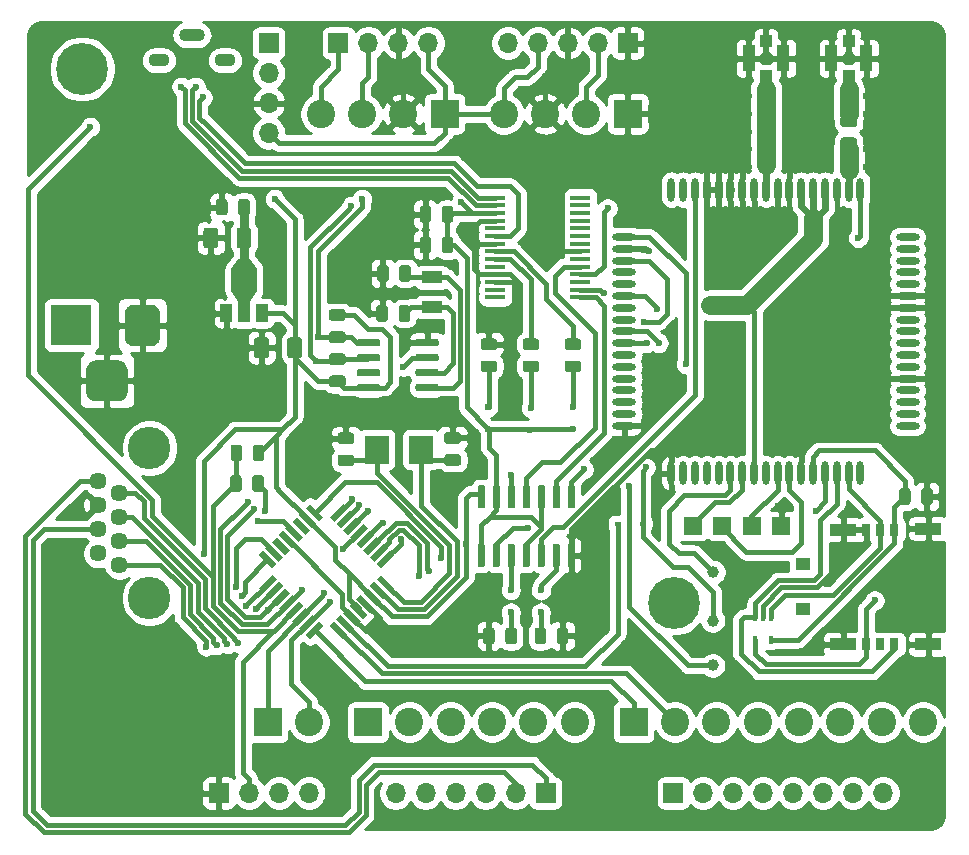
<source format=gtl>
G04 #@! TF.GenerationSoftware,KiCad,Pcbnew,(5.1.5)-3*
G04 #@! TF.CreationDate,2020-11-27T10:24:00+11:00*
G04 #@! TF.ProjectId,BoSL,426f534c-2e6b-4696-9361-645f70636258,0.4.2*
G04 #@! TF.SameCoordinates,Original*
G04 #@! TF.FileFunction,Copper,L1,Top*
G04 #@! TF.FilePolarity,Positive*
%FSLAX46Y46*%
G04 Gerber Fmt 4.6, Leading zero omitted, Abs format (unit mm)*
G04 Created by KiCad (PCBNEW (5.1.5)-3) date 2020-11-27 10:24:00*
%MOMM*%
%LPD*%
G04 APERTURE LIST*
%ADD10O,2.200000X1.100000*%
%ADD11O,1.800000X1.100000*%
%ADD12R,1.500000X1.500000*%
%ADD13C,1.450000*%
%ADD14C,3.600000*%
%ADD15O,1.700000X1.700000*%
%ADD16R,1.700000X1.700000*%
%ADD17C,2.400000*%
%ADD18R,2.400000X2.400000*%
%ADD19R,1.000000X1.000000*%
%ADD20R,1.050000X2.200000*%
%ADD21R,2.000000X2.400000*%
%ADD22R,1.750000X0.450000*%
%ADD23C,0.100000*%
%ADD24R,0.400000X0.650000*%
%ADD25R,2.200000X1.840000*%
%ADD26R,1.000000X1.500000*%
%ADD27R,1.000000X1.800000*%
%ADD28C,1.000000*%
%ADD29C,4.400000*%
%ADD30R,0.600000X0.450000*%
%ADD31R,3.500000X3.500000*%
%ADD32R,1.800000X1.000000*%
%ADD33O,0.600000X2.000000*%
%ADD34O,2.000000X0.600000*%
%ADD35R,0.800000X1.000000*%
%ADD36R,2.300000X1.000000*%
%ADD37R,1.300000X1.100000*%
%ADD38C,0.600000*%
%ADD39C,0.400000*%
%ADD40C,1.600000*%
%ADD41C,0.600000*%
%ADD42C,0.800000*%
%ADD43C,1.000000*%
%ADD44C,0.254000*%
G04 APERTURE END LIST*
D10*
X128100000Y-64825000D03*
D11*
X130900000Y-66975000D03*
X125300000Y-66975000D03*
D12*
X178000000Y-106400000D03*
X175500000Y-106400000D03*
X173000000Y-106400000D03*
X170500000Y-106400000D03*
D13*
X120182000Y-108710000D03*
X120182000Y-106670000D03*
X120182000Y-104630000D03*
X120182000Y-102590000D03*
X121960000Y-109690000D03*
X121960000Y-103570000D03*
X121960000Y-107650000D03*
X121960000Y-105610000D03*
D14*
X124500000Y-99800000D03*
X124500000Y-112500000D03*
D15*
X186620000Y-129000000D03*
X184080000Y-129000000D03*
X181540000Y-129000000D03*
X179000000Y-129000000D03*
X176460000Y-129000000D03*
X173920000Y-129000000D03*
X171380000Y-129000000D03*
D16*
X168840000Y-129000000D03*
D15*
X145340000Y-129000000D03*
X147880000Y-129000000D03*
X150420000Y-129000000D03*
X152960000Y-129000000D03*
X155500000Y-129000000D03*
D16*
X158040000Y-129000000D03*
D15*
X138000000Y-129000000D03*
X135460000Y-129000000D03*
X132920000Y-129000000D03*
D16*
X130380000Y-129000000D03*
D15*
X148120000Y-65500000D03*
X145580000Y-65500000D03*
X143040000Y-65500000D03*
D16*
X140500000Y-65500000D03*
D15*
X134600000Y-73120000D03*
X134600000Y-70580000D03*
X134600000Y-68040000D03*
D16*
X134600000Y-65500000D03*
D17*
X154500000Y-71500000D03*
X158000000Y-71500000D03*
X161500000Y-71500000D03*
D18*
X165000000Y-71500000D03*
D15*
X154840000Y-65500000D03*
X157380000Y-65500000D03*
X159920000Y-65500000D03*
X162460000Y-65500000D03*
D16*
X165000000Y-65500000D03*
D17*
X190000000Y-123000000D03*
X186500000Y-123000000D03*
X183000000Y-123000000D03*
X179500000Y-123000000D03*
X176000000Y-123000000D03*
X172500000Y-123000000D03*
X169000000Y-123000000D03*
D18*
X165500000Y-123000000D03*
D17*
X138000000Y-123000000D03*
D18*
X134500000Y-123000000D03*
D17*
X139000000Y-71500000D03*
X142500000Y-71500000D03*
X146000000Y-71500000D03*
D18*
X149500000Y-71500000D03*
D17*
X160500000Y-123000000D03*
X157000000Y-123000000D03*
X153500000Y-123000000D03*
X150000000Y-123000000D03*
X146500000Y-123000000D03*
D18*
X143000000Y-123000000D03*
D19*
X176700000Y-68300000D03*
X176700000Y-65300000D03*
D20*
X178175000Y-66800000D03*
X175225000Y-66800000D03*
D21*
X147475000Y-99925000D03*
X143775000Y-99925000D03*
D22*
X153786000Y-87033000D03*
X153786000Y-86383000D03*
X153786000Y-85733000D03*
X153786000Y-85083000D03*
X153786000Y-84433000D03*
X153786000Y-83783000D03*
X153786000Y-83133000D03*
X153786000Y-82483000D03*
X153786000Y-81833000D03*
X153786000Y-81183000D03*
X153786000Y-80533000D03*
X153786000Y-79883000D03*
X153786000Y-79233000D03*
X153786000Y-78583000D03*
X160986000Y-78583000D03*
X160986000Y-79233000D03*
X160986000Y-79883000D03*
X160986000Y-80533000D03*
X160986000Y-81183000D03*
X160986000Y-81833000D03*
X160986000Y-82483000D03*
X160986000Y-83133000D03*
X160986000Y-83783000D03*
X160986000Y-84433000D03*
X160986000Y-85083000D03*
X160986000Y-85733000D03*
X160986000Y-86383000D03*
X160986000Y-87033000D03*
G04 #@! TA.AperFunction,SMDPad,CuDef*
D23*
G36*
X152754703Y-102950722D02*
G01*
X152769264Y-102952882D01*
X152783543Y-102956459D01*
X152797403Y-102961418D01*
X152810710Y-102967712D01*
X152823336Y-102975280D01*
X152835159Y-102984048D01*
X152846066Y-102993934D01*
X152855952Y-103004841D01*
X152864720Y-103016664D01*
X152872288Y-103029290D01*
X152878582Y-103042597D01*
X152883541Y-103056457D01*
X152887118Y-103070736D01*
X152889278Y-103085297D01*
X152890000Y-103100000D01*
X152890000Y-104750000D01*
X152889278Y-104764703D01*
X152887118Y-104779264D01*
X152883541Y-104793543D01*
X152878582Y-104807403D01*
X152872288Y-104820710D01*
X152864720Y-104833336D01*
X152855952Y-104845159D01*
X152846066Y-104856066D01*
X152835159Y-104865952D01*
X152823336Y-104874720D01*
X152810710Y-104882288D01*
X152797403Y-104888582D01*
X152783543Y-104893541D01*
X152769264Y-104897118D01*
X152754703Y-104899278D01*
X152740000Y-104900000D01*
X152440000Y-104900000D01*
X152425297Y-104899278D01*
X152410736Y-104897118D01*
X152396457Y-104893541D01*
X152382597Y-104888582D01*
X152369290Y-104882288D01*
X152356664Y-104874720D01*
X152344841Y-104865952D01*
X152333934Y-104856066D01*
X152324048Y-104845159D01*
X152315280Y-104833336D01*
X152307712Y-104820710D01*
X152301418Y-104807403D01*
X152296459Y-104793543D01*
X152292882Y-104779264D01*
X152290722Y-104764703D01*
X152290000Y-104750000D01*
X152290000Y-103100000D01*
X152290722Y-103085297D01*
X152292882Y-103070736D01*
X152296459Y-103056457D01*
X152301418Y-103042597D01*
X152307712Y-103029290D01*
X152315280Y-103016664D01*
X152324048Y-103004841D01*
X152333934Y-102993934D01*
X152344841Y-102984048D01*
X152356664Y-102975280D01*
X152369290Y-102967712D01*
X152382597Y-102961418D01*
X152396457Y-102956459D01*
X152410736Y-102952882D01*
X152425297Y-102950722D01*
X152440000Y-102950000D01*
X152740000Y-102950000D01*
X152754703Y-102950722D01*
G37*
G04 #@! TD.AperFunction*
G04 #@! TA.AperFunction,SMDPad,CuDef*
G36*
X154024703Y-102950722D02*
G01*
X154039264Y-102952882D01*
X154053543Y-102956459D01*
X154067403Y-102961418D01*
X154080710Y-102967712D01*
X154093336Y-102975280D01*
X154105159Y-102984048D01*
X154116066Y-102993934D01*
X154125952Y-103004841D01*
X154134720Y-103016664D01*
X154142288Y-103029290D01*
X154148582Y-103042597D01*
X154153541Y-103056457D01*
X154157118Y-103070736D01*
X154159278Y-103085297D01*
X154160000Y-103100000D01*
X154160000Y-104750000D01*
X154159278Y-104764703D01*
X154157118Y-104779264D01*
X154153541Y-104793543D01*
X154148582Y-104807403D01*
X154142288Y-104820710D01*
X154134720Y-104833336D01*
X154125952Y-104845159D01*
X154116066Y-104856066D01*
X154105159Y-104865952D01*
X154093336Y-104874720D01*
X154080710Y-104882288D01*
X154067403Y-104888582D01*
X154053543Y-104893541D01*
X154039264Y-104897118D01*
X154024703Y-104899278D01*
X154010000Y-104900000D01*
X153710000Y-104900000D01*
X153695297Y-104899278D01*
X153680736Y-104897118D01*
X153666457Y-104893541D01*
X153652597Y-104888582D01*
X153639290Y-104882288D01*
X153626664Y-104874720D01*
X153614841Y-104865952D01*
X153603934Y-104856066D01*
X153594048Y-104845159D01*
X153585280Y-104833336D01*
X153577712Y-104820710D01*
X153571418Y-104807403D01*
X153566459Y-104793543D01*
X153562882Y-104779264D01*
X153560722Y-104764703D01*
X153560000Y-104750000D01*
X153560000Y-103100000D01*
X153560722Y-103085297D01*
X153562882Y-103070736D01*
X153566459Y-103056457D01*
X153571418Y-103042597D01*
X153577712Y-103029290D01*
X153585280Y-103016664D01*
X153594048Y-103004841D01*
X153603934Y-102993934D01*
X153614841Y-102984048D01*
X153626664Y-102975280D01*
X153639290Y-102967712D01*
X153652597Y-102961418D01*
X153666457Y-102956459D01*
X153680736Y-102952882D01*
X153695297Y-102950722D01*
X153710000Y-102950000D01*
X154010000Y-102950000D01*
X154024703Y-102950722D01*
G37*
G04 #@! TD.AperFunction*
G04 #@! TA.AperFunction,SMDPad,CuDef*
G36*
X155294703Y-102950722D02*
G01*
X155309264Y-102952882D01*
X155323543Y-102956459D01*
X155337403Y-102961418D01*
X155350710Y-102967712D01*
X155363336Y-102975280D01*
X155375159Y-102984048D01*
X155386066Y-102993934D01*
X155395952Y-103004841D01*
X155404720Y-103016664D01*
X155412288Y-103029290D01*
X155418582Y-103042597D01*
X155423541Y-103056457D01*
X155427118Y-103070736D01*
X155429278Y-103085297D01*
X155430000Y-103100000D01*
X155430000Y-104750000D01*
X155429278Y-104764703D01*
X155427118Y-104779264D01*
X155423541Y-104793543D01*
X155418582Y-104807403D01*
X155412288Y-104820710D01*
X155404720Y-104833336D01*
X155395952Y-104845159D01*
X155386066Y-104856066D01*
X155375159Y-104865952D01*
X155363336Y-104874720D01*
X155350710Y-104882288D01*
X155337403Y-104888582D01*
X155323543Y-104893541D01*
X155309264Y-104897118D01*
X155294703Y-104899278D01*
X155280000Y-104900000D01*
X154980000Y-104900000D01*
X154965297Y-104899278D01*
X154950736Y-104897118D01*
X154936457Y-104893541D01*
X154922597Y-104888582D01*
X154909290Y-104882288D01*
X154896664Y-104874720D01*
X154884841Y-104865952D01*
X154873934Y-104856066D01*
X154864048Y-104845159D01*
X154855280Y-104833336D01*
X154847712Y-104820710D01*
X154841418Y-104807403D01*
X154836459Y-104793543D01*
X154832882Y-104779264D01*
X154830722Y-104764703D01*
X154830000Y-104750000D01*
X154830000Y-103100000D01*
X154830722Y-103085297D01*
X154832882Y-103070736D01*
X154836459Y-103056457D01*
X154841418Y-103042597D01*
X154847712Y-103029290D01*
X154855280Y-103016664D01*
X154864048Y-103004841D01*
X154873934Y-102993934D01*
X154884841Y-102984048D01*
X154896664Y-102975280D01*
X154909290Y-102967712D01*
X154922597Y-102961418D01*
X154936457Y-102956459D01*
X154950736Y-102952882D01*
X154965297Y-102950722D01*
X154980000Y-102950000D01*
X155280000Y-102950000D01*
X155294703Y-102950722D01*
G37*
G04 #@! TD.AperFunction*
G04 #@! TA.AperFunction,SMDPad,CuDef*
G36*
X156564703Y-102950722D02*
G01*
X156579264Y-102952882D01*
X156593543Y-102956459D01*
X156607403Y-102961418D01*
X156620710Y-102967712D01*
X156633336Y-102975280D01*
X156645159Y-102984048D01*
X156656066Y-102993934D01*
X156665952Y-103004841D01*
X156674720Y-103016664D01*
X156682288Y-103029290D01*
X156688582Y-103042597D01*
X156693541Y-103056457D01*
X156697118Y-103070736D01*
X156699278Y-103085297D01*
X156700000Y-103100000D01*
X156700000Y-104750000D01*
X156699278Y-104764703D01*
X156697118Y-104779264D01*
X156693541Y-104793543D01*
X156688582Y-104807403D01*
X156682288Y-104820710D01*
X156674720Y-104833336D01*
X156665952Y-104845159D01*
X156656066Y-104856066D01*
X156645159Y-104865952D01*
X156633336Y-104874720D01*
X156620710Y-104882288D01*
X156607403Y-104888582D01*
X156593543Y-104893541D01*
X156579264Y-104897118D01*
X156564703Y-104899278D01*
X156550000Y-104900000D01*
X156250000Y-104900000D01*
X156235297Y-104899278D01*
X156220736Y-104897118D01*
X156206457Y-104893541D01*
X156192597Y-104888582D01*
X156179290Y-104882288D01*
X156166664Y-104874720D01*
X156154841Y-104865952D01*
X156143934Y-104856066D01*
X156134048Y-104845159D01*
X156125280Y-104833336D01*
X156117712Y-104820710D01*
X156111418Y-104807403D01*
X156106459Y-104793543D01*
X156102882Y-104779264D01*
X156100722Y-104764703D01*
X156100000Y-104750000D01*
X156100000Y-103100000D01*
X156100722Y-103085297D01*
X156102882Y-103070736D01*
X156106459Y-103056457D01*
X156111418Y-103042597D01*
X156117712Y-103029290D01*
X156125280Y-103016664D01*
X156134048Y-103004841D01*
X156143934Y-102993934D01*
X156154841Y-102984048D01*
X156166664Y-102975280D01*
X156179290Y-102967712D01*
X156192597Y-102961418D01*
X156206457Y-102956459D01*
X156220736Y-102952882D01*
X156235297Y-102950722D01*
X156250000Y-102950000D01*
X156550000Y-102950000D01*
X156564703Y-102950722D01*
G37*
G04 #@! TD.AperFunction*
G04 #@! TA.AperFunction,SMDPad,CuDef*
G36*
X157834703Y-102950722D02*
G01*
X157849264Y-102952882D01*
X157863543Y-102956459D01*
X157877403Y-102961418D01*
X157890710Y-102967712D01*
X157903336Y-102975280D01*
X157915159Y-102984048D01*
X157926066Y-102993934D01*
X157935952Y-103004841D01*
X157944720Y-103016664D01*
X157952288Y-103029290D01*
X157958582Y-103042597D01*
X157963541Y-103056457D01*
X157967118Y-103070736D01*
X157969278Y-103085297D01*
X157970000Y-103100000D01*
X157970000Y-104750000D01*
X157969278Y-104764703D01*
X157967118Y-104779264D01*
X157963541Y-104793543D01*
X157958582Y-104807403D01*
X157952288Y-104820710D01*
X157944720Y-104833336D01*
X157935952Y-104845159D01*
X157926066Y-104856066D01*
X157915159Y-104865952D01*
X157903336Y-104874720D01*
X157890710Y-104882288D01*
X157877403Y-104888582D01*
X157863543Y-104893541D01*
X157849264Y-104897118D01*
X157834703Y-104899278D01*
X157820000Y-104900000D01*
X157520000Y-104900000D01*
X157505297Y-104899278D01*
X157490736Y-104897118D01*
X157476457Y-104893541D01*
X157462597Y-104888582D01*
X157449290Y-104882288D01*
X157436664Y-104874720D01*
X157424841Y-104865952D01*
X157413934Y-104856066D01*
X157404048Y-104845159D01*
X157395280Y-104833336D01*
X157387712Y-104820710D01*
X157381418Y-104807403D01*
X157376459Y-104793543D01*
X157372882Y-104779264D01*
X157370722Y-104764703D01*
X157370000Y-104750000D01*
X157370000Y-103100000D01*
X157370722Y-103085297D01*
X157372882Y-103070736D01*
X157376459Y-103056457D01*
X157381418Y-103042597D01*
X157387712Y-103029290D01*
X157395280Y-103016664D01*
X157404048Y-103004841D01*
X157413934Y-102993934D01*
X157424841Y-102984048D01*
X157436664Y-102975280D01*
X157449290Y-102967712D01*
X157462597Y-102961418D01*
X157476457Y-102956459D01*
X157490736Y-102952882D01*
X157505297Y-102950722D01*
X157520000Y-102950000D01*
X157820000Y-102950000D01*
X157834703Y-102950722D01*
G37*
G04 #@! TD.AperFunction*
G04 #@! TA.AperFunction,SMDPad,CuDef*
G36*
X159104703Y-102950722D02*
G01*
X159119264Y-102952882D01*
X159133543Y-102956459D01*
X159147403Y-102961418D01*
X159160710Y-102967712D01*
X159173336Y-102975280D01*
X159185159Y-102984048D01*
X159196066Y-102993934D01*
X159205952Y-103004841D01*
X159214720Y-103016664D01*
X159222288Y-103029290D01*
X159228582Y-103042597D01*
X159233541Y-103056457D01*
X159237118Y-103070736D01*
X159239278Y-103085297D01*
X159240000Y-103100000D01*
X159240000Y-104750000D01*
X159239278Y-104764703D01*
X159237118Y-104779264D01*
X159233541Y-104793543D01*
X159228582Y-104807403D01*
X159222288Y-104820710D01*
X159214720Y-104833336D01*
X159205952Y-104845159D01*
X159196066Y-104856066D01*
X159185159Y-104865952D01*
X159173336Y-104874720D01*
X159160710Y-104882288D01*
X159147403Y-104888582D01*
X159133543Y-104893541D01*
X159119264Y-104897118D01*
X159104703Y-104899278D01*
X159090000Y-104900000D01*
X158790000Y-104900000D01*
X158775297Y-104899278D01*
X158760736Y-104897118D01*
X158746457Y-104893541D01*
X158732597Y-104888582D01*
X158719290Y-104882288D01*
X158706664Y-104874720D01*
X158694841Y-104865952D01*
X158683934Y-104856066D01*
X158674048Y-104845159D01*
X158665280Y-104833336D01*
X158657712Y-104820710D01*
X158651418Y-104807403D01*
X158646459Y-104793543D01*
X158642882Y-104779264D01*
X158640722Y-104764703D01*
X158640000Y-104750000D01*
X158640000Y-103100000D01*
X158640722Y-103085297D01*
X158642882Y-103070736D01*
X158646459Y-103056457D01*
X158651418Y-103042597D01*
X158657712Y-103029290D01*
X158665280Y-103016664D01*
X158674048Y-103004841D01*
X158683934Y-102993934D01*
X158694841Y-102984048D01*
X158706664Y-102975280D01*
X158719290Y-102967712D01*
X158732597Y-102961418D01*
X158746457Y-102956459D01*
X158760736Y-102952882D01*
X158775297Y-102950722D01*
X158790000Y-102950000D01*
X159090000Y-102950000D01*
X159104703Y-102950722D01*
G37*
G04 #@! TD.AperFunction*
G04 #@! TA.AperFunction,SMDPad,CuDef*
G36*
X160374703Y-102950722D02*
G01*
X160389264Y-102952882D01*
X160403543Y-102956459D01*
X160417403Y-102961418D01*
X160430710Y-102967712D01*
X160443336Y-102975280D01*
X160455159Y-102984048D01*
X160466066Y-102993934D01*
X160475952Y-103004841D01*
X160484720Y-103016664D01*
X160492288Y-103029290D01*
X160498582Y-103042597D01*
X160503541Y-103056457D01*
X160507118Y-103070736D01*
X160509278Y-103085297D01*
X160510000Y-103100000D01*
X160510000Y-104750000D01*
X160509278Y-104764703D01*
X160507118Y-104779264D01*
X160503541Y-104793543D01*
X160498582Y-104807403D01*
X160492288Y-104820710D01*
X160484720Y-104833336D01*
X160475952Y-104845159D01*
X160466066Y-104856066D01*
X160455159Y-104865952D01*
X160443336Y-104874720D01*
X160430710Y-104882288D01*
X160417403Y-104888582D01*
X160403543Y-104893541D01*
X160389264Y-104897118D01*
X160374703Y-104899278D01*
X160360000Y-104900000D01*
X160060000Y-104900000D01*
X160045297Y-104899278D01*
X160030736Y-104897118D01*
X160016457Y-104893541D01*
X160002597Y-104888582D01*
X159989290Y-104882288D01*
X159976664Y-104874720D01*
X159964841Y-104865952D01*
X159953934Y-104856066D01*
X159944048Y-104845159D01*
X159935280Y-104833336D01*
X159927712Y-104820710D01*
X159921418Y-104807403D01*
X159916459Y-104793543D01*
X159912882Y-104779264D01*
X159910722Y-104764703D01*
X159910000Y-104750000D01*
X159910000Y-103100000D01*
X159910722Y-103085297D01*
X159912882Y-103070736D01*
X159916459Y-103056457D01*
X159921418Y-103042597D01*
X159927712Y-103029290D01*
X159935280Y-103016664D01*
X159944048Y-103004841D01*
X159953934Y-102993934D01*
X159964841Y-102984048D01*
X159976664Y-102975280D01*
X159989290Y-102967712D01*
X160002597Y-102961418D01*
X160016457Y-102956459D01*
X160030736Y-102952882D01*
X160045297Y-102950722D01*
X160060000Y-102950000D01*
X160360000Y-102950000D01*
X160374703Y-102950722D01*
G37*
G04 #@! TD.AperFunction*
G04 #@! TA.AperFunction,SMDPad,CuDef*
G36*
X160374703Y-107900722D02*
G01*
X160389264Y-107902882D01*
X160403543Y-107906459D01*
X160417403Y-107911418D01*
X160430710Y-107917712D01*
X160443336Y-107925280D01*
X160455159Y-107934048D01*
X160466066Y-107943934D01*
X160475952Y-107954841D01*
X160484720Y-107966664D01*
X160492288Y-107979290D01*
X160498582Y-107992597D01*
X160503541Y-108006457D01*
X160507118Y-108020736D01*
X160509278Y-108035297D01*
X160510000Y-108050000D01*
X160510000Y-109700000D01*
X160509278Y-109714703D01*
X160507118Y-109729264D01*
X160503541Y-109743543D01*
X160498582Y-109757403D01*
X160492288Y-109770710D01*
X160484720Y-109783336D01*
X160475952Y-109795159D01*
X160466066Y-109806066D01*
X160455159Y-109815952D01*
X160443336Y-109824720D01*
X160430710Y-109832288D01*
X160417403Y-109838582D01*
X160403543Y-109843541D01*
X160389264Y-109847118D01*
X160374703Y-109849278D01*
X160360000Y-109850000D01*
X160060000Y-109850000D01*
X160045297Y-109849278D01*
X160030736Y-109847118D01*
X160016457Y-109843541D01*
X160002597Y-109838582D01*
X159989290Y-109832288D01*
X159976664Y-109824720D01*
X159964841Y-109815952D01*
X159953934Y-109806066D01*
X159944048Y-109795159D01*
X159935280Y-109783336D01*
X159927712Y-109770710D01*
X159921418Y-109757403D01*
X159916459Y-109743543D01*
X159912882Y-109729264D01*
X159910722Y-109714703D01*
X159910000Y-109700000D01*
X159910000Y-108050000D01*
X159910722Y-108035297D01*
X159912882Y-108020736D01*
X159916459Y-108006457D01*
X159921418Y-107992597D01*
X159927712Y-107979290D01*
X159935280Y-107966664D01*
X159944048Y-107954841D01*
X159953934Y-107943934D01*
X159964841Y-107934048D01*
X159976664Y-107925280D01*
X159989290Y-107917712D01*
X160002597Y-107911418D01*
X160016457Y-107906459D01*
X160030736Y-107902882D01*
X160045297Y-107900722D01*
X160060000Y-107900000D01*
X160360000Y-107900000D01*
X160374703Y-107900722D01*
G37*
G04 #@! TD.AperFunction*
G04 #@! TA.AperFunction,SMDPad,CuDef*
G36*
X159104703Y-107900722D02*
G01*
X159119264Y-107902882D01*
X159133543Y-107906459D01*
X159147403Y-107911418D01*
X159160710Y-107917712D01*
X159173336Y-107925280D01*
X159185159Y-107934048D01*
X159196066Y-107943934D01*
X159205952Y-107954841D01*
X159214720Y-107966664D01*
X159222288Y-107979290D01*
X159228582Y-107992597D01*
X159233541Y-108006457D01*
X159237118Y-108020736D01*
X159239278Y-108035297D01*
X159240000Y-108050000D01*
X159240000Y-109700000D01*
X159239278Y-109714703D01*
X159237118Y-109729264D01*
X159233541Y-109743543D01*
X159228582Y-109757403D01*
X159222288Y-109770710D01*
X159214720Y-109783336D01*
X159205952Y-109795159D01*
X159196066Y-109806066D01*
X159185159Y-109815952D01*
X159173336Y-109824720D01*
X159160710Y-109832288D01*
X159147403Y-109838582D01*
X159133543Y-109843541D01*
X159119264Y-109847118D01*
X159104703Y-109849278D01*
X159090000Y-109850000D01*
X158790000Y-109850000D01*
X158775297Y-109849278D01*
X158760736Y-109847118D01*
X158746457Y-109843541D01*
X158732597Y-109838582D01*
X158719290Y-109832288D01*
X158706664Y-109824720D01*
X158694841Y-109815952D01*
X158683934Y-109806066D01*
X158674048Y-109795159D01*
X158665280Y-109783336D01*
X158657712Y-109770710D01*
X158651418Y-109757403D01*
X158646459Y-109743543D01*
X158642882Y-109729264D01*
X158640722Y-109714703D01*
X158640000Y-109700000D01*
X158640000Y-108050000D01*
X158640722Y-108035297D01*
X158642882Y-108020736D01*
X158646459Y-108006457D01*
X158651418Y-107992597D01*
X158657712Y-107979290D01*
X158665280Y-107966664D01*
X158674048Y-107954841D01*
X158683934Y-107943934D01*
X158694841Y-107934048D01*
X158706664Y-107925280D01*
X158719290Y-107917712D01*
X158732597Y-107911418D01*
X158746457Y-107906459D01*
X158760736Y-107902882D01*
X158775297Y-107900722D01*
X158790000Y-107900000D01*
X159090000Y-107900000D01*
X159104703Y-107900722D01*
G37*
G04 #@! TD.AperFunction*
G04 #@! TA.AperFunction,SMDPad,CuDef*
G36*
X157834703Y-107900722D02*
G01*
X157849264Y-107902882D01*
X157863543Y-107906459D01*
X157877403Y-107911418D01*
X157890710Y-107917712D01*
X157903336Y-107925280D01*
X157915159Y-107934048D01*
X157926066Y-107943934D01*
X157935952Y-107954841D01*
X157944720Y-107966664D01*
X157952288Y-107979290D01*
X157958582Y-107992597D01*
X157963541Y-108006457D01*
X157967118Y-108020736D01*
X157969278Y-108035297D01*
X157970000Y-108050000D01*
X157970000Y-109700000D01*
X157969278Y-109714703D01*
X157967118Y-109729264D01*
X157963541Y-109743543D01*
X157958582Y-109757403D01*
X157952288Y-109770710D01*
X157944720Y-109783336D01*
X157935952Y-109795159D01*
X157926066Y-109806066D01*
X157915159Y-109815952D01*
X157903336Y-109824720D01*
X157890710Y-109832288D01*
X157877403Y-109838582D01*
X157863543Y-109843541D01*
X157849264Y-109847118D01*
X157834703Y-109849278D01*
X157820000Y-109850000D01*
X157520000Y-109850000D01*
X157505297Y-109849278D01*
X157490736Y-109847118D01*
X157476457Y-109843541D01*
X157462597Y-109838582D01*
X157449290Y-109832288D01*
X157436664Y-109824720D01*
X157424841Y-109815952D01*
X157413934Y-109806066D01*
X157404048Y-109795159D01*
X157395280Y-109783336D01*
X157387712Y-109770710D01*
X157381418Y-109757403D01*
X157376459Y-109743543D01*
X157372882Y-109729264D01*
X157370722Y-109714703D01*
X157370000Y-109700000D01*
X157370000Y-108050000D01*
X157370722Y-108035297D01*
X157372882Y-108020736D01*
X157376459Y-108006457D01*
X157381418Y-107992597D01*
X157387712Y-107979290D01*
X157395280Y-107966664D01*
X157404048Y-107954841D01*
X157413934Y-107943934D01*
X157424841Y-107934048D01*
X157436664Y-107925280D01*
X157449290Y-107917712D01*
X157462597Y-107911418D01*
X157476457Y-107906459D01*
X157490736Y-107902882D01*
X157505297Y-107900722D01*
X157520000Y-107900000D01*
X157820000Y-107900000D01*
X157834703Y-107900722D01*
G37*
G04 #@! TD.AperFunction*
G04 #@! TA.AperFunction,SMDPad,CuDef*
G36*
X156564703Y-107900722D02*
G01*
X156579264Y-107902882D01*
X156593543Y-107906459D01*
X156607403Y-107911418D01*
X156620710Y-107917712D01*
X156633336Y-107925280D01*
X156645159Y-107934048D01*
X156656066Y-107943934D01*
X156665952Y-107954841D01*
X156674720Y-107966664D01*
X156682288Y-107979290D01*
X156688582Y-107992597D01*
X156693541Y-108006457D01*
X156697118Y-108020736D01*
X156699278Y-108035297D01*
X156700000Y-108050000D01*
X156700000Y-109700000D01*
X156699278Y-109714703D01*
X156697118Y-109729264D01*
X156693541Y-109743543D01*
X156688582Y-109757403D01*
X156682288Y-109770710D01*
X156674720Y-109783336D01*
X156665952Y-109795159D01*
X156656066Y-109806066D01*
X156645159Y-109815952D01*
X156633336Y-109824720D01*
X156620710Y-109832288D01*
X156607403Y-109838582D01*
X156593543Y-109843541D01*
X156579264Y-109847118D01*
X156564703Y-109849278D01*
X156550000Y-109850000D01*
X156250000Y-109850000D01*
X156235297Y-109849278D01*
X156220736Y-109847118D01*
X156206457Y-109843541D01*
X156192597Y-109838582D01*
X156179290Y-109832288D01*
X156166664Y-109824720D01*
X156154841Y-109815952D01*
X156143934Y-109806066D01*
X156134048Y-109795159D01*
X156125280Y-109783336D01*
X156117712Y-109770710D01*
X156111418Y-109757403D01*
X156106459Y-109743543D01*
X156102882Y-109729264D01*
X156100722Y-109714703D01*
X156100000Y-109700000D01*
X156100000Y-108050000D01*
X156100722Y-108035297D01*
X156102882Y-108020736D01*
X156106459Y-108006457D01*
X156111418Y-107992597D01*
X156117712Y-107979290D01*
X156125280Y-107966664D01*
X156134048Y-107954841D01*
X156143934Y-107943934D01*
X156154841Y-107934048D01*
X156166664Y-107925280D01*
X156179290Y-107917712D01*
X156192597Y-107911418D01*
X156206457Y-107906459D01*
X156220736Y-107902882D01*
X156235297Y-107900722D01*
X156250000Y-107900000D01*
X156550000Y-107900000D01*
X156564703Y-107900722D01*
G37*
G04 #@! TD.AperFunction*
G04 #@! TA.AperFunction,SMDPad,CuDef*
G36*
X155294703Y-107900722D02*
G01*
X155309264Y-107902882D01*
X155323543Y-107906459D01*
X155337403Y-107911418D01*
X155350710Y-107917712D01*
X155363336Y-107925280D01*
X155375159Y-107934048D01*
X155386066Y-107943934D01*
X155395952Y-107954841D01*
X155404720Y-107966664D01*
X155412288Y-107979290D01*
X155418582Y-107992597D01*
X155423541Y-108006457D01*
X155427118Y-108020736D01*
X155429278Y-108035297D01*
X155430000Y-108050000D01*
X155430000Y-109700000D01*
X155429278Y-109714703D01*
X155427118Y-109729264D01*
X155423541Y-109743543D01*
X155418582Y-109757403D01*
X155412288Y-109770710D01*
X155404720Y-109783336D01*
X155395952Y-109795159D01*
X155386066Y-109806066D01*
X155375159Y-109815952D01*
X155363336Y-109824720D01*
X155350710Y-109832288D01*
X155337403Y-109838582D01*
X155323543Y-109843541D01*
X155309264Y-109847118D01*
X155294703Y-109849278D01*
X155280000Y-109850000D01*
X154980000Y-109850000D01*
X154965297Y-109849278D01*
X154950736Y-109847118D01*
X154936457Y-109843541D01*
X154922597Y-109838582D01*
X154909290Y-109832288D01*
X154896664Y-109824720D01*
X154884841Y-109815952D01*
X154873934Y-109806066D01*
X154864048Y-109795159D01*
X154855280Y-109783336D01*
X154847712Y-109770710D01*
X154841418Y-109757403D01*
X154836459Y-109743543D01*
X154832882Y-109729264D01*
X154830722Y-109714703D01*
X154830000Y-109700000D01*
X154830000Y-108050000D01*
X154830722Y-108035297D01*
X154832882Y-108020736D01*
X154836459Y-108006457D01*
X154841418Y-107992597D01*
X154847712Y-107979290D01*
X154855280Y-107966664D01*
X154864048Y-107954841D01*
X154873934Y-107943934D01*
X154884841Y-107934048D01*
X154896664Y-107925280D01*
X154909290Y-107917712D01*
X154922597Y-107911418D01*
X154936457Y-107906459D01*
X154950736Y-107902882D01*
X154965297Y-107900722D01*
X154980000Y-107900000D01*
X155280000Y-107900000D01*
X155294703Y-107900722D01*
G37*
G04 #@! TD.AperFunction*
G04 #@! TA.AperFunction,SMDPad,CuDef*
G36*
X154024703Y-107900722D02*
G01*
X154039264Y-107902882D01*
X154053543Y-107906459D01*
X154067403Y-107911418D01*
X154080710Y-107917712D01*
X154093336Y-107925280D01*
X154105159Y-107934048D01*
X154116066Y-107943934D01*
X154125952Y-107954841D01*
X154134720Y-107966664D01*
X154142288Y-107979290D01*
X154148582Y-107992597D01*
X154153541Y-108006457D01*
X154157118Y-108020736D01*
X154159278Y-108035297D01*
X154160000Y-108050000D01*
X154160000Y-109700000D01*
X154159278Y-109714703D01*
X154157118Y-109729264D01*
X154153541Y-109743543D01*
X154148582Y-109757403D01*
X154142288Y-109770710D01*
X154134720Y-109783336D01*
X154125952Y-109795159D01*
X154116066Y-109806066D01*
X154105159Y-109815952D01*
X154093336Y-109824720D01*
X154080710Y-109832288D01*
X154067403Y-109838582D01*
X154053543Y-109843541D01*
X154039264Y-109847118D01*
X154024703Y-109849278D01*
X154010000Y-109850000D01*
X153710000Y-109850000D01*
X153695297Y-109849278D01*
X153680736Y-109847118D01*
X153666457Y-109843541D01*
X153652597Y-109838582D01*
X153639290Y-109832288D01*
X153626664Y-109824720D01*
X153614841Y-109815952D01*
X153603934Y-109806066D01*
X153594048Y-109795159D01*
X153585280Y-109783336D01*
X153577712Y-109770710D01*
X153571418Y-109757403D01*
X153566459Y-109743543D01*
X153562882Y-109729264D01*
X153560722Y-109714703D01*
X153560000Y-109700000D01*
X153560000Y-108050000D01*
X153560722Y-108035297D01*
X153562882Y-108020736D01*
X153566459Y-108006457D01*
X153571418Y-107992597D01*
X153577712Y-107979290D01*
X153585280Y-107966664D01*
X153594048Y-107954841D01*
X153603934Y-107943934D01*
X153614841Y-107934048D01*
X153626664Y-107925280D01*
X153639290Y-107917712D01*
X153652597Y-107911418D01*
X153666457Y-107906459D01*
X153680736Y-107902882D01*
X153695297Y-107900722D01*
X153710000Y-107900000D01*
X154010000Y-107900000D01*
X154024703Y-107900722D01*
G37*
G04 #@! TD.AperFunction*
G04 #@! TA.AperFunction,SMDPad,CuDef*
G36*
X152754703Y-107900722D02*
G01*
X152769264Y-107902882D01*
X152783543Y-107906459D01*
X152797403Y-107911418D01*
X152810710Y-107917712D01*
X152823336Y-107925280D01*
X152835159Y-107934048D01*
X152846066Y-107943934D01*
X152855952Y-107954841D01*
X152864720Y-107966664D01*
X152872288Y-107979290D01*
X152878582Y-107992597D01*
X152883541Y-108006457D01*
X152887118Y-108020736D01*
X152889278Y-108035297D01*
X152890000Y-108050000D01*
X152890000Y-109700000D01*
X152889278Y-109714703D01*
X152887118Y-109729264D01*
X152883541Y-109743543D01*
X152878582Y-109757403D01*
X152872288Y-109770710D01*
X152864720Y-109783336D01*
X152855952Y-109795159D01*
X152846066Y-109806066D01*
X152835159Y-109815952D01*
X152823336Y-109824720D01*
X152810710Y-109832288D01*
X152797403Y-109838582D01*
X152783543Y-109843541D01*
X152769264Y-109847118D01*
X152754703Y-109849278D01*
X152740000Y-109850000D01*
X152440000Y-109850000D01*
X152425297Y-109849278D01*
X152410736Y-109847118D01*
X152396457Y-109843541D01*
X152382597Y-109838582D01*
X152369290Y-109832288D01*
X152356664Y-109824720D01*
X152344841Y-109815952D01*
X152333934Y-109806066D01*
X152324048Y-109795159D01*
X152315280Y-109783336D01*
X152307712Y-109770710D01*
X152301418Y-109757403D01*
X152296459Y-109743543D01*
X152292882Y-109729264D01*
X152290722Y-109714703D01*
X152290000Y-109700000D01*
X152290000Y-108050000D01*
X152290722Y-108035297D01*
X152292882Y-108020736D01*
X152296459Y-108006457D01*
X152301418Y-107992597D01*
X152307712Y-107979290D01*
X152315280Y-107966664D01*
X152324048Y-107954841D01*
X152333934Y-107943934D01*
X152344841Y-107934048D01*
X152356664Y-107925280D01*
X152369290Y-107917712D01*
X152382597Y-107911418D01*
X152396457Y-107906459D01*
X152410736Y-107902882D01*
X152425297Y-107900722D01*
X152440000Y-107900000D01*
X152740000Y-107900000D01*
X152754703Y-107900722D01*
G37*
G04 #@! TD.AperFunction*
D24*
X177100000Y-116020000D03*
X175800000Y-116020000D03*
X176450000Y-114120000D03*
X175800000Y-114120000D03*
X177100000Y-114120000D03*
G04 #@! TA.AperFunction,SMDPad,CuDef*
D23*
G36*
X133600000Y-86476200D02*
G01*
X132900000Y-87476200D01*
X132100000Y-87476200D01*
X131400000Y-86476200D01*
X133600000Y-86476200D01*
G37*
G04 #@! TD.AperFunction*
D25*
X132500000Y-85566500D03*
D26*
X134000000Y-88380000D03*
D27*
X132500000Y-88233500D03*
D26*
X131000000Y-88380000D03*
G04 #@! TA.AperFunction,SMDPad,CuDef*
D23*
G36*
X131400000Y-84658000D02*
G01*
X132000000Y-83808000D01*
X133000000Y-83808000D01*
X133600000Y-84658000D01*
X131400000Y-84658000D01*
G37*
G04 #@! TD.AperFunction*
D28*
X172226000Y-110294000D03*
X172200000Y-118200000D03*
X172200000Y-114400000D03*
D29*
X168900000Y-112900000D03*
X118800000Y-67700000D03*
D30*
X166250000Y-106200000D03*
X164150000Y-106200000D03*
D19*
X183700000Y-68300000D03*
X183700000Y-65300000D03*
D20*
X185175000Y-66800000D03*
X182225000Y-66800000D03*
G04 #@! TA.AperFunction,ComponentPad*
D23*
G36*
X121860765Y-92354213D02*
G01*
X121945704Y-92366813D01*
X122028999Y-92387677D01*
X122109848Y-92416605D01*
X122187472Y-92453319D01*
X122261124Y-92497464D01*
X122330094Y-92548616D01*
X122393718Y-92606282D01*
X122451384Y-92669906D01*
X122502536Y-92738876D01*
X122546681Y-92812528D01*
X122583395Y-92890152D01*
X122612323Y-92971001D01*
X122633187Y-93054296D01*
X122645787Y-93139235D01*
X122650000Y-93225000D01*
X122650000Y-94975000D01*
X122645787Y-95060765D01*
X122633187Y-95145704D01*
X122612323Y-95228999D01*
X122583395Y-95309848D01*
X122546681Y-95387472D01*
X122502536Y-95461124D01*
X122451384Y-95530094D01*
X122393718Y-95593718D01*
X122330094Y-95651384D01*
X122261124Y-95702536D01*
X122187472Y-95746681D01*
X122109848Y-95783395D01*
X122028999Y-95812323D01*
X121945704Y-95833187D01*
X121860765Y-95845787D01*
X121775000Y-95850000D01*
X120025000Y-95850000D01*
X119939235Y-95845787D01*
X119854296Y-95833187D01*
X119771001Y-95812323D01*
X119690152Y-95783395D01*
X119612528Y-95746681D01*
X119538876Y-95702536D01*
X119469906Y-95651384D01*
X119406282Y-95593718D01*
X119348616Y-95530094D01*
X119297464Y-95461124D01*
X119253319Y-95387472D01*
X119216605Y-95309848D01*
X119187677Y-95228999D01*
X119166813Y-95145704D01*
X119154213Y-95060765D01*
X119150000Y-94975000D01*
X119150000Y-93225000D01*
X119154213Y-93139235D01*
X119166813Y-93054296D01*
X119187677Y-92971001D01*
X119216605Y-92890152D01*
X119253319Y-92812528D01*
X119297464Y-92738876D01*
X119348616Y-92669906D01*
X119406282Y-92606282D01*
X119469906Y-92548616D01*
X119538876Y-92497464D01*
X119612528Y-92453319D01*
X119690152Y-92416605D01*
X119771001Y-92387677D01*
X119854296Y-92366813D01*
X119939235Y-92354213D01*
X120025000Y-92350000D01*
X121775000Y-92350000D01*
X121860765Y-92354213D01*
G37*
G04 #@! TD.AperFunction*
G04 #@! TA.AperFunction,ComponentPad*
G36*
X124723513Y-87653611D02*
G01*
X124796318Y-87664411D01*
X124867714Y-87682295D01*
X124937013Y-87707090D01*
X125003548Y-87738559D01*
X125066678Y-87776398D01*
X125125795Y-87820242D01*
X125180330Y-87869670D01*
X125229758Y-87924205D01*
X125273602Y-87983322D01*
X125311441Y-88046452D01*
X125342910Y-88112987D01*
X125367705Y-88182286D01*
X125385589Y-88253682D01*
X125396389Y-88326487D01*
X125400000Y-88400000D01*
X125400000Y-90400000D01*
X125396389Y-90473513D01*
X125385589Y-90546318D01*
X125367705Y-90617714D01*
X125342910Y-90687013D01*
X125311441Y-90753548D01*
X125273602Y-90816678D01*
X125229758Y-90875795D01*
X125180330Y-90930330D01*
X125125795Y-90979758D01*
X125066678Y-91023602D01*
X125003548Y-91061441D01*
X124937013Y-91092910D01*
X124867714Y-91117705D01*
X124796318Y-91135589D01*
X124723513Y-91146389D01*
X124650000Y-91150000D01*
X123150000Y-91150000D01*
X123076487Y-91146389D01*
X123003682Y-91135589D01*
X122932286Y-91117705D01*
X122862987Y-91092910D01*
X122796452Y-91061441D01*
X122733322Y-91023602D01*
X122674205Y-90979758D01*
X122619670Y-90930330D01*
X122570242Y-90875795D01*
X122526398Y-90816678D01*
X122488559Y-90753548D01*
X122457090Y-90687013D01*
X122432295Y-90617714D01*
X122414411Y-90546318D01*
X122403611Y-90473513D01*
X122400000Y-90400000D01*
X122400000Y-88400000D01*
X122403611Y-88326487D01*
X122414411Y-88253682D01*
X122432295Y-88182286D01*
X122457090Y-88112987D01*
X122488559Y-88046452D01*
X122526398Y-87983322D01*
X122570242Y-87924205D01*
X122619670Y-87869670D01*
X122674205Y-87820242D01*
X122733322Y-87776398D01*
X122796452Y-87738559D01*
X122862987Y-87707090D01*
X122932286Y-87682295D01*
X123003682Y-87664411D01*
X123076487Y-87653611D01*
X123150000Y-87650000D01*
X124650000Y-87650000D01*
X124723513Y-87653611D01*
G37*
G04 #@! TD.AperFunction*
D31*
X117900000Y-89400000D03*
G04 #@! TA.AperFunction,SMDPad,CuDef*
D23*
G36*
X148130142Y-81901174D02*
G01*
X148153803Y-81904684D01*
X148177007Y-81910496D01*
X148199529Y-81918554D01*
X148221153Y-81928782D01*
X148241670Y-81941079D01*
X148260883Y-81955329D01*
X148278607Y-81971393D01*
X148294671Y-81989117D01*
X148308921Y-82008330D01*
X148321218Y-82028847D01*
X148331446Y-82050471D01*
X148339504Y-82072993D01*
X148345316Y-82096197D01*
X148348826Y-82119858D01*
X148350000Y-82143750D01*
X148350000Y-83056250D01*
X148348826Y-83080142D01*
X148345316Y-83103803D01*
X148339504Y-83127007D01*
X148331446Y-83149529D01*
X148321218Y-83171153D01*
X148308921Y-83191670D01*
X148294671Y-83210883D01*
X148278607Y-83228607D01*
X148260883Y-83244671D01*
X148241670Y-83258921D01*
X148221153Y-83271218D01*
X148199529Y-83281446D01*
X148177007Y-83289504D01*
X148153803Y-83295316D01*
X148130142Y-83298826D01*
X148106250Y-83300000D01*
X147618750Y-83300000D01*
X147594858Y-83298826D01*
X147571197Y-83295316D01*
X147547993Y-83289504D01*
X147525471Y-83281446D01*
X147503847Y-83271218D01*
X147483330Y-83258921D01*
X147464117Y-83244671D01*
X147446393Y-83228607D01*
X147430329Y-83210883D01*
X147416079Y-83191670D01*
X147403782Y-83171153D01*
X147393554Y-83149529D01*
X147385496Y-83127007D01*
X147379684Y-83103803D01*
X147376174Y-83080142D01*
X147375000Y-83056250D01*
X147375000Y-82143750D01*
X147376174Y-82119858D01*
X147379684Y-82096197D01*
X147385496Y-82072993D01*
X147393554Y-82050471D01*
X147403782Y-82028847D01*
X147416079Y-82008330D01*
X147430329Y-81989117D01*
X147446393Y-81971393D01*
X147464117Y-81955329D01*
X147483330Y-81941079D01*
X147503847Y-81928782D01*
X147525471Y-81918554D01*
X147547993Y-81910496D01*
X147571197Y-81904684D01*
X147594858Y-81901174D01*
X147618750Y-81900000D01*
X148106250Y-81900000D01*
X148130142Y-81901174D01*
G37*
G04 #@! TD.AperFunction*
G04 #@! TA.AperFunction,SMDPad,CuDef*
G36*
X150005142Y-81901174D02*
G01*
X150028803Y-81904684D01*
X150052007Y-81910496D01*
X150074529Y-81918554D01*
X150096153Y-81928782D01*
X150116670Y-81941079D01*
X150135883Y-81955329D01*
X150153607Y-81971393D01*
X150169671Y-81989117D01*
X150183921Y-82008330D01*
X150196218Y-82028847D01*
X150206446Y-82050471D01*
X150214504Y-82072993D01*
X150220316Y-82096197D01*
X150223826Y-82119858D01*
X150225000Y-82143750D01*
X150225000Y-83056250D01*
X150223826Y-83080142D01*
X150220316Y-83103803D01*
X150214504Y-83127007D01*
X150206446Y-83149529D01*
X150196218Y-83171153D01*
X150183921Y-83191670D01*
X150169671Y-83210883D01*
X150153607Y-83228607D01*
X150135883Y-83244671D01*
X150116670Y-83258921D01*
X150096153Y-83271218D01*
X150074529Y-83281446D01*
X150052007Y-83289504D01*
X150028803Y-83295316D01*
X150005142Y-83298826D01*
X149981250Y-83300000D01*
X149493750Y-83300000D01*
X149469858Y-83298826D01*
X149446197Y-83295316D01*
X149422993Y-83289504D01*
X149400471Y-83281446D01*
X149378847Y-83271218D01*
X149358330Y-83258921D01*
X149339117Y-83244671D01*
X149321393Y-83228607D01*
X149305329Y-83210883D01*
X149291079Y-83191670D01*
X149278782Y-83171153D01*
X149268554Y-83149529D01*
X149260496Y-83127007D01*
X149254684Y-83103803D01*
X149251174Y-83080142D01*
X149250000Y-83056250D01*
X149250000Y-82143750D01*
X149251174Y-82119858D01*
X149254684Y-82096197D01*
X149260496Y-82072993D01*
X149268554Y-82050471D01*
X149278782Y-82028847D01*
X149291079Y-82008330D01*
X149305329Y-81989117D01*
X149321393Y-81971393D01*
X149339117Y-81955329D01*
X149358330Y-81941079D01*
X149378847Y-81928782D01*
X149400471Y-81918554D01*
X149422993Y-81910496D01*
X149446197Y-81904684D01*
X149469858Y-81901174D01*
X149493750Y-81900000D01*
X149981250Y-81900000D01*
X150005142Y-81901174D01*
G37*
G04 #@! TD.AperFunction*
G04 #@! TA.AperFunction,SMDPad,CuDef*
G36*
X160822142Y-90516174D02*
G01*
X160845803Y-90519684D01*
X160869007Y-90525496D01*
X160891529Y-90533554D01*
X160913153Y-90543782D01*
X160933670Y-90556079D01*
X160952883Y-90570329D01*
X160970607Y-90586393D01*
X160986671Y-90604117D01*
X161000921Y-90623330D01*
X161013218Y-90643847D01*
X161023446Y-90665471D01*
X161031504Y-90687993D01*
X161037316Y-90711197D01*
X161040826Y-90734858D01*
X161042000Y-90758750D01*
X161042000Y-91246250D01*
X161040826Y-91270142D01*
X161037316Y-91293803D01*
X161031504Y-91317007D01*
X161023446Y-91339529D01*
X161013218Y-91361153D01*
X161000921Y-91381670D01*
X160986671Y-91400883D01*
X160970607Y-91418607D01*
X160952883Y-91434671D01*
X160933670Y-91448921D01*
X160913153Y-91461218D01*
X160891529Y-91471446D01*
X160869007Y-91479504D01*
X160845803Y-91485316D01*
X160822142Y-91488826D01*
X160798250Y-91490000D01*
X159885750Y-91490000D01*
X159861858Y-91488826D01*
X159838197Y-91485316D01*
X159814993Y-91479504D01*
X159792471Y-91471446D01*
X159770847Y-91461218D01*
X159750330Y-91448921D01*
X159731117Y-91434671D01*
X159713393Y-91418607D01*
X159697329Y-91400883D01*
X159683079Y-91381670D01*
X159670782Y-91361153D01*
X159660554Y-91339529D01*
X159652496Y-91317007D01*
X159646684Y-91293803D01*
X159643174Y-91270142D01*
X159642000Y-91246250D01*
X159642000Y-90758750D01*
X159643174Y-90734858D01*
X159646684Y-90711197D01*
X159652496Y-90687993D01*
X159660554Y-90665471D01*
X159670782Y-90643847D01*
X159683079Y-90623330D01*
X159697329Y-90604117D01*
X159713393Y-90586393D01*
X159731117Y-90570329D01*
X159750330Y-90556079D01*
X159770847Y-90543782D01*
X159792471Y-90533554D01*
X159814993Y-90525496D01*
X159838197Y-90519684D01*
X159861858Y-90516174D01*
X159885750Y-90515000D01*
X160798250Y-90515000D01*
X160822142Y-90516174D01*
G37*
G04 #@! TD.AperFunction*
G04 #@! TA.AperFunction,SMDPad,CuDef*
G36*
X160822142Y-92391174D02*
G01*
X160845803Y-92394684D01*
X160869007Y-92400496D01*
X160891529Y-92408554D01*
X160913153Y-92418782D01*
X160933670Y-92431079D01*
X160952883Y-92445329D01*
X160970607Y-92461393D01*
X160986671Y-92479117D01*
X161000921Y-92498330D01*
X161013218Y-92518847D01*
X161023446Y-92540471D01*
X161031504Y-92562993D01*
X161037316Y-92586197D01*
X161040826Y-92609858D01*
X161042000Y-92633750D01*
X161042000Y-93121250D01*
X161040826Y-93145142D01*
X161037316Y-93168803D01*
X161031504Y-93192007D01*
X161023446Y-93214529D01*
X161013218Y-93236153D01*
X161000921Y-93256670D01*
X160986671Y-93275883D01*
X160970607Y-93293607D01*
X160952883Y-93309671D01*
X160933670Y-93323921D01*
X160913153Y-93336218D01*
X160891529Y-93346446D01*
X160869007Y-93354504D01*
X160845803Y-93360316D01*
X160822142Y-93363826D01*
X160798250Y-93365000D01*
X159885750Y-93365000D01*
X159861858Y-93363826D01*
X159838197Y-93360316D01*
X159814993Y-93354504D01*
X159792471Y-93346446D01*
X159770847Y-93336218D01*
X159750330Y-93323921D01*
X159731117Y-93309671D01*
X159713393Y-93293607D01*
X159697329Y-93275883D01*
X159683079Y-93256670D01*
X159670782Y-93236153D01*
X159660554Y-93214529D01*
X159652496Y-93192007D01*
X159646684Y-93168803D01*
X159643174Y-93145142D01*
X159642000Y-93121250D01*
X159642000Y-92633750D01*
X159643174Y-92609858D01*
X159646684Y-92586197D01*
X159652496Y-92562993D01*
X159660554Y-92540471D01*
X159670782Y-92518847D01*
X159683079Y-92498330D01*
X159697329Y-92479117D01*
X159713393Y-92461393D01*
X159731117Y-92445329D01*
X159750330Y-92431079D01*
X159770847Y-92418782D01*
X159792471Y-92408554D01*
X159814993Y-92400496D01*
X159838197Y-92394684D01*
X159861858Y-92391174D01*
X159885750Y-92390000D01*
X160798250Y-92390000D01*
X160822142Y-92391174D01*
G37*
G04 #@! TD.AperFunction*
G04 #@! TA.AperFunction,SMDPad,CuDef*
G36*
X157266142Y-90516174D02*
G01*
X157289803Y-90519684D01*
X157313007Y-90525496D01*
X157335529Y-90533554D01*
X157357153Y-90543782D01*
X157377670Y-90556079D01*
X157396883Y-90570329D01*
X157414607Y-90586393D01*
X157430671Y-90604117D01*
X157444921Y-90623330D01*
X157457218Y-90643847D01*
X157467446Y-90665471D01*
X157475504Y-90687993D01*
X157481316Y-90711197D01*
X157484826Y-90734858D01*
X157486000Y-90758750D01*
X157486000Y-91246250D01*
X157484826Y-91270142D01*
X157481316Y-91293803D01*
X157475504Y-91317007D01*
X157467446Y-91339529D01*
X157457218Y-91361153D01*
X157444921Y-91381670D01*
X157430671Y-91400883D01*
X157414607Y-91418607D01*
X157396883Y-91434671D01*
X157377670Y-91448921D01*
X157357153Y-91461218D01*
X157335529Y-91471446D01*
X157313007Y-91479504D01*
X157289803Y-91485316D01*
X157266142Y-91488826D01*
X157242250Y-91490000D01*
X156329750Y-91490000D01*
X156305858Y-91488826D01*
X156282197Y-91485316D01*
X156258993Y-91479504D01*
X156236471Y-91471446D01*
X156214847Y-91461218D01*
X156194330Y-91448921D01*
X156175117Y-91434671D01*
X156157393Y-91418607D01*
X156141329Y-91400883D01*
X156127079Y-91381670D01*
X156114782Y-91361153D01*
X156104554Y-91339529D01*
X156096496Y-91317007D01*
X156090684Y-91293803D01*
X156087174Y-91270142D01*
X156086000Y-91246250D01*
X156086000Y-90758750D01*
X156087174Y-90734858D01*
X156090684Y-90711197D01*
X156096496Y-90687993D01*
X156104554Y-90665471D01*
X156114782Y-90643847D01*
X156127079Y-90623330D01*
X156141329Y-90604117D01*
X156157393Y-90586393D01*
X156175117Y-90570329D01*
X156194330Y-90556079D01*
X156214847Y-90543782D01*
X156236471Y-90533554D01*
X156258993Y-90525496D01*
X156282197Y-90519684D01*
X156305858Y-90516174D01*
X156329750Y-90515000D01*
X157242250Y-90515000D01*
X157266142Y-90516174D01*
G37*
G04 #@! TD.AperFunction*
G04 #@! TA.AperFunction,SMDPad,CuDef*
G36*
X157266142Y-92391174D02*
G01*
X157289803Y-92394684D01*
X157313007Y-92400496D01*
X157335529Y-92408554D01*
X157357153Y-92418782D01*
X157377670Y-92431079D01*
X157396883Y-92445329D01*
X157414607Y-92461393D01*
X157430671Y-92479117D01*
X157444921Y-92498330D01*
X157457218Y-92518847D01*
X157467446Y-92540471D01*
X157475504Y-92562993D01*
X157481316Y-92586197D01*
X157484826Y-92609858D01*
X157486000Y-92633750D01*
X157486000Y-93121250D01*
X157484826Y-93145142D01*
X157481316Y-93168803D01*
X157475504Y-93192007D01*
X157467446Y-93214529D01*
X157457218Y-93236153D01*
X157444921Y-93256670D01*
X157430671Y-93275883D01*
X157414607Y-93293607D01*
X157396883Y-93309671D01*
X157377670Y-93323921D01*
X157357153Y-93336218D01*
X157335529Y-93346446D01*
X157313007Y-93354504D01*
X157289803Y-93360316D01*
X157266142Y-93363826D01*
X157242250Y-93365000D01*
X156329750Y-93365000D01*
X156305858Y-93363826D01*
X156282197Y-93360316D01*
X156258993Y-93354504D01*
X156236471Y-93346446D01*
X156214847Y-93336218D01*
X156194330Y-93323921D01*
X156175117Y-93309671D01*
X156157393Y-93293607D01*
X156141329Y-93275883D01*
X156127079Y-93256670D01*
X156114782Y-93236153D01*
X156104554Y-93214529D01*
X156096496Y-93192007D01*
X156090684Y-93168803D01*
X156087174Y-93145142D01*
X156086000Y-93121250D01*
X156086000Y-92633750D01*
X156087174Y-92609858D01*
X156090684Y-92586197D01*
X156096496Y-92562993D01*
X156104554Y-92540471D01*
X156114782Y-92518847D01*
X156127079Y-92498330D01*
X156141329Y-92479117D01*
X156157393Y-92461393D01*
X156175117Y-92445329D01*
X156194330Y-92431079D01*
X156214847Y-92418782D01*
X156236471Y-92408554D01*
X156258993Y-92400496D01*
X156282197Y-92394684D01*
X156305858Y-92391174D01*
X156329750Y-92390000D01*
X157242250Y-92390000D01*
X157266142Y-92391174D01*
G37*
G04 #@! TD.AperFunction*
G04 #@! TA.AperFunction,SMDPad,CuDef*
G36*
X153710142Y-90516174D02*
G01*
X153733803Y-90519684D01*
X153757007Y-90525496D01*
X153779529Y-90533554D01*
X153801153Y-90543782D01*
X153821670Y-90556079D01*
X153840883Y-90570329D01*
X153858607Y-90586393D01*
X153874671Y-90604117D01*
X153888921Y-90623330D01*
X153901218Y-90643847D01*
X153911446Y-90665471D01*
X153919504Y-90687993D01*
X153925316Y-90711197D01*
X153928826Y-90734858D01*
X153930000Y-90758750D01*
X153930000Y-91246250D01*
X153928826Y-91270142D01*
X153925316Y-91293803D01*
X153919504Y-91317007D01*
X153911446Y-91339529D01*
X153901218Y-91361153D01*
X153888921Y-91381670D01*
X153874671Y-91400883D01*
X153858607Y-91418607D01*
X153840883Y-91434671D01*
X153821670Y-91448921D01*
X153801153Y-91461218D01*
X153779529Y-91471446D01*
X153757007Y-91479504D01*
X153733803Y-91485316D01*
X153710142Y-91488826D01*
X153686250Y-91490000D01*
X152773750Y-91490000D01*
X152749858Y-91488826D01*
X152726197Y-91485316D01*
X152702993Y-91479504D01*
X152680471Y-91471446D01*
X152658847Y-91461218D01*
X152638330Y-91448921D01*
X152619117Y-91434671D01*
X152601393Y-91418607D01*
X152585329Y-91400883D01*
X152571079Y-91381670D01*
X152558782Y-91361153D01*
X152548554Y-91339529D01*
X152540496Y-91317007D01*
X152534684Y-91293803D01*
X152531174Y-91270142D01*
X152530000Y-91246250D01*
X152530000Y-90758750D01*
X152531174Y-90734858D01*
X152534684Y-90711197D01*
X152540496Y-90687993D01*
X152548554Y-90665471D01*
X152558782Y-90643847D01*
X152571079Y-90623330D01*
X152585329Y-90604117D01*
X152601393Y-90586393D01*
X152619117Y-90570329D01*
X152638330Y-90556079D01*
X152658847Y-90543782D01*
X152680471Y-90533554D01*
X152702993Y-90525496D01*
X152726197Y-90519684D01*
X152749858Y-90516174D01*
X152773750Y-90515000D01*
X153686250Y-90515000D01*
X153710142Y-90516174D01*
G37*
G04 #@! TD.AperFunction*
G04 #@! TA.AperFunction,SMDPad,CuDef*
G36*
X153710142Y-92391174D02*
G01*
X153733803Y-92394684D01*
X153757007Y-92400496D01*
X153779529Y-92408554D01*
X153801153Y-92418782D01*
X153821670Y-92431079D01*
X153840883Y-92445329D01*
X153858607Y-92461393D01*
X153874671Y-92479117D01*
X153888921Y-92498330D01*
X153901218Y-92518847D01*
X153911446Y-92540471D01*
X153919504Y-92562993D01*
X153925316Y-92586197D01*
X153928826Y-92609858D01*
X153930000Y-92633750D01*
X153930000Y-93121250D01*
X153928826Y-93145142D01*
X153925316Y-93168803D01*
X153919504Y-93192007D01*
X153911446Y-93214529D01*
X153901218Y-93236153D01*
X153888921Y-93256670D01*
X153874671Y-93275883D01*
X153858607Y-93293607D01*
X153840883Y-93309671D01*
X153821670Y-93323921D01*
X153801153Y-93336218D01*
X153779529Y-93346446D01*
X153757007Y-93354504D01*
X153733803Y-93360316D01*
X153710142Y-93363826D01*
X153686250Y-93365000D01*
X152773750Y-93365000D01*
X152749858Y-93363826D01*
X152726197Y-93360316D01*
X152702993Y-93354504D01*
X152680471Y-93346446D01*
X152658847Y-93336218D01*
X152638330Y-93323921D01*
X152619117Y-93309671D01*
X152601393Y-93293607D01*
X152585329Y-93275883D01*
X152571079Y-93256670D01*
X152558782Y-93236153D01*
X152548554Y-93214529D01*
X152540496Y-93192007D01*
X152534684Y-93168803D01*
X152531174Y-93145142D01*
X152530000Y-93121250D01*
X152530000Y-92633750D01*
X152531174Y-92609858D01*
X152534684Y-92586197D01*
X152540496Y-92562993D01*
X152548554Y-92540471D01*
X152558782Y-92518847D01*
X152571079Y-92498330D01*
X152585329Y-92479117D01*
X152601393Y-92461393D01*
X152619117Y-92445329D01*
X152638330Y-92431079D01*
X152658847Y-92418782D01*
X152680471Y-92408554D01*
X152702993Y-92400496D01*
X152726197Y-92394684D01*
X152749858Y-92391174D01*
X152773750Y-92390000D01*
X153686250Y-92390000D01*
X153710142Y-92391174D01*
G37*
G04 #@! TD.AperFunction*
G04 #@! TA.AperFunction,SMDPad,CuDef*
G36*
X159742642Y-114998174D02*
G01*
X159766303Y-115001684D01*
X159789507Y-115007496D01*
X159812029Y-115015554D01*
X159833653Y-115025782D01*
X159854170Y-115038079D01*
X159873383Y-115052329D01*
X159891107Y-115068393D01*
X159907171Y-115086117D01*
X159921421Y-115105330D01*
X159933718Y-115125847D01*
X159943946Y-115147471D01*
X159952004Y-115169993D01*
X159957816Y-115193197D01*
X159961326Y-115216858D01*
X159962500Y-115240750D01*
X159962500Y-116153250D01*
X159961326Y-116177142D01*
X159957816Y-116200803D01*
X159952004Y-116224007D01*
X159943946Y-116246529D01*
X159933718Y-116268153D01*
X159921421Y-116288670D01*
X159907171Y-116307883D01*
X159891107Y-116325607D01*
X159873383Y-116341671D01*
X159854170Y-116355921D01*
X159833653Y-116368218D01*
X159812029Y-116378446D01*
X159789507Y-116386504D01*
X159766303Y-116392316D01*
X159742642Y-116395826D01*
X159718750Y-116397000D01*
X159231250Y-116397000D01*
X159207358Y-116395826D01*
X159183697Y-116392316D01*
X159160493Y-116386504D01*
X159137971Y-116378446D01*
X159116347Y-116368218D01*
X159095830Y-116355921D01*
X159076617Y-116341671D01*
X159058893Y-116325607D01*
X159042829Y-116307883D01*
X159028579Y-116288670D01*
X159016282Y-116268153D01*
X159006054Y-116246529D01*
X158997996Y-116224007D01*
X158992184Y-116200803D01*
X158988674Y-116177142D01*
X158987500Y-116153250D01*
X158987500Y-115240750D01*
X158988674Y-115216858D01*
X158992184Y-115193197D01*
X158997996Y-115169993D01*
X159006054Y-115147471D01*
X159016282Y-115125847D01*
X159028579Y-115105330D01*
X159042829Y-115086117D01*
X159058893Y-115068393D01*
X159076617Y-115052329D01*
X159095830Y-115038079D01*
X159116347Y-115025782D01*
X159137971Y-115015554D01*
X159160493Y-115007496D01*
X159183697Y-115001684D01*
X159207358Y-114998174D01*
X159231250Y-114997000D01*
X159718750Y-114997000D01*
X159742642Y-114998174D01*
G37*
G04 #@! TD.AperFunction*
G04 #@! TA.AperFunction,SMDPad,CuDef*
G36*
X157867642Y-114998174D02*
G01*
X157891303Y-115001684D01*
X157914507Y-115007496D01*
X157937029Y-115015554D01*
X157958653Y-115025782D01*
X157979170Y-115038079D01*
X157998383Y-115052329D01*
X158016107Y-115068393D01*
X158032171Y-115086117D01*
X158046421Y-115105330D01*
X158058718Y-115125847D01*
X158068946Y-115147471D01*
X158077004Y-115169993D01*
X158082816Y-115193197D01*
X158086326Y-115216858D01*
X158087500Y-115240750D01*
X158087500Y-116153250D01*
X158086326Y-116177142D01*
X158082816Y-116200803D01*
X158077004Y-116224007D01*
X158068946Y-116246529D01*
X158058718Y-116268153D01*
X158046421Y-116288670D01*
X158032171Y-116307883D01*
X158016107Y-116325607D01*
X157998383Y-116341671D01*
X157979170Y-116355921D01*
X157958653Y-116368218D01*
X157937029Y-116378446D01*
X157914507Y-116386504D01*
X157891303Y-116392316D01*
X157867642Y-116395826D01*
X157843750Y-116397000D01*
X157356250Y-116397000D01*
X157332358Y-116395826D01*
X157308697Y-116392316D01*
X157285493Y-116386504D01*
X157262971Y-116378446D01*
X157241347Y-116368218D01*
X157220830Y-116355921D01*
X157201617Y-116341671D01*
X157183893Y-116325607D01*
X157167829Y-116307883D01*
X157153579Y-116288670D01*
X157141282Y-116268153D01*
X157131054Y-116246529D01*
X157122996Y-116224007D01*
X157117184Y-116200803D01*
X157113674Y-116177142D01*
X157112500Y-116153250D01*
X157112500Y-115240750D01*
X157113674Y-115216858D01*
X157117184Y-115193197D01*
X157122996Y-115169993D01*
X157131054Y-115147471D01*
X157141282Y-115125847D01*
X157153579Y-115105330D01*
X157167829Y-115086117D01*
X157183893Y-115068393D01*
X157201617Y-115052329D01*
X157220830Y-115038079D01*
X157241347Y-115025782D01*
X157262971Y-115015554D01*
X157285493Y-115007496D01*
X157308697Y-115001684D01*
X157332358Y-114998174D01*
X157356250Y-114997000D01*
X157843750Y-114997000D01*
X157867642Y-114998174D01*
G37*
G04 #@! TD.AperFunction*
G04 #@! TA.AperFunction,SMDPad,CuDef*
G36*
X153508142Y-114998174D02*
G01*
X153531803Y-115001684D01*
X153555007Y-115007496D01*
X153577529Y-115015554D01*
X153599153Y-115025782D01*
X153619670Y-115038079D01*
X153638883Y-115052329D01*
X153656607Y-115068393D01*
X153672671Y-115086117D01*
X153686921Y-115105330D01*
X153699218Y-115125847D01*
X153709446Y-115147471D01*
X153717504Y-115169993D01*
X153723316Y-115193197D01*
X153726826Y-115216858D01*
X153728000Y-115240750D01*
X153728000Y-116153250D01*
X153726826Y-116177142D01*
X153723316Y-116200803D01*
X153717504Y-116224007D01*
X153709446Y-116246529D01*
X153699218Y-116268153D01*
X153686921Y-116288670D01*
X153672671Y-116307883D01*
X153656607Y-116325607D01*
X153638883Y-116341671D01*
X153619670Y-116355921D01*
X153599153Y-116368218D01*
X153577529Y-116378446D01*
X153555007Y-116386504D01*
X153531803Y-116392316D01*
X153508142Y-116395826D01*
X153484250Y-116397000D01*
X152996750Y-116397000D01*
X152972858Y-116395826D01*
X152949197Y-116392316D01*
X152925993Y-116386504D01*
X152903471Y-116378446D01*
X152881847Y-116368218D01*
X152861330Y-116355921D01*
X152842117Y-116341671D01*
X152824393Y-116325607D01*
X152808329Y-116307883D01*
X152794079Y-116288670D01*
X152781782Y-116268153D01*
X152771554Y-116246529D01*
X152763496Y-116224007D01*
X152757684Y-116200803D01*
X152754174Y-116177142D01*
X152753000Y-116153250D01*
X152753000Y-115240750D01*
X152754174Y-115216858D01*
X152757684Y-115193197D01*
X152763496Y-115169993D01*
X152771554Y-115147471D01*
X152781782Y-115125847D01*
X152794079Y-115105330D01*
X152808329Y-115086117D01*
X152824393Y-115068393D01*
X152842117Y-115052329D01*
X152861330Y-115038079D01*
X152881847Y-115025782D01*
X152903471Y-115015554D01*
X152925993Y-115007496D01*
X152949197Y-115001684D01*
X152972858Y-114998174D01*
X152996750Y-114997000D01*
X153484250Y-114997000D01*
X153508142Y-114998174D01*
G37*
G04 #@! TD.AperFunction*
G04 #@! TA.AperFunction,SMDPad,CuDef*
G36*
X155383142Y-114998174D02*
G01*
X155406803Y-115001684D01*
X155430007Y-115007496D01*
X155452529Y-115015554D01*
X155474153Y-115025782D01*
X155494670Y-115038079D01*
X155513883Y-115052329D01*
X155531607Y-115068393D01*
X155547671Y-115086117D01*
X155561921Y-115105330D01*
X155574218Y-115125847D01*
X155584446Y-115147471D01*
X155592504Y-115169993D01*
X155598316Y-115193197D01*
X155601826Y-115216858D01*
X155603000Y-115240750D01*
X155603000Y-116153250D01*
X155601826Y-116177142D01*
X155598316Y-116200803D01*
X155592504Y-116224007D01*
X155584446Y-116246529D01*
X155574218Y-116268153D01*
X155561921Y-116288670D01*
X155547671Y-116307883D01*
X155531607Y-116325607D01*
X155513883Y-116341671D01*
X155494670Y-116355921D01*
X155474153Y-116368218D01*
X155452529Y-116378446D01*
X155430007Y-116386504D01*
X155406803Y-116392316D01*
X155383142Y-116395826D01*
X155359250Y-116397000D01*
X154871750Y-116397000D01*
X154847858Y-116395826D01*
X154824197Y-116392316D01*
X154800993Y-116386504D01*
X154778471Y-116378446D01*
X154756847Y-116368218D01*
X154736330Y-116355921D01*
X154717117Y-116341671D01*
X154699393Y-116325607D01*
X154683329Y-116307883D01*
X154669079Y-116288670D01*
X154656782Y-116268153D01*
X154646554Y-116246529D01*
X154638496Y-116224007D01*
X154632684Y-116200803D01*
X154629174Y-116177142D01*
X154628000Y-116153250D01*
X154628000Y-115240750D01*
X154629174Y-115216858D01*
X154632684Y-115193197D01*
X154638496Y-115169993D01*
X154646554Y-115147471D01*
X154656782Y-115125847D01*
X154669079Y-115105330D01*
X154683329Y-115086117D01*
X154699393Y-115068393D01*
X154717117Y-115052329D01*
X154736330Y-115038079D01*
X154756847Y-115025782D01*
X154778471Y-115015554D01*
X154800993Y-115007496D01*
X154824197Y-115001684D01*
X154847858Y-114998174D01*
X154871750Y-114997000D01*
X155359250Y-114997000D01*
X155383142Y-114998174D01*
G37*
G04 #@! TD.AperFunction*
G04 #@! TA.AperFunction,SMDPad,CuDef*
G36*
X140880142Y-89913674D02*
G01*
X140903803Y-89917184D01*
X140927007Y-89922996D01*
X140949529Y-89931054D01*
X140971153Y-89941282D01*
X140991670Y-89953579D01*
X141010883Y-89967829D01*
X141028607Y-89983893D01*
X141044671Y-90001617D01*
X141058921Y-90020830D01*
X141071218Y-90041347D01*
X141081446Y-90062971D01*
X141089504Y-90085493D01*
X141095316Y-90108697D01*
X141098826Y-90132358D01*
X141100000Y-90156250D01*
X141100000Y-90643750D01*
X141098826Y-90667642D01*
X141095316Y-90691303D01*
X141089504Y-90714507D01*
X141081446Y-90737029D01*
X141071218Y-90758653D01*
X141058921Y-90779170D01*
X141044671Y-90798383D01*
X141028607Y-90816107D01*
X141010883Y-90832171D01*
X140991670Y-90846421D01*
X140971153Y-90858718D01*
X140949529Y-90868946D01*
X140927007Y-90877004D01*
X140903803Y-90882816D01*
X140880142Y-90886326D01*
X140856250Y-90887500D01*
X139943750Y-90887500D01*
X139919858Y-90886326D01*
X139896197Y-90882816D01*
X139872993Y-90877004D01*
X139850471Y-90868946D01*
X139828847Y-90858718D01*
X139808330Y-90846421D01*
X139789117Y-90832171D01*
X139771393Y-90816107D01*
X139755329Y-90798383D01*
X139741079Y-90779170D01*
X139728782Y-90758653D01*
X139718554Y-90737029D01*
X139710496Y-90714507D01*
X139704684Y-90691303D01*
X139701174Y-90667642D01*
X139700000Y-90643750D01*
X139700000Y-90156250D01*
X139701174Y-90132358D01*
X139704684Y-90108697D01*
X139710496Y-90085493D01*
X139718554Y-90062971D01*
X139728782Y-90041347D01*
X139741079Y-90020830D01*
X139755329Y-90001617D01*
X139771393Y-89983893D01*
X139789117Y-89967829D01*
X139808330Y-89953579D01*
X139828847Y-89941282D01*
X139850471Y-89931054D01*
X139872993Y-89922996D01*
X139896197Y-89917184D01*
X139919858Y-89913674D01*
X139943750Y-89912500D01*
X140856250Y-89912500D01*
X140880142Y-89913674D01*
G37*
G04 #@! TD.AperFunction*
G04 #@! TA.AperFunction,SMDPad,CuDef*
G36*
X140880142Y-88038674D02*
G01*
X140903803Y-88042184D01*
X140927007Y-88047996D01*
X140949529Y-88056054D01*
X140971153Y-88066282D01*
X140991670Y-88078579D01*
X141010883Y-88092829D01*
X141028607Y-88108893D01*
X141044671Y-88126617D01*
X141058921Y-88145830D01*
X141071218Y-88166347D01*
X141081446Y-88187971D01*
X141089504Y-88210493D01*
X141095316Y-88233697D01*
X141098826Y-88257358D01*
X141100000Y-88281250D01*
X141100000Y-88768750D01*
X141098826Y-88792642D01*
X141095316Y-88816303D01*
X141089504Y-88839507D01*
X141081446Y-88862029D01*
X141071218Y-88883653D01*
X141058921Y-88904170D01*
X141044671Y-88923383D01*
X141028607Y-88941107D01*
X141010883Y-88957171D01*
X140991670Y-88971421D01*
X140971153Y-88983718D01*
X140949529Y-88993946D01*
X140927007Y-89002004D01*
X140903803Y-89007816D01*
X140880142Y-89011326D01*
X140856250Y-89012500D01*
X139943750Y-89012500D01*
X139919858Y-89011326D01*
X139896197Y-89007816D01*
X139872993Y-89002004D01*
X139850471Y-88993946D01*
X139828847Y-88983718D01*
X139808330Y-88971421D01*
X139789117Y-88957171D01*
X139771393Y-88941107D01*
X139755329Y-88923383D01*
X139741079Y-88904170D01*
X139728782Y-88883653D01*
X139718554Y-88862029D01*
X139710496Y-88839507D01*
X139704684Y-88816303D01*
X139701174Y-88792642D01*
X139700000Y-88768750D01*
X139700000Y-88281250D01*
X139701174Y-88257358D01*
X139704684Y-88233697D01*
X139710496Y-88210493D01*
X139718554Y-88187971D01*
X139728782Y-88166347D01*
X139741079Y-88145830D01*
X139755329Y-88126617D01*
X139771393Y-88108893D01*
X139789117Y-88092829D01*
X139808330Y-88078579D01*
X139828847Y-88066282D01*
X139850471Y-88056054D01*
X139872993Y-88047996D01*
X139896197Y-88042184D01*
X139919858Y-88038674D01*
X139943750Y-88037500D01*
X140856250Y-88037500D01*
X140880142Y-88038674D01*
G37*
G04 #@! TD.AperFunction*
G04 #@! TA.AperFunction,SMDPad,CuDef*
G36*
X140880142Y-91776174D02*
G01*
X140903803Y-91779684D01*
X140927007Y-91785496D01*
X140949529Y-91793554D01*
X140971153Y-91803782D01*
X140991670Y-91816079D01*
X141010883Y-91830329D01*
X141028607Y-91846393D01*
X141044671Y-91864117D01*
X141058921Y-91883330D01*
X141071218Y-91903847D01*
X141081446Y-91925471D01*
X141089504Y-91947993D01*
X141095316Y-91971197D01*
X141098826Y-91994858D01*
X141100000Y-92018750D01*
X141100000Y-92506250D01*
X141098826Y-92530142D01*
X141095316Y-92553803D01*
X141089504Y-92577007D01*
X141081446Y-92599529D01*
X141071218Y-92621153D01*
X141058921Y-92641670D01*
X141044671Y-92660883D01*
X141028607Y-92678607D01*
X141010883Y-92694671D01*
X140991670Y-92708921D01*
X140971153Y-92721218D01*
X140949529Y-92731446D01*
X140927007Y-92739504D01*
X140903803Y-92745316D01*
X140880142Y-92748826D01*
X140856250Y-92750000D01*
X139943750Y-92750000D01*
X139919858Y-92748826D01*
X139896197Y-92745316D01*
X139872993Y-92739504D01*
X139850471Y-92731446D01*
X139828847Y-92721218D01*
X139808330Y-92708921D01*
X139789117Y-92694671D01*
X139771393Y-92678607D01*
X139755329Y-92660883D01*
X139741079Y-92641670D01*
X139728782Y-92621153D01*
X139718554Y-92599529D01*
X139710496Y-92577007D01*
X139704684Y-92553803D01*
X139701174Y-92530142D01*
X139700000Y-92506250D01*
X139700000Y-92018750D01*
X139701174Y-91994858D01*
X139704684Y-91971197D01*
X139710496Y-91947993D01*
X139718554Y-91925471D01*
X139728782Y-91903847D01*
X139741079Y-91883330D01*
X139755329Y-91864117D01*
X139771393Y-91846393D01*
X139789117Y-91830329D01*
X139808330Y-91816079D01*
X139828847Y-91803782D01*
X139850471Y-91793554D01*
X139872993Y-91785496D01*
X139896197Y-91779684D01*
X139919858Y-91776174D01*
X139943750Y-91775000D01*
X140856250Y-91775000D01*
X140880142Y-91776174D01*
G37*
G04 #@! TD.AperFunction*
G04 #@! TA.AperFunction,SMDPad,CuDef*
G36*
X140880142Y-93651174D02*
G01*
X140903803Y-93654684D01*
X140927007Y-93660496D01*
X140949529Y-93668554D01*
X140971153Y-93678782D01*
X140991670Y-93691079D01*
X141010883Y-93705329D01*
X141028607Y-93721393D01*
X141044671Y-93739117D01*
X141058921Y-93758330D01*
X141071218Y-93778847D01*
X141081446Y-93800471D01*
X141089504Y-93822993D01*
X141095316Y-93846197D01*
X141098826Y-93869858D01*
X141100000Y-93893750D01*
X141100000Y-94381250D01*
X141098826Y-94405142D01*
X141095316Y-94428803D01*
X141089504Y-94452007D01*
X141081446Y-94474529D01*
X141071218Y-94496153D01*
X141058921Y-94516670D01*
X141044671Y-94535883D01*
X141028607Y-94553607D01*
X141010883Y-94569671D01*
X140991670Y-94583921D01*
X140971153Y-94596218D01*
X140949529Y-94606446D01*
X140927007Y-94614504D01*
X140903803Y-94620316D01*
X140880142Y-94623826D01*
X140856250Y-94625000D01*
X139943750Y-94625000D01*
X139919858Y-94623826D01*
X139896197Y-94620316D01*
X139872993Y-94614504D01*
X139850471Y-94606446D01*
X139828847Y-94596218D01*
X139808330Y-94583921D01*
X139789117Y-94569671D01*
X139771393Y-94553607D01*
X139755329Y-94535883D01*
X139741079Y-94516670D01*
X139728782Y-94496153D01*
X139718554Y-94474529D01*
X139710496Y-94452007D01*
X139704684Y-94428803D01*
X139701174Y-94405142D01*
X139700000Y-94381250D01*
X139700000Y-93893750D01*
X139701174Y-93869858D01*
X139704684Y-93846197D01*
X139710496Y-93822993D01*
X139718554Y-93800471D01*
X139728782Y-93778847D01*
X139741079Y-93758330D01*
X139755329Y-93739117D01*
X139771393Y-93721393D01*
X139789117Y-93705329D01*
X139808330Y-93691079D01*
X139828847Y-93678782D01*
X139850471Y-93668554D01*
X139872993Y-93660496D01*
X139896197Y-93654684D01*
X139919858Y-93651174D01*
X139943750Y-93650000D01*
X140856250Y-93650000D01*
X140880142Y-93651174D01*
G37*
G04 #@! TD.AperFunction*
G04 #@! TA.AperFunction,SMDPad,CuDef*
G36*
X132130142Y-99501174D02*
G01*
X132153803Y-99504684D01*
X132177007Y-99510496D01*
X132199529Y-99518554D01*
X132221153Y-99528782D01*
X132241670Y-99541079D01*
X132260883Y-99555329D01*
X132278607Y-99571393D01*
X132294671Y-99589117D01*
X132308921Y-99608330D01*
X132321218Y-99628847D01*
X132331446Y-99650471D01*
X132339504Y-99672993D01*
X132345316Y-99696197D01*
X132348826Y-99719858D01*
X132350000Y-99743750D01*
X132350000Y-100656250D01*
X132348826Y-100680142D01*
X132345316Y-100703803D01*
X132339504Y-100727007D01*
X132331446Y-100749529D01*
X132321218Y-100771153D01*
X132308921Y-100791670D01*
X132294671Y-100810883D01*
X132278607Y-100828607D01*
X132260883Y-100844671D01*
X132241670Y-100858921D01*
X132221153Y-100871218D01*
X132199529Y-100881446D01*
X132177007Y-100889504D01*
X132153803Y-100895316D01*
X132130142Y-100898826D01*
X132106250Y-100900000D01*
X131618750Y-100900000D01*
X131594858Y-100898826D01*
X131571197Y-100895316D01*
X131547993Y-100889504D01*
X131525471Y-100881446D01*
X131503847Y-100871218D01*
X131483330Y-100858921D01*
X131464117Y-100844671D01*
X131446393Y-100828607D01*
X131430329Y-100810883D01*
X131416079Y-100791670D01*
X131403782Y-100771153D01*
X131393554Y-100749529D01*
X131385496Y-100727007D01*
X131379684Y-100703803D01*
X131376174Y-100680142D01*
X131375000Y-100656250D01*
X131375000Y-99743750D01*
X131376174Y-99719858D01*
X131379684Y-99696197D01*
X131385496Y-99672993D01*
X131393554Y-99650471D01*
X131403782Y-99628847D01*
X131416079Y-99608330D01*
X131430329Y-99589117D01*
X131446393Y-99571393D01*
X131464117Y-99555329D01*
X131483330Y-99541079D01*
X131503847Y-99528782D01*
X131525471Y-99518554D01*
X131547993Y-99510496D01*
X131571197Y-99504684D01*
X131594858Y-99501174D01*
X131618750Y-99500000D01*
X132106250Y-99500000D01*
X132130142Y-99501174D01*
G37*
G04 #@! TD.AperFunction*
G04 #@! TA.AperFunction,SMDPad,CuDef*
G36*
X134005142Y-99501174D02*
G01*
X134028803Y-99504684D01*
X134052007Y-99510496D01*
X134074529Y-99518554D01*
X134096153Y-99528782D01*
X134116670Y-99541079D01*
X134135883Y-99555329D01*
X134153607Y-99571393D01*
X134169671Y-99589117D01*
X134183921Y-99608330D01*
X134196218Y-99628847D01*
X134206446Y-99650471D01*
X134214504Y-99672993D01*
X134220316Y-99696197D01*
X134223826Y-99719858D01*
X134225000Y-99743750D01*
X134225000Y-100656250D01*
X134223826Y-100680142D01*
X134220316Y-100703803D01*
X134214504Y-100727007D01*
X134206446Y-100749529D01*
X134196218Y-100771153D01*
X134183921Y-100791670D01*
X134169671Y-100810883D01*
X134153607Y-100828607D01*
X134135883Y-100844671D01*
X134116670Y-100858921D01*
X134096153Y-100871218D01*
X134074529Y-100881446D01*
X134052007Y-100889504D01*
X134028803Y-100895316D01*
X134005142Y-100898826D01*
X133981250Y-100900000D01*
X133493750Y-100900000D01*
X133469858Y-100898826D01*
X133446197Y-100895316D01*
X133422993Y-100889504D01*
X133400471Y-100881446D01*
X133378847Y-100871218D01*
X133358330Y-100858921D01*
X133339117Y-100844671D01*
X133321393Y-100828607D01*
X133305329Y-100810883D01*
X133291079Y-100791670D01*
X133278782Y-100771153D01*
X133268554Y-100749529D01*
X133260496Y-100727007D01*
X133254684Y-100703803D01*
X133251174Y-100680142D01*
X133250000Y-100656250D01*
X133250000Y-99743750D01*
X133251174Y-99719858D01*
X133254684Y-99696197D01*
X133260496Y-99672993D01*
X133268554Y-99650471D01*
X133278782Y-99628847D01*
X133291079Y-99608330D01*
X133305329Y-99589117D01*
X133321393Y-99571393D01*
X133339117Y-99555329D01*
X133358330Y-99541079D01*
X133378847Y-99528782D01*
X133400471Y-99518554D01*
X133422993Y-99510496D01*
X133446197Y-99504684D01*
X133469858Y-99501174D01*
X133493750Y-99500000D01*
X133981250Y-99500000D01*
X134005142Y-99501174D01*
G37*
G04 #@! TD.AperFunction*
G04 #@! TA.AperFunction,SMDPad,CuDef*
G36*
X184180142Y-73501174D02*
G01*
X184203803Y-73504684D01*
X184227007Y-73510496D01*
X184249529Y-73518554D01*
X184271153Y-73528782D01*
X184291670Y-73541079D01*
X184310883Y-73555329D01*
X184328607Y-73571393D01*
X184344671Y-73589117D01*
X184358921Y-73608330D01*
X184371218Y-73628847D01*
X184381446Y-73650471D01*
X184389504Y-73672993D01*
X184395316Y-73696197D01*
X184398826Y-73719858D01*
X184400000Y-73743750D01*
X184400000Y-74231250D01*
X184398826Y-74255142D01*
X184395316Y-74278803D01*
X184389504Y-74302007D01*
X184381446Y-74324529D01*
X184371218Y-74346153D01*
X184358921Y-74366670D01*
X184344671Y-74385883D01*
X184328607Y-74403607D01*
X184310883Y-74419671D01*
X184291670Y-74433921D01*
X184271153Y-74446218D01*
X184249529Y-74456446D01*
X184227007Y-74464504D01*
X184203803Y-74470316D01*
X184180142Y-74473826D01*
X184156250Y-74475000D01*
X183243750Y-74475000D01*
X183219858Y-74473826D01*
X183196197Y-74470316D01*
X183172993Y-74464504D01*
X183150471Y-74456446D01*
X183128847Y-74446218D01*
X183108330Y-74433921D01*
X183089117Y-74419671D01*
X183071393Y-74403607D01*
X183055329Y-74385883D01*
X183041079Y-74366670D01*
X183028782Y-74346153D01*
X183018554Y-74324529D01*
X183010496Y-74302007D01*
X183004684Y-74278803D01*
X183001174Y-74255142D01*
X183000000Y-74231250D01*
X183000000Y-73743750D01*
X183001174Y-73719858D01*
X183004684Y-73696197D01*
X183010496Y-73672993D01*
X183018554Y-73650471D01*
X183028782Y-73628847D01*
X183041079Y-73608330D01*
X183055329Y-73589117D01*
X183071393Y-73571393D01*
X183089117Y-73555329D01*
X183108330Y-73541079D01*
X183128847Y-73528782D01*
X183150471Y-73518554D01*
X183172993Y-73510496D01*
X183196197Y-73504684D01*
X183219858Y-73501174D01*
X183243750Y-73500000D01*
X184156250Y-73500000D01*
X184180142Y-73501174D01*
G37*
G04 #@! TD.AperFunction*
G04 #@! TA.AperFunction,SMDPad,CuDef*
G36*
X184180142Y-71626174D02*
G01*
X184203803Y-71629684D01*
X184227007Y-71635496D01*
X184249529Y-71643554D01*
X184271153Y-71653782D01*
X184291670Y-71666079D01*
X184310883Y-71680329D01*
X184328607Y-71696393D01*
X184344671Y-71714117D01*
X184358921Y-71733330D01*
X184371218Y-71753847D01*
X184381446Y-71775471D01*
X184389504Y-71797993D01*
X184395316Y-71821197D01*
X184398826Y-71844858D01*
X184400000Y-71868750D01*
X184400000Y-72356250D01*
X184398826Y-72380142D01*
X184395316Y-72403803D01*
X184389504Y-72427007D01*
X184381446Y-72449529D01*
X184371218Y-72471153D01*
X184358921Y-72491670D01*
X184344671Y-72510883D01*
X184328607Y-72528607D01*
X184310883Y-72544671D01*
X184291670Y-72558921D01*
X184271153Y-72571218D01*
X184249529Y-72581446D01*
X184227007Y-72589504D01*
X184203803Y-72595316D01*
X184180142Y-72598826D01*
X184156250Y-72600000D01*
X183243750Y-72600000D01*
X183219858Y-72598826D01*
X183196197Y-72595316D01*
X183172993Y-72589504D01*
X183150471Y-72581446D01*
X183128847Y-72571218D01*
X183108330Y-72558921D01*
X183089117Y-72544671D01*
X183071393Y-72528607D01*
X183055329Y-72510883D01*
X183041079Y-72491670D01*
X183028782Y-72471153D01*
X183018554Y-72449529D01*
X183010496Y-72427007D01*
X183004684Y-72403803D01*
X183001174Y-72380142D01*
X183000000Y-72356250D01*
X183000000Y-71868750D01*
X183001174Y-71844858D01*
X183004684Y-71821197D01*
X183010496Y-71797993D01*
X183018554Y-71775471D01*
X183028782Y-71753847D01*
X183041079Y-71733330D01*
X183055329Y-71714117D01*
X183071393Y-71696393D01*
X183089117Y-71680329D01*
X183108330Y-71666079D01*
X183128847Y-71653782D01*
X183150471Y-71643554D01*
X183172993Y-71635496D01*
X183196197Y-71629684D01*
X183219858Y-71626174D01*
X183243750Y-71625000D01*
X184156250Y-71625000D01*
X184180142Y-71626174D01*
G37*
G04 #@! TD.AperFunction*
G04 #@! TA.AperFunction,SMDPad,CuDef*
G36*
X133955142Y-102101174D02*
G01*
X133978803Y-102104684D01*
X134002007Y-102110496D01*
X134024529Y-102118554D01*
X134046153Y-102128782D01*
X134066670Y-102141079D01*
X134085883Y-102155329D01*
X134103607Y-102171393D01*
X134119671Y-102189117D01*
X134133921Y-102208330D01*
X134146218Y-102228847D01*
X134156446Y-102250471D01*
X134164504Y-102272993D01*
X134170316Y-102296197D01*
X134173826Y-102319858D01*
X134175000Y-102343750D01*
X134175000Y-103256250D01*
X134173826Y-103280142D01*
X134170316Y-103303803D01*
X134164504Y-103327007D01*
X134156446Y-103349529D01*
X134146218Y-103371153D01*
X134133921Y-103391670D01*
X134119671Y-103410883D01*
X134103607Y-103428607D01*
X134085883Y-103444671D01*
X134066670Y-103458921D01*
X134046153Y-103471218D01*
X134024529Y-103481446D01*
X134002007Y-103489504D01*
X133978803Y-103495316D01*
X133955142Y-103498826D01*
X133931250Y-103500000D01*
X133443750Y-103500000D01*
X133419858Y-103498826D01*
X133396197Y-103495316D01*
X133372993Y-103489504D01*
X133350471Y-103481446D01*
X133328847Y-103471218D01*
X133308330Y-103458921D01*
X133289117Y-103444671D01*
X133271393Y-103428607D01*
X133255329Y-103410883D01*
X133241079Y-103391670D01*
X133228782Y-103371153D01*
X133218554Y-103349529D01*
X133210496Y-103327007D01*
X133204684Y-103303803D01*
X133201174Y-103280142D01*
X133200000Y-103256250D01*
X133200000Y-102343750D01*
X133201174Y-102319858D01*
X133204684Y-102296197D01*
X133210496Y-102272993D01*
X133218554Y-102250471D01*
X133228782Y-102228847D01*
X133241079Y-102208330D01*
X133255329Y-102189117D01*
X133271393Y-102171393D01*
X133289117Y-102155329D01*
X133308330Y-102141079D01*
X133328847Y-102128782D01*
X133350471Y-102118554D01*
X133372993Y-102110496D01*
X133396197Y-102104684D01*
X133419858Y-102101174D01*
X133443750Y-102100000D01*
X133931250Y-102100000D01*
X133955142Y-102101174D01*
G37*
G04 #@! TD.AperFunction*
G04 #@! TA.AperFunction,SMDPad,CuDef*
G36*
X132080142Y-102101174D02*
G01*
X132103803Y-102104684D01*
X132127007Y-102110496D01*
X132149529Y-102118554D01*
X132171153Y-102128782D01*
X132191670Y-102141079D01*
X132210883Y-102155329D01*
X132228607Y-102171393D01*
X132244671Y-102189117D01*
X132258921Y-102208330D01*
X132271218Y-102228847D01*
X132281446Y-102250471D01*
X132289504Y-102272993D01*
X132295316Y-102296197D01*
X132298826Y-102319858D01*
X132300000Y-102343750D01*
X132300000Y-103256250D01*
X132298826Y-103280142D01*
X132295316Y-103303803D01*
X132289504Y-103327007D01*
X132281446Y-103349529D01*
X132271218Y-103371153D01*
X132258921Y-103391670D01*
X132244671Y-103410883D01*
X132228607Y-103428607D01*
X132210883Y-103444671D01*
X132191670Y-103458921D01*
X132171153Y-103471218D01*
X132149529Y-103481446D01*
X132127007Y-103489504D01*
X132103803Y-103495316D01*
X132080142Y-103498826D01*
X132056250Y-103500000D01*
X131568750Y-103500000D01*
X131544858Y-103498826D01*
X131521197Y-103495316D01*
X131497993Y-103489504D01*
X131475471Y-103481446D01*
X131453847Y-103471218D01*
X131433330Y-103458921D01*
X131414117Y-103444671D01*
X131396393Y-103428607D01*
X131380329Y-103410883D01*
X131366079Y-103391670D01*
X131353782Y-103371153D01*
X131343554Y-103349529D01*
X131335496Y-103327007D01*
X131329684Y-103303803D01*
X131326174Y-103280142D01*
X131325000Y-103256250D01*
X131325000Y-102343750D01*
X131326174Y-102319858D01*
X131329684Y-102296197D01*
X131335496Y-102272993D01*
X131343554Y-102250471D01*
X131353782Y-102228847D01*
X131366079Y-102208330D01*
X131380329Y-102189117D01*
X131396393Y-102171393D01*
X131414117Y-102155329D01*
X131433330Y-102141079D01*
X131453847Y-102128782D01*
X131475471Y-102118554D01*
X131497993Y-102110496D01*
X131521197Y-102104684D01*
X131544858Y-102101174D01*
X131568750Y-102100000D01*
X132056250Y-102100000D01*
X132080142Y-102101174D01*
G37*
G04 #@! TD.AperFunction*
G04 #@! TA.AperFunction,SMDPad,CuDef*
G36*
X148130142Y-79301174D02*
G01*
X148153803Y-79304684D01*
X148177007Y-79310496D01*
X148199529Y-79318554D01*
X148221153Y-79328782D01*
X148241670Y-79341079D01*
X148260883Y-79355329D01*
X148278607Y-79371393D01*
X148294671Y-79389117D01*
X148308921Y-79408330D01*
X148321218Y-79428847D01*
X148331446Y-79450471D01*
X148339504Y-79472993D01*
X148345316Y-79496197D01*
X148348826Y-79519858D01*
X148350000Y-79543750D01*
X148350000Y-80456250D01*
X148348826Y-80480142D01*
X148345316Y-80503803D01*
X148339504Y-80527007D01*
X148331446Y-80549529D01*
X148321218Y-80571153D01*
X148308921Y-80591670D01*
X148294671Y-80610883D01*
X148278607Y-80628607D01*
X148260883Y-80644671D01*
X148241670Y-80658921D01*
X148221153Y-80671218D01*
X148199529Y-80681446D01*
X148177007Y-80689504D01*
X148153803Y-80695316D01*
X148130142Y-80698826D01*
X148106250Y-80700000D01*
X147618750Y-80700000D01*
X147594858Y-80698826D01*
X147571197Y-80695316D01*
X147547993Y-80689504D01*
X147525471Y-80681446D01*
X147503847Y-80671218D01*
X147483330Y-80658921D01*
X147464117Y-80644671D01*
X147446393Y-80628607D01*
X147430329Y-80610883D01*
X147416079Y-80591670D01*
X147403782Y-80571153D01*
X147393554Y-80549529D01*
X147385496Y-80527007D01*
X147379684Y-80503803D01*
X147376174Y-80480142D01*
X147375000Y-80456250D01*
X147375000Y-79543750D01*
X147376174Y-79519858D01*
X147379684Y-79496197D01*
X147385496Y-79472993D01*
X147393554Y-79450471D01*
X147403782Y-79428847D01*
X147416079Y-79408330D01*
X147430329Y-79389117D01*
X147446393Y-79371393D01*
X147464117Y-79355329D01*
X147483330Y-79341079D01*
X147503847Y-79328782D01*
X147525471Y-79318554D01*
X147547993Y-79310496D01*
X147571197Y-79304684D01*
X147594858Y-79301174D01*
X147618750Y-79300000D01*
X148106250Y-79300000D01*
X148130142Y-79301174D01*
G37*
G04 #@! TD.AperFunction*
G04 #@! TA.AperFunction,SMDPad,CuDef*
G36*
X150005142Y-79301174D02*
G01*
X150028803Y-79304684D01*
X150052007Y-79310496D01*
X150074529Y-79318554D01*
X150096153Y-79328782D01*
X150116670Y-79341079D01*
X150135883Y-79355329D01*
X150153607Y-79371393D01*
X150169671Y-79389117D01*
X150183921Y-79408330D01*
X150196218Y-79428847D01*
X150206446Y-79450471D01*
X150214504Y-79472993D01*
X150220316Y-79496197D01*
X150223826Y-79519858D01*
X150225000Y-79543750D01*
X150225000Y-80456250D01*
X150223826Y-80480142D01*
X150220316Y-80503803D01*
X150214504Y-80527007D01*
X150206446Y-80549529D01*
X150196218Y-80571153D01*
X150183921Y-80591670D01*
X150169671Y-80610883D01*
X150153607Y-80628607D01*
X150135883Y-80644671D01*
X150116670Y-80658921D01*
X150096153Y-80671218D01*
X150074529Y-80681446D01*
X150052007Y-80689504D01*
X150028803Y-80695316D01*
X150005142Y-80698826D01*
X149981250Y-80700000D01*
X149493750Y-80700000D01*
X149469858Y-80698826D01*
X149446197Y-80695316D01*
X149422993Y-80689504D01*
X149400471Y-80681446D01*
X149378847Y-80671218D01*
X149358330Y-80658921D01*
X149339117Y-80644671D01*
X149321393Y-80628607D01*
X149305329Y-80610883D01*
X149291079Y-80591670D01*
X149278782Y-80571153D01*
X149268554Y-80549529D01*
X149260496Y-80527007D01*
X149254684Y-80503803D01*
X149251174Y-80480142D01*
X149250000Y-80456250D01*
X149250000Y-79543750D01*
X149251174Y-79519858D01*
X149254684Y-79496197D01*
X149260496Y-79472993D01*
X149268554Y-79450471D01*
X149278782Y-79428847D01*
X149291079Y-79408330D01*
X149305329Y-79389117D01*
X149321393Y-79371393D01*
X149339117Y-79355329D01*
X149358330Y-79341079D01*
X149378847Y-79328782D01*
X149400471Y-79318554D01*
X149422993Y-79310496D01*
X149446197Y-79304684D01*
X149469858Y-79301174D01*
X149493750Y-79300000D01*
X149981250Y-79300000D01*
X150005142Y-79301174D01*
G37*
G04 #@! TD.AperFunction*
G04 #@! TA.AperFunction,SMDPad,CuDef*
G36*
X130099504Y-81126204D02*
G01*
X130123773Y-81129804D01*
X130147571Y-81135765D01*
X130170671Y-81144030D01*
X130192849Y-81154520D01*
X130213893Y-81167133D01*
X130233598Y-81181747D01*
X130251777Y-81198223D01*
X130268253Y-81216402D01*
X130282867Y-81236107D01*
X130295480Y-81257151D01*
X130305970Y-81279329D01*
X130314235Y-81302429D01*
X130320196Y-81326227D01*
X130323796Y-81350496D01*
X130325000Y-81375000D01*
X130325000Y-82625000D01*
X130323796Y-82649504D01*
X130320196Y-82673773D01*
X130314235Y-82697571D01*
X130305970Y-82720671D01*
X130295480Y-82742849D01*
X130282867Y-82763893D01*
X130268253Y-82783598D01*
X130251777Y-82801777D01*
X130233598Y-82818253D01*
X130213893Y-82832867D01*
X130192849Y-82845480D01*
X130170671Y-82855970D01*
X130147571Y-82864235D01*
X130123773Y-82870196D01*
X130099504Y-82873796D01*
X130075000Y-82875000D01*
X129325000Y-82875000D01*
X129300496Y-82873796D01*
X129276227Y-82870196D01*
X129252429Y-82864235D01*
X129229329Y-82855970D01*
X129207151Y-82845480D01*
X129186107Y-82832867D01*
X129166402Y-82818253D01*
X129148223Y-82801777D01*
X129131747Y-82783598D01*
X129117133Y-82763893D01*
X129104520Y-82742849D01*
X129094030Y-82720671D01*
X129085765Y-82697571D01*
X129079804Y-82673773D01*
X129076204Y-82649504D01*
X129075000Y-82625000D01*
X129075000Y-81375000D01*
X129076204Y-81350496D01*
X129079804Y-81326227D01*
X129085765Y-81302429D01*
X129094030Y-81279329D01*
X129104520Y-81257151D01*
X129117133Y-81236107D01*
X129131747Y-81216402D01*
X129148223Y-81198223D01*
X129166402Y-81181747D01*
X129186107Y-81167133D01*
X129207151Y-81154520D01*
X129229329Y-81144030D01*
X129252429Y-81135765D01*
X129276227Y-81129804D01*
X129300496Y-81126204D01*
X129325000Y-81125000D01*
X130075000Y-81125000D01*
X130099504Y-81126204D01*
G37*
G04 #@! TD.AperFunction*
G04 #@! TA.AperFunction,SMDPad,CuDef*
G36*
X132899504Y-81126204D02*
G01*
X132923773Y-81129804D01*
X132947571Y-81135765D01*
X132970671Y-81144030D01*
X132992849Y-81154520D01*
X133013893Y-81167133D01*
X133033598Y-81181747D01*
X133051777Y-81198223D01*
X133068253Y-81216402D01*
X133082867Y-81236107D01*
X133095480Y-81257151D01*
X133105970Y-81279329D01*
X133114235Y-81302429D01*
X133120196Y-81326227D01*
X133123796Y-81350496D01*
X133125000Y-81375000D01*
X133125000Y-82625000D01*
X133123796Y-82649504D01*
X133120196Y-82673773D01*
X133114235Y-82697571D01*
X133105970Y-82720671D01*
X133095480Y-82742849D01*
X133082867Y-82763893D01*
X133068253Y-82783598D01*
X133051777Y-82801777D01*
X133033598Y-82818253D01*
X133013893Y-82832867D01*
X132992849Y-82845480D01*
X132970671Y-82855970D01*
X132947571Y-82864235D01*
X132923773Y-82870196D01*
X132899504Y-82873796D01*
X132875000Y-82875000D01*
X132125000Y-82875000D01*
X132100496Y-82873796D01*
X132076227Y-82870196D01*
X132052429Y-82864235D01*
X132029329Y-82855970D01*
X132007151Y-82845480D01*
X131986107Y-82832867D01*
X131966402Y-82818253D01*
X131948223Y-82801777D01*
X131931747Y-82783598D01*
X131917133Y-82763893D01*
X131904520Y-82742849D01*
X131894030Y-82720671D01*
X131885765Y-82697571D01*
X131879804Y-82673773D01*
X131876204Y-82649504D01*
X131875000Y-82625000D01*
X131875000Y-81375000D01*
X131876204Y-81350496D01*
X131879804Y-81326227D01*
X131885765Y-81302429D01*
X131894030Y-81279329D01*
X131904520Y-81257151D01*
X131917133Y-81236107D01*
X131931747Y-81216402D01*
X131948223Y-81198223D01*
X131966402Y-81181747D01*
X131986107Y-81167133D01*
X132007151Y-81154520D01*
X132029329Y-81144030D01*
X132052429Y-81135765D01*
X132076227Y-81129804D01*
X132100496Y-81126204D01*
X132125000Y-81125000D01*
X132875000Y-81125000D01*
X132899504Y-81126204D01*
G37*
G04 #@! TD.AperFunction*
G04 #@! TA.AperFunction,SMDPad,CuDef*
G36*
X130892642Y-78701174D02*
G01*
X130916303Y-78704684D01*
X130939507Y-78710496D01*
X130962029Y-78718554D01*
X130983653Y-78728782D01*
X131004170Y-78741079D01*
X131023383Y-78755329D01*
X131041107Y-78771393D01*
X131057171Y-78789117D01*
X131071421Y-78808330D01*
X131083718Y-78828847D01*
X131093946Y-78850471D01*
X131102004Y-78872993D01*
X131107816Y-78896197D01*
X131111326Y-78919858D01*
X131112500Y-78943750D01*
X131112500Y-79856250D01*
X131111326Y-79880142D01*
X131107816Y-79903803D01*
X131102004Y-79927007D01*
X131093946Y-79949529D01*
X131083718Y-79971153D01*
X131071421Y-79991670D01*
X131057171Y-80010883D01*
X131041107Y-80028607D01*
X131023383Y-80044671D01*
X131004170Y-80058921D01*
X130983653Y-80071218D01*
X130962029Y-80081446D01*
X130939507Y-80089504D01*
X130916303Y-80095316D01*
X130892642Y-80098826D01*
X130868750Y-80100000D01*
X130381250Y-80100000D01*
X130357358Y-80098826D01*
X130333697Y-80095316D01*
X130310493Y-80089504D01*
X130287971Y-80081446D01*
X130266347Y-80071218D01*
X130245830Y-80058921D01*
X130226617Y-80044671D01*
X130208893Y-80028607D01*
X130192829Y-80010883D01*
X130178579Y-79991670D01*
X130166282Y-79971153D01*
X130156054Y-79949529D01*
X130147996Y-79927007D01*
X130142184Y-79903803D01*
X130138674Y-79880142D01*
X130137500Y-79856250D01*
X130137500Y-78943750D01*
X130138674Y-78919858D01*
X130142184Y-78896197D01*
X130147996Y-78872993D01*
X130156054Y-78850471D01*
X130166282Y-78828847D01*
X130178579Y-78808330D01*
X130192829Y-78789117D01*
X130208893Y-78771393D01*
X130226617Y-78755329D01*
X130245830Y-78741079D01*
X130266347Y-78728782D01*
X130287971Y-78718554D01*
X130310493Y-78710496D01*
X130333697Y-78704684D01*
X130357358Y-78701174D01*
X130381250Y-78700000D01*
X130868750Y-78700000D01*
X130892642Y-78701174D01*
G37*
G04 #@! TD.AperFunction*
G04 #@! TA.AperFunction,SMDPad,CuDef*
G36*
X132767642Y-78701174D02*
G01*
X132791303Y-78704684D01*
X132814507Y-78710496D01*
X132837029Y-78718554D01*
X132858653Y-78728782D01*
X132879170Y-78741079D01*
X132898383Y-78755329D01*
X132916107Y-78771393D01*
X132932171Y-78789117D01*
X132946421Y-78808330D01*
X132958718Y-78828847D01*
X132968946Y-78850471D01*
X132977004Y-78872993D01*
X132982816Y-78896197D01*
X132986326Y-78919858D01*
X132987500Y-78943750D01*
X132987500Y-79856250D01*
X132986326Y-79880142D01*
X132982816Y-79903803D01*
X132977004Y-79927007D01*
X132968946Y-79949529D01*
X132958718Y-79971153D01*
X132946421Y-79991670D01*
X132932171Y-80010883D01*
X132916107Y-80028607D01*
X132898383Y-80044671D01*
X132879170Y-80058921D01*
X132858653Y-80071218D01*
X132837029Y-80081446D01*
X132814507Y-80089504D01*
X132791303Y-80095316D01*
X132767642Y-80098826D01*
X132743750Y-80100000D01*
X132256250Y-80100000D01*
X132232358Y-80098826D01*
X132208697Y-80095316D01*
X132185493Y-80089504D01*
X132162971Y-80081446D01*
X132141347Y-80071218D01*
X132120830Y-80058921D01*
X132101617Y-80044671D01*
X132083893Y-80028607D01*
X132067829Y-80010883D01*
X132053579Y-79991670D01*
X132041282Y-79971153D01*
X132031054Y-79949529D01*
X132022996Y-79927007D01*
X132017184Y-79903803D01*
X132013674Y-79880142D01*
X132012500Y-79856250D01*
X132012500Y-78943750D01*
X132013674Y-78919858D01*
X132017184Y-78896197D01*
X132022996Y-78872993D01*
X132031054Y-78850471D01*
X132041282Y-78828847D01*
X132053579Y-78808330D01*
X132067829Y-78789117D01*
X132083893Y-78771393D01*
X132101617Y-78755329D01*
X132120830Y-78741079D01*
X132141347Y-78728782D01*
X132162971Y-78718554D01*
X132185493Y-78710496D01*
X132208697Y-78704684D01*
X132232358Y-78701174D01*
X132256250Y-78700000D01*
X132743750Y-78700000D01*
X132767642Y-78701174D01*
G37*
G04 #@! TD.AperFunction*
G04 #@! TA.AperFunction,SMDPad,CuDef*
G36*
X188720142Y-103191174D02*
G01*
X188743803Y-103194684D01*
X188767007Y-103200496D01*
X188789529Y-103208554D01*
X188811153Y-103218782D01*
X188831670Y-103231079D01*
X188850883Y-103245329D01*
X188868607Y-103261393D01*
X188884671Y-103279117D01*
X188898921Y-103298330D01*
X188911218Y-103318847D01*
X188921446Y-103340471D01*
X188929504Y-103362993D01*
X188935316Y-103386197D01*
X188938826Y-103409858D01*
X188940000Y-103433750D01*
X188940000Y-104346250D01*
X188938826Y-104370142D01*
X188935316Y-104393803D01*
X188929504Y-104417007D01*
X188921446Y-104439529D01*
X188911218Y-104461153D01*
X188898921Y-104481670D01*
X188884671Y-104500883D01*
X188868607Y-104518607D01*
X188850883Y-104534671D01*
X188831670Y-104548921D01*
X188811153Y-104561218D01*
X188789529Y-104571446D01*
X188767007Y-104579504D01*
X188743803Y-104585316D01*
X188720142Y-104588826D01*
X188696250Y-104590000D01*
X188208750Y-104590000D01*
X188184858Y-104588826D01*
X188161197Y-104585316D01*
X188137993Y-104579504D01*
X188115471Y-104571446D01*
X188093847Y-104561218D01*
X188073330Y-104548921D01*
X188054117Y-104534671D01*
X188036393Y-104518607D01*
X188020329Y-104500883D01*
X188006079Y-104481670D01*
X187993782Y-104461153D01*
X187983554Y-104439529D01*
X187975496Y-104417007D01*
X187969684Y-104393803D01*
X187966174Y-104370142D01*
X187965000Y-104346250D01*
X187965000Y-103433750D01*
X187966174Y-103409858D01*
X187969684Y-103386197D01*
X187975496Y-103362993D01*
X187983554Y-103340471D01*
X187993782Y-103318847D01*
X188006079Y-103298330D01*
X188020329Y-103279117D01*
X188036393Y-103261393D01*
X188054117Y-103245329D01*
X188073330Y-103231079D01*
X188093847Y-103218782D01*
X188115471Y-103208554D01*
X188137993Y-103200496D01*
X188161197Y-103194684D01*
X188184858Y-103191174D01*
X188208750Y-103190000D01*
X188696250Y-103190000D01*
X188720142Y-103191174D01*
G37*
G04 #@! TD.AperFunction*
G04 #@! TA.AperFunction,SMDPad,CuDef*
G36*
X190595142Y-103191174D02*
G01*
X190618803Y-103194684D01*
X190642007Y-103200496D01*
X190664529Y-103208554D01*
X190686153Y-103218782D01*
X190706670Y-103231079D01*
X190725883Y-103245329D01*
X190743607Y-103261393D01*
X190759671Y-103279117D01*
X190773921Y-103298330D01*
X190786218Y-103318847D01*
X190796446Y-103340471D01*
X190804504Y-103362993D01*
X190810316Y-103386197D01*
X190813826Y-103409858D01*
X190815000Y-103433750D01*
X190815000Y-104346250D01*
X190813826Y-104370142D01*
X190810316Y-104393803D01*
X190804504Y-104417007D01*
X190796446Y-104439529D01*
X190786218Y-104461153D01*
X190773921Y-104481670D01*
X190759671Y-104500883D01*
X190743607Y-104518607D01*
X190725883Y-104534671D01*
X190706670Y-104548921D01*
X190686153Y-104561218D01*
X190664529Y-104571446D01*
X190642007Y-104579504D01*
X190618803Y-104585316D01*
X190595142Y-104588826D01*
X190571250Y-104590000D01*
X190083750Y-104590000D01*
X190059858Y-104588826D01*
X190036197Y-104585316D01*
X190012993Y-104579504D01*
X189990471Y-104571446D01*
X189968847Y-104561218D01*
X189948330Y-104548921D01*
X189929117Y-104534671D01*
X189911393Y-104518607D01*
X189895329Y-104500883D01*
X189881079Y-104481670D01*
X189868782Y-104461153D01*
X189858554Y-104439529D01*
X189850496Y-104417007D01*
X189844684Y-104393803D01*
X189841174Y-104370142D01*
X189840000Y-104346250D01*
X189840000Y-103433750D01*
X189841174Y-103409858D01*
X189844684Y-103386197D01*
X189850496Y-103362993D01*
X189858554Y-103340471D01*
X189868782Y-103318847D01*
X189881079Y-103298330D01*
X189895329Y-103279117D01*
X189911393Y-103261393D01*
X189929117Y-103245329D01*
X189948330Y-103231079D01*
X189968847Y-103218782D01*
X189990471Y-103208554D01*
X190012993Y-103200496D01*
X190036197Y-103194684D01*
X190059858Y-103191174D01*
X190083750Y-103190000D01*
X190571250Y-103190000D01*
X190595142Y-103191174D01*
G37*
G04 #@! TD.AperFunction*
G04 #@! TA.AperFunction,SMDPad,CuDef*
G36*
X141605142Y-100351174D02*
G01*
X141628803Y-100354684D01*
X141652007Y-100360496D01*
X141674529Y-100368554D01*
X141696153Y-100378782D01*
X141716670Y-100391079D01*
X141735883Y-100405329D01*
X141753607Y-100421393D01*
X141769671Y-100439117D01*
X141783921Y-100458330D01*
X141796218Y-100478847D01*
X141806446Y-100500471D01*
X141814504Y-100522993D01*
X141820316Y-100546197D01*
X141823826Y-100569858D01*
X141825000Y-100593750D01*
X141825000Y-101081250D01*
X141823826Y-101105142D01*
X141820316Y-101128803D01*
X141814504Y-101152007D01*
X141806446Y-101174529D01*
X141796218Y-101196153D01*
X141783921Y-101216670D01*
X141769671Y-101235883D01*
X141753607Y-101253607D01*
X141735883Y-101269671D01*
X141716670Y-101283921D01*
X141696153Y-101296218D01*
X141674529Y-101306446D01*
X141652007Y-101314504D01*
X141628803Y-101320316D01*
X141605142Y-101323826D01*
X141581250Y-101325000D01*
X140668750Y-101325000D01*
X140644858Y-101323826D01*
X140621197Y-101320316D01*
X140597993Y-101314504D01*
X140575471Y-101306446D01*
X140553847Y-101296218D01*
X140533330Y-101283921D01*
X140514117Y-101269671D01*
X140496393Y-101253607D01*
X140480329Y-101235883D01*
X140466079Y-101216670D01*
X140453782Y-101196153D01*
X140443554Y-101174529D01*
X140435496Y-101152007D01*
X140429684Y-101128803D01*
X140426174Y-101105142D01*
X140425000Y-101081250D01*
X140425000Y-100593750D01*
X140426174Y-100569858D01*
X140429684Y-100546197D01*
X140435496Y-100522993D01*
X140443554Y-100500471D01*
X140453782Y-100478847D01*
X140466079Y-100458330D01*
X140480329Y-100439117D01*
X140496393Y-100421393D01*
X140514117Y-100405329D01*
X140533330Y-100391079D01*
X140553847Y-100378782D01*
X140575471Y-100368554D01*
X140597993Y-100360496D01*
X140621197Y-100354684D01*
X140644858Y-100351174D01*
X140668750Y-100350000D01*
X141581250Y-100350000D01*
X141605142Y-100351174D01*
G37*
G04 #@! TD.AperFunction*
G04 #@! TA.AperFunction,SMDPad,CuDef*
G36*
X141605142Y-98476174D02*
G01*
X141628803Y-98479684D01*
X141652007Y-98485496D01*
X141674529Y-98493554D01*
X141696153Y-98503782D01*
X141716670Y-98516079D01*
X141735883Y-98530329D01*
X141753607Y-98546393D01*
X141769671Y-98564117D01*
X141783921Y-98583330D01*
X141796218Y-98603847D01*
X141806446Y-98625471D01*
X141814504Y-98647993D01*
X141820316Y-98671197D01*
X141823826Y-98694858D01*
X141825000Y-98718750D01*
X141825000Y-99206250D01*
X141823826Y-99230142D01*
X141820316Y-99253803D01*
X141814504Y-99277007D01*
X141806446Y-99299529D01*
X141796218Y-99321153D01*
X141783921Y-99341670D01*
X141769671Y-99360883D01*
X141753607Y-99378607D01*
X141735883Y-99394671D01*
X141716670Y-99408921D01*
X141696153Y-99421218D01*
X141674529Y-99431446D01*
X141652007Y-99439504D01*
X141628803Y-99445316D01*
X141605142Y-99448826D01*
X141581250Y-99450000D01*
X140668750Y-99450000D01*
X140644858Y-99448826D01*
X140621197Y-99445316D01*
X140597993Y-99439504D01*
X140575471Y-99431446D01*
X140553847Y-99421218D01*
X140533330Y-99408921D01*
X140514117Y-99394671D01*
X140496393Y-99378607D01*
X140480329Y-99360883D01*
X140466079Y-99341670D01*
X140453782Y-99321153D01*
X140443554Y-99299529D01*
X140435496Y-99277007D01*
X140429684Y-99253803D01*
X140426174Y-99230142D01*
X140425000Y-99206250D01*
X140425000Y-98718750D01*
X140426174Y-98694858D01*
X140429684Y-98671197D01*
X140435496Y-98647993D01*
X140443554Y-98625471D01*
X140453782Y-98603847D01*
X140466079Y-98583330D01*
X140480329Y-98564117D01*
X140496393Y-98546393D01*
X140514117Y-98530329D01*
X140533330Y-98516079D01*
X140553847Y-98503782D01*
X140575471Y-98493554D01*
X140597993Y-98485496D01*
X140621197Y-98479684D01*
X140644858Y-98476174D01*
X140668750Y-98475000D01*
X141581250Y-98475000D01*
X141605142Y-98476174D01*
G37*
G04 #@! TD.AperFunction*
G04 #@! TA.AperFunction,SMDPad,CuDef*
G36*
X150655142Y-100326174D02*
G01*
X150678803Y-100329684D01*
X150702007Y-100335496D01*
X150724529Y-100343554D01*
X150746153Y-100353782D01*
X150766670Y-100366079D01*
X150785883Y-100380329D01*
X150803607Y-100396393D01*
X150819671Y-100414117D01*
X150833921Y-100433330D01*
X150846218Y-100453847D01*
X150856446Y-100475471D01*
X150864504Y-100497993D01*
X150870316Y-100521197D01*
X150873826Y-100544858D01*
X150875000Y-100568750D01*
X150875000Y-101056250D01*
X150873826Y-101080142D01*
X150870316Y-101103803D01*
X150864504Y-101127007D01*
X150856446Y-101149529D01*
X150846218Y-101171153D01*
X150833921Y-101191670D01*
X150819671Y-101210883D01*
X150803607Y-101228607D01*
X150785883Y-101244671D01*
X150766670Y-101258921D01*
X150746153Y-101271218D01*
X150724529Y-101281446D01*
X150702007Y-101289504D01*
X150678803Y-101295316D01*
X150655142Y-101298826D01*
X150631250Y-101300000D01*
X149718750Y-101300000D01*
X149694858Y-101298826D01*
X149671197Y-101295316D01*
X149647993Y-101289504D01*
X149625471Y-101281446D01*
X149603847Y-101271218D01*
X149583330Y-101258921D01*
X149564117Y-101244671D01*
X149546393Y-101228607D01*
X149530329Y-101210883D01*
X149516079Y-101191670D01*
X149503782Y-101171153D01*
X149493554Y-101149529D01*
X149485496Y-101127007D01*
X149479684Y-101103803D01*
X149476174Y-101080142D01*
X149475000Y-101056250D01*
X149475000Y-100568750D01*
X149476174Y-100544858D01*
X149479684Y-100521197D01*
X149485496Y-100497993D01*
X149493554Y-100475471D01*
X149503782Y-100453847D01*
X149516079Y-100433330D01*
X149530329Y-100414117D01*
X149546393Y-100396393D01*
X149564117Y-100380329D01*
X149583330Y-100366079D01*
X149603847Y-100353782D01*
X149625471Y-100343554D01*
X149647993Y-100335496D01*
X149671197Y-100329684D01*
X149694858Y-100326174D01*
X149718750Y-100325000D01*
X150631250Y-100325000D01*
X150655142Y-100326174D01*
G37*
G04 #@! TD.AperFunction*
G04 #@! TA.AperFunction,SMDPad,CuDef*
G36*
X150655142Y-98451174D02*
G01*
X150678803Y-98454684D01*
X150702007Y-98460496D01*
X150724529Y-98468554D01*
X150746153Y-98478782D01*
X150766670Y-98491079D01*
X150785883Y-98505329D01*
X150803607Y-98521393D01*
X150819671Y-98539117D01*
X150833921Y-98558330D01*
X150846218Y-98578847D01*
X150856446Y-98600471D01*
X150864504Y-98622993D01*
X150870316Y-98646197D01*
X150873826Y-98669858D01*
X150875000Y-98693750D01*
X150875000Y-99181250D01*
X150873826Y-99205142D01*
X150870316Y-99228803D01*
X150864504Y-99252007D01*
X150856446Y-99274529D01*
X150846218Y-99296153D01*
X150833921Y-99316670D01*
X150819671Y-99335883D01*
X150803607Y-99353607D01*
X150785883Y-99369671D01*
X150766670Y-99383921D01*
X150746153Y-99396218D01*
X150724529Y-99406446D01*
X150702007Y-99414504D01*
X150678803Y-99420316D01*
X150655142Y-99423826D01*
X150631250Y-99425000D01*
X149718750Y-99425000D01*
X149694858Y-99423826D01*
X149671197Y-99420316D01*
X149647993Y-99414504D01*
X149625471Y-99406446D01*
X149603847Y-99396218D01*
X149583330Y-99383921D01*
X149564117Y-99369671D01*
X149546393Y-99353607D01*
X149530329Y-99335883D01*
X149516079Y-99316670D01*
X149503782Y-99296153D01*
X149493554Y-99274529D01*
X149485496Y-99252007D01*
X149479684Y-99228803D01*
X149476174Y-99205142D01*
X149475000Y-99181250D01*
X149475000Y-98693750D01*
X149476174Y-98669858D01*
X149479684Y-98646197D01*
X149485496Y-98622993D01*
X149493554Y-98600471D01*
X149503782Y-98578847D01*
X149516079Y-98558330D01*
X149530329Y-98539117D01*
X149546393Y-98521393D01*
X149564117Y-98505329D01*
X149583330Y-98491079D01*
X149603847Y-98478782D01*
X149625471Y-98468554D01*
X149647993Y-98460496D01*
X149671197Y-98454684D01*
X149694858Y-98451174D01*
X149718750Y-98450000D01*
X150631250Y-98450000D01*
X150655142Y-98451174D01*
G37*
G04 #@! TD.AperFunction*
G04 #@! TA.AperFunction,SMDPad,CuDef*
G36*
X134399504Y-90426204D02*
G01*
X134423773Y-90429804D01*
X134447571Y-90435765D01*
X134470671Y-90444030D01*
X134492849Y-90454520D01*
X134513893Y-90467133D01*
X134533598Y-90481747D01*
X134551777Y-90498223D01*
X134568253Y-90516402D01*
X134582867Y-90536107D01*
X134595480Y-90557151D01*
X134605970Y-90579329D01*
X134614235Y-90602429D01*
X134620196Y-90626227D01*
X134623796Y-90650496D01*
X134625000Y-90675000D01*
X134625000Y-91925000D01*
X134623796Y-91949504D01*
X134620196Y-91973773D01*
X134614235Y-91997571D01*
X134605970Y-92020671D01*
X134595480Y-92042849D01*
X134582867Y-92063893D01*
X134568253Y-92083598D01*
X134551777Y-92101777D01*
X134533598Y-92118253D01*
X134513893Y-92132867D01*
X134492849Y-92145480D01*
X134470671Y-92155970D01*
X134447571Y-92164235D01*
X134423773Y-92170196D01*
X134399504Y-92173796D01*
X134375000Y-92175000D01*
X133625000Y-92175000D01*
X133600496Y-92173796D01*
X133576227Y-92170196D01*
X133552429Y-92164235D01*
X133529329Y-92155970D01*
X133507151Y-92145480D01*
X133486107Y-92132867D01*
X133466402Y-92118253D01*
X133448223Y-92101777D01*
X133431747Y-92083598D01*
X133417133Y-92063893D01*
X133404520Y-92042849D01*
X133394030Y-92020671D01*
X133385765Y-91997571D01*
X133379804Y-91973773D01*
X133376204Y-91949504D01*
X133375000Y-91925000D01*
X133375000Y-90675000D01*
X133376204Y-90650496D01*
X133379804Y-90626227D01*
X133385765Y-90602429D01*
X133394030Y-90579329D01*
X133404520Y-90557151D01*
X133417133Y-90536107D01*
X133431747Y-90516402D01*
X133448223Y-90498223D01*
X133466402Y-90481747D01*
X133486107Y-90467133D01*
X133507151Y-90454520D01*
X133529329Y-90444030D01*
X133552429Y-90435765D01*
X133576227Y-90429804D01*
X133600496Y-90426204D01*
X133625000Y-90425000D01*
X134375000Y-90425000D01*
X134399504Y-90426204D01*
G37*
G04 #@! TD.AperFunction*
G04 #@! TA.AperFunction,SMDPad,CuDef*
G36*
X137199504Y-90426204D02*
G01*
X137223773Y-90429804D01*
X137247571Y-90435765D01*
X137270671Y-90444030D01*
X137292849Y-90454520D01*
X137313893Y-90467133D01*
X137333598Y-90481747D01*
X137351777Y-90498223D01*
X137368253Y-90516402D01*
X137382867Y-90536107D01*
X137395480Y-90557151D01*
X137405970Y-90579329D01*
X137414235Y-90602429D01*
X137420196Y-90626227D01*
X137423796Y-90650496D01*
X137425000Y-90675000D01*
X137425000Y-91925000D01*
X137423796Y-91949504D01*
X137420196Y-91973773D01*
X137414235Y-91997571D01*
X137405970Y-92020671D01*
X137395480Y-92042849D01*
X137382867Y-92063893D01*
X137368253Y-92083598D01*
X137351777Y-92101777D01*
X137333598Y-92118253D01*
X137313893Y-92132867D01*
X137292849Y-92145480D01*
X137270671Y-92155970D01*
X137247571Y-92164235D01*
X137223773Y-92170196D01*
X137199504Y-92173796D01*
X137175000Y-92175000D01*
X136425000Y-92175000D01*
X136400496Y-92173796D01*
X136376227Y-92170196D01*
X136352429Y-92164235D01*
X136329329Y-92155970D01*
X136307151Y-92145480D01*
X136286107Y-92132867D01*
X136266402Y-92118253D01*
X136248223Y-92101777D01*
X136231747Y-92083598D01*
X136217133Y-92063893D01*
X136204520Y-92042849D01*
X136194030Y-92020671D01*
X136185765Y-91997571D01*
X136179804Y-91973773D01*
X136176204Y-91949504D01*
X136175000Y-91925000D01*
X136175000Y-90675000D01*
X136176204Y-90650496D01*
X136179804Y-90626227D01*
X136185765Y-90602429D01*
X136194030Y-90579329D01*
X136204520Y-90557151D01*
X136217133Y-90536107D01*
X136231747Y-90516402D01*
X136248223Y-90498223D01*
X136266402Y-90481747D01*
X136286107Y-90467133D01*
X136307151Y-90454520D01*
X136329329Y-90444030D01*
X136352429Y-90435765D01*
X136376227Y-90429804D01*
X136400496Y-90426204D01*
X136425000Y-90425000D01*
X137175000Y-90425000D01*
X137199504Y-90426204D01*
G37*
G04 #@! TD.AperFunction*
G04 #@! TA.AperFunction,SMDPad,CuDef*
G36*
X143889703Y-94370722D02*
G01*
X143904264Y-94372882D01*
X143918543Y-94376459D01*
X143932403Y-94381418D01*
X143945710Y-94387712D01*
X143958336Y-94395280D01*
X143970159Y-94404048D01*
X143981066Y-94413934D01*
X143990952Y-94424841D01*
X143999720Y-94436664D01*
X144007288Y-94449290D01*
X144013582Y-94462597D01*
X144018541Y-94476457D01*
X144022118Y-94490736D01*
X144024278Y-94505297D01*
X144025000Y-94520000D01*
X144025000Y-94820000D01*
X144024278Y-94834703D01*
X144022118Y-94849264D01*
X144018541Y-94863543D01*
X144013582Y-94877403D01*
X144007288Y-94890710D01*
X143999720Y-94903336D01*
X143990952Y-94915159D01*
X143981066Y-94926066D01*
X143970159Y-94935952D01*
X143958336Y-94944720D01*
X143945710Y-94952288D01*
X143932403Y-94958582D01*
X143918543Y-94963541D01*
X143904264Y-94967118D01*
X143889703Y-94969278D01*
X143875000Y-94970000D01*
X142225000Y-94970000D01*
X142210297Y-94969278D01*
X142195736Y-94967118D01*
X142181457Y-94963541D01*
X142167597Y-94958582D01*
X142154290Y-94952288D01*
X142141664Y-94944720D01*
X142129841Y-94935952D01*
X142118934Y-94926066D01*
X142109048Y-94915159D01*
X142100280Y-94903336D01*
X142092712Y-94890710D01*
X142086418Y-94877403D01*
X142081459Y-94863543D01*
X142077882Y-94849264D01*
X142075722Y-94834703D01*
X142075000Y-94820000D01*
X142075000Y-94520000D01*
X142075722Y-94505297D01*
X142077882Y-94490736D01*
X142081459Y-94476457D01*
X142086418Y-94462597D01*
X142092712Y-94449290D01*
X142100280Y-94436664D01*
X142109048Y-94424841D01*
X142118934Y-94413934D01*
X142129841Y-94404048D01*
X142141664Y-94395280D01*
X142154290Y-94387712D01*
X142167597Y-94381418D01*
X142181457Y-94376459D01*
X142195736Y-94372882D01*
X142210297Y-94370722D01*
X142225000Y-94370000D01*
X143875000Y-94370000D01*
X143889703Y-94370722D01*
G37*
G04 #@! TD.AperFunction*
G04 #@! TA.AperFunction,SMDPad,CuDef*
G36*
X143889703Y-93100722D02*
G01*
X143904264Y-93102882D01*
X143918543Y-93106459D01*
X143932403Y-93111418D01*
X143945710Y-93117712D01*
X143958336Y-93125280D01*
X143970159Y-93134048D01*
X143981066Y-93143934D01*
X143990952Y-93154841D01*
X143999720Y-93166664D01*
X144007288Y-93179290D01*
X144013582Y-93192597D01*
X144018541Y-93206457D01*
X144022118Y-93220736D01*
X144024278Y-93235297D01*
X144025000Y-93250000D01*
X144025000Y-93550000D01*
X144024278Y-93564703D01*
X144022118Y-93579264D01*
X144018541Y-93593543D01*
X144013582Y-93607403D01*
X144007288Y-93620710D01*
X143999720Y-93633336D01*
X143990952Y-93645159D01*
X143981066Y-93656066D01*
X143970159Y-93665952D01*
X143958336Y-93674720D01*
X143945710Y-93682288D01*
X143932403Y-93688582D01*
X143918543Y-93693541D01*
X143904264Y-93697118D01*
X143889703Y-93699278D01*
X143875000Y-93700000D01*
X142225000Y-93700000D01*
X142210297Y-93699278D01*
X142195736Y-93697118D01*
X142181457Y-93693541D01*
X142167597Y-93688582D01*
X142154290Y-93682288D01*
X142141664Y-93674720D01*
X142129841Y-93665952D01*
X142118934Y-93656066D01*
X142109048Y-93645159D01*
X142100280Y-93633336D01*
X142092712Y-93620710D01*
X142086418Y-93607403D01*
X142081459Y-93593543D01*
X142077882Y-93579264D01*
X142075722Y-93564703D01*
X142075000Y-93550000D01*
X142075000Y-93250000D01*
X142075722Y-93235297D01*
X142077882Y-93220736D01*
X142081459Y-93206457D01*
X142086418Y-93192597D01*
X142092712Y-93179290D01*
X142100280Y-93166664D01*
X142109048Y-93154841D01*
X142118934Y-93143934D01*
X142129841Y-93134048D01*
X142141664Y-93125280D01*
X142154290Y-93117712D01*
X142167597Y-93111418D01*
X142181457Y-93106459D01*
X142195736Y-93102882D01*
X142210297Y-93100722D01*
X142225000Y-93100000D01*
X143875000Y-93100000D01*
X143889703Y-93100722D01*
G37*
G04 #@! TD.AperFunction*
G04 #@! TA.AperFunction,SMDPad,CuDef*
G36*
X143889703Y-91830722D02*
G01*
X143904264Y-91832882D01*
X143918543Y-91836459D01*
X143932403Y-91841418D01*
X143945710Y-91847712D01*
X143958336Y-91855280D01*
X143970159Y-91864048D01*
X143981066Y-91873934D01*
X143990952Y-91884841D01*
X143999720Y-91896664D01*
X144007288Y-91909290D01*
X144013582Y-91922597D01*
X144018541Y-91936457D01*
X144022118Y-91950736D01*
X144024278Y-91965297D01*
X144025000Y-91980000D01*
X144025000Y-92280000D01*
X144024278Y-92294703D01*
X144022118Y-92309264D01*
X144018541Y-92323543D01*
X144013582Y-92337403D01*
X144007288Y-92350710D01*
X143999720Y-92363336D01*
X143990952Y-92375159D01*
X143981066Y-92386066D01*
X143970159Y-92395952D01*
X143958336Y-92404720D01*
X143945710Y-92412288D01*
X143932403Y-92418582D01*
X143918543Y-92423541D01*
X143904264Y-92427118D01*
X143889703Y-92429278D01*
X143875000Y-92430000D01*
X142225000Y-92430000D01*
X142210297Y-92429278D01*
X142195736Y-92427118D01*
X142181457Y-92423541D01*
X142167597Y-92418582D01*
X142154290Y-92412288D01*
X142141664Y-92404720D01*
X142129841Y-92395952D01*
X142118934Y-92386066D01*
X142109048Y-92375159D01*
X142100280Y-92363336D01*
X142092712Y-92350710D01*
X142086418Y-92337403D01*
X142081459Y-92323543D01*
X142077882Y-92309264D01*
X142075722Y-92294703D01*
X142075000Y-92280000D01*
X142075000Y-91980000D01*
X142075722Y-91965297D01*
X142077882Y-91950736D01*
X142081459Y-91936457D01*
X142086418Y-91922597D01*
X142092712Y-91909290D01*
X142100280Y-91896664D01*
X142109048Y-91884841D01*
X142118934Y-91873934D01*
X142129841Y-91864048D01*
X142141664Y-91855280D01*
X142154290Y-91847712D01*
X142167597Y-91841418D01*
X142181457Y-91836459D01*
X142195736Y-91832882D01*
X142210297Y-91830722D01*
X142225000Y-91830000D01*
X143875000Y-91830000D01*
X143889703Y-91830722D01*
G37*
G04 #@! TD.AperFunction*
G04 #@! TA.AperFunction,SMDPad,CuDef*
G36*
X143889703Y-90560722D02*
G01*
X143904264Y-90562882D01*
X143918543Y-90566459D01*
X143932403Y-90571418D01*
X143945710Y-90577712D01*
X143958336Y-90585280D01*
X143970159Y-90594048D01*
X143981066Y-90603934D01*
X143990952Y-90614841D01*
X143999720Y-90626664D01*
X144007288Y-90639290D01*
X144013582Y-90652597D01*
X144018541Y-90666457D01*
X144022118Y-90680736D01*
X144024278Y-90695297D01*
X144025000Y-90710000D01*
X144025000Y-91010000D01*
X144024278Y-91024703D01*
X144022118Y-91039264D01*
X144018541Y-91053543D01*
X144013582Y-91067403D01*
X144007288Y-91080710D01*
X143999720Y-91093336D01*
X143990952Y-91105159D01*
X143981066Y-91116066D01*
X143970159Y-91125952D01*
X143958336Y-91134720D01*
X143945710Y-91142288D01*
X143932403Y-91148582D01*
X143918543Y-91153541D01*
X143904264Y-91157118D01*
X143889703Y-91159278D01*
X143875000Y-91160000D01*
X142225000Y-91160000D01*
X142210297Y-91159278D01*
X142195736Y-91157118D01*
X142181457Y-91153541D01*
X142167597Y-91148582D01*
X142154290Y-91142288D01*
X142141664Y-91134720D01*
X142129841Y-91125952D01*
X142118934Y-91116066D01*
X142109048Y-91105159D01*
X142100280Y-91093336D01*
X142092712Y-91080710D01*
X142086418Y-91067403D01*
X142081459Y-91053543D01*
X142077882Y-91039264D01*
X142075722Y-91024703D01*
X142075000Y-91010000D01*
X142075000Y-90710000D01*
X142075722Y-90695297D01*
X142077882Y-90680736D01*
X142081459Y-90666457D01*
X142086418Y-90652597D01*
X142092712Y-90639290D01*
X142100280Y-90626664D01*
X142109048Y-90614841D01*
X142118934Y-90603934D01*
X142129841Y-90594048D01*
X142141664Y-90585280D01*
X142154290Y-90577712D01*
X142167597Y-90571418D01*
X142181457Y-90566459D01*
X142195736Y-90562882D01*
X142210297Y-90560722D01*
X142225000Y-90560000D01*
X143875000Y-90560000D01*
X143889703Y-90560722D01*
G37*
G04 #@! TD.AperFunction*
G04 #@! TA.AperFunction,SMDPad,CuDef*
G36*
X148839703Y-90560722D02*
G01*
X148854264Y-90562882D01*
X148868543Y-90566459D01*
X148882403Y-90571418D01*
X148895710Y-90577712D01*
X148908336Y-90585280D01*
X148920159Y-90594048D01*
X148931066Y-90603934D01*
X148940952Y-90614841D01*
X148949720Y-90626664D01*
X148957288Y-90639290D01*
X148963582Y-90652597D01*
X148968541Y-90666457D01*
X148972118Y-90680736D01*
X148974278Y-90695297D01*
X148975000Y-90710000D01*
X148975000Y-91010000D01*
X148974278Y-91024703D01*
X148972118Y-91039264D01*
X148968541Y-91053543D01*
X148963582Y-91067403D01*
X148957288Y-91080710D01*
X148949720Y-91093336D01*
X148940952Y-91105159D01*
X148931066Y-91116066D01*
X148920159Y-91125952D01*
X148908336Y-91134720D01*
X148895710Y-91142288D01*
X148882403Y-91148582D01*
X148868543Y-91153541D01*
X148854264Y-91157118D01*
X148839703Y-91159278D01*
X148825000Y-91160000D01*
X147175000Y-91160000D01*
X147160297Y-91159278D01*
X147145736Y-91157118D01*
X147131457Y-91153541D01*
X147117597Y-91148582D01*
X147104290Y-91142288D01*
X147091664Y-91134720D01*
X147079841Y-91125952D01*
X147068934Y-91116066D01*
X147059048Y-91105159D01*
X147050280Y-91093336D01*
X147042712Y-91080710D01*
X147036418Y-91067403D01*
X147031459Y-91053543D01*
X147027882Y-91039264D01*
X147025722Y-91024703D01*
X147025000Y-91010000D01*
X147025000Y-90710000D01*
X147025722Y-90695297D01*
X147027882Y-90680736D01*
X147031459Y-90666457D01*
X147036418Y-90652597D01*
X147042712Y-90639290D01*
X147050280Y-90626664D01*
X147059048Y-90614841D01*
X147068934Y-90603934D01*
X147079841Y-90594048D01*
X147091664Y-90585280D01*
X147104290Y-90577712D01*
X147117597Y-90571418D01*
X147131457Y-90566459D01*
X147145736Y-90562882D01*
X147160297Y-90560722D01*
X147175000Y-90560000D01*
X148825000Y-90560000D01*
X148839703Y-90560722D01*
G37*
G04 #@! TD.AperFunction*
G04 #@! TA.AperFunction,SMDPad,CuDef*
G36*
X148839703Y-91830722D02*
G01*
X148854264Y-91832882D01*
X148868543Y-91836459D01*
X148882403Y-91841418D01*
X148895710Y-91847712D01*
X148908336Y-91855280D01*
X148920159Y-91864048D01*
X148931066Y-91873934D01*
X148940952Y-91884841D01*
X148949720Y-91896664D01*
X148957288Y-91909290D01*
X148963582Y-91922597D01*
X148968541Y-91936457D01*
X148972118Y-91950736D01*
X148974278Y-91965297D01*
X148975000Y-91980000D01*
X148975000Y-92280000D01*
X148974278Y-92294703D01*
X148972118Y-92309264D01*
X148968541Y-92323543D01*
X148963582Y-92337403D01*
X148957288Y-92350710D01*
X148949720Y-92363336D01*
X148940952Y-92375159D01*
X148931066Y-92386066D01*
X148920159Y-92395952D01*
X148908336Y-92404720D01*
X148895710Y-92412288D01*
X148882403Y-92418582D01*
X148868543Y-92423541D01*
X148854264Y-92427118D01*
X148839703Y-92429278D01*
X148825000Y-92430000D01*
X147175000Y-92430000D01*
X147160297Y-92429278D01*
X147145736Y-92427118D01*
X147131457Y-92423541D01*
X147117597Y-92418582D01*
X147104290Y-92412288D01*
X147091664Y-92404720D01*
X147079841Y-92395952D01*
X147068934Y-92386066D01*
X147059048Y-92375159D01*
X147050280Y-92363336D01*
X147042712Y-92350710D01*
X147036418Y-92337403D01*
X147031459Y-92323543D01*
X147027882Y-92309264D01*
X147025722Y-92294703D01*
X147025000Y-92280000D01*
X147025000Y-91980000D01*
X147025722Y-91965297D01*
X147027882Y-91950736D01*
X147031459Y-91936457D01*
X147036418Y-91922597D01*
X147042712Y-91909290D01*
X147050280Y-91896664D01*
X147059048Y-91884841D01*
X147068934Y-91873934D01*
X147079841Y-91864048D01*
X147091664Y-91855280D01*
X147104290Y-91847712D01*
X147117597Y-91841418D01*
X147131457Y-91836459D01*
X147145736Y-91832882D01*
X147160297Y-91830722D01*
X147175000Y-91830000D01*
X148825000Y-91830000D01*
X148839703Y-91830722D01*
G37*
G04 #@! TD.AperFunction*
G04 #@! TA.AperFunction,SMDPad,CuDef*
G36*
X148839703Y-93100722D02*
G01*
X148854264Y-93102882D01*
X148868543Y-93106459D01*
X148882403Y-93111418D01*
X148895710Y-93117712D01*
X148908336Y-93125280D01*
X148920159Y-93134048D01*
X148931066Y-93143934D01*
X148940952Y-93154841D01*
X148949720Y-93166664D01*
X148957288Y-93179290D01*
X148963582Y-93192597D01*
X148968541Y-93206457D01*
X148972118Y-93220736D01*
X148974278Y-93235297D01*
X148975000Y-93250000D01*
X148975000Y-93550000D01*
X148974278Y-93564703D01*
X148972118Y-93579264D01*
X148968541Y-93593543D01*
X148963582Y-93607403D01*
X148957288Y-93620710D01*
X148949720Y-93633336D01*
X148940952Y-93645159D01*
X148931066Y-93656066D01*
X148920159Y-93665952D01*
X148908336Y-93674720D01*
X148895710Y-93682288D01*
X148882403Y-93688582D01*
X148868543Y-93693541D01*
X148854264Y-93697118D01*
X148839703Y-93699278D01*
X148825000Y-93700000D01*
X147175000Y-93700000D01*
X147160297Y-93699278D01*
X147145736Y-93697118D01*
X147131457Y-93693541D01*
X147117597Y-93688582D01*
X147104290Y-93682288D01*
X147091664Y-93674720D01*
X147079841Y-93665952D01*
X147068934Y-93656066D01*
X147059048Y-93645159D01*
X147050280Y-93633336D01*
X147042712Y-93620710D01*
X147036418Y-93607403D01*
X147031459Y-93593543D01*
X147027882Y-93579264D01*
X147025722Y-93564703D01*
X147025000Y-93550000D01*
X147025000Y-93250000D01*
X147025722Y-93235297D01*
X147027882Y-93220736D01*
X147031459Y-93206457D01*
X147036418Y-93192597D01*
X147042712Y-93179290D01*
X147050280Y-93166664D01*
X147059048Y-93154841D01*
X147068934Y-93143934D01*
X147079841Y-93134048D01*
X147091664Y-93125280D01*
X147104290Y-93117712D01*
X147117597Y-93111418D01*
X147131457Y-93106459D01*
X147145736Y-93102882D01*
X147160297Y-93100722D01*
X147175000Y-93100000D01*
X148825000Y-93100000D01*
X148839703Y-93100722D01*
G37*
G04 #@! TD.AperFunction*
G04 #@! TA.AperFunction,SMDPad,CuDef*
G36*
X148839703Y-94370722D02*
G01*
X148854264Y-94372882D01*
X148868543Y-94376459D01*
X148882403Y-94381418D01*
X148895710Y-94387712D01*
X148908336Y-94395280D01*
X148920159Y-94404048D01*
X148931066Y-94413934D01*
X148940952Y-94424841D01*
X148949720Y-94436664D01*
X148957288Y-94449290D01*
X148963582Y-94462597D01*
X148968541Y-94476457D01*
X148972118Y-94490736D01*
X148974278Y-94505297D01*
X148975000Y-94520000D01*
X148975000Y-94820000D01*
X148974278Y-94834703D01*
X148972118Y-94849264D01*
X148968541Y-94863543D01*
X148963582Y-94877403D01*
X148957288Y-94890710D01*
X148949720Y-94903336D01*
X148940952Y-94915159D01*
X148931066Y-94926066D01*
X148920159Y-94935952D01*
X148908336Y-94944720D01*
X148895710Y-94952288D01*
X148882403Y-94958582D01*
X148868543Y-94963541D01*
X148854264Y-94967118D01*
X148839703Y-94969278D01*
X148825000Y-94970000D01*
X147175000Y-94970000D01*
X147160297Y-94969278D01*
X147145736Y-94967118D01*
X147131457Y-94963541D01*
X147117597Y-94958582D01*
X147104290Y-94952288D01*
X147091664Y-94944720D01*
X147079841Y-94935952D01*
X147068934Y-94926066D01*
X147059048Y-94915159D01*
X147050280Y-94903336D01*
X147042712Y-94890710D01*
X147036418Y-94877403D01*
X147031459Y-94863543D01*
X147027882Y-94849264D01*
X147025722Y-94834703D01*
X147025000Y-94820000D01*
X147025000Y-94520000D01*
X147025722Y-94505297D01*
X147027882Y-94490736D01*
X147031459Y-94476457D01*
X147036418Y-94462597D01*
X147042712Y-94449290D01*
X147050280Y-94436664D01*
X147059048Y-94424841D01*
X147068934Y-94413934D01*
X147079841Y-94404048D01*
X147091664Y-94395280D01*
X147104290Y-94387712D01*
X147117597Y-94381418D01*
X147131457Y-94376459D01*
X147145736Y-94372882D01*
X147160297Y-94370722D01*
X147175000Y-94370000D01*
X148825000Y-94370000D01*
X148839703Y-94370722D01*
G37*
G04 #@! TD.AperFunction*
D32*
X148400000Y-87850000D03*
X148400000Y-85350000D03*
G04 #@! TA.AperFunction,SMDPad,CuDef*
D23*
G36*
X138845926Y-114474963D02*
G01*
X139234835Y-114863872D01*
X138103464Y-115995243D01*
X137714555Y-115606334D01*
X138845926Y-114474963D01*
G37*
G04 #@! TD.AperFunction*
G04 #@! TA.AperFunction,SMDPad,CuDef*
G36*
X138280241Y-113909277D02*
G01*
X138669150Y-114298186D01*
X137537779Y-115429557D01*
X137148870Y-115040648D01*
X138280241Y-113909277D01*
G37*
G04 #@! TD.AperFunction*
G04 #@! TA.AperFunction,SMDPad,CuDef*
G36*
X137714555Y-113343592D02*
G01*
X138103464Y-113732501D01*
X136972093Y-114863872D01*
X136583184Y-114474963D01*
X137714555Y-113343592D01*
G37*
G04 #@! TD.AperFunction*
G04 #@! TA.AperFunction,SMDPad,CuDef*
G36*
X137148870Y-112777907D02*
G01*
X137537779Y-113166816D01*
X136406408Y-114298187D01*
X136017499Y-113909278D01*
X137148870Y-112777907D01*
G37*
G04 #@! TD.AperFunction*
G04 #@! TA.AperFunction,SMDPad,CuDef*
G36*
X136583184Y-112212221D02*
G01*
X136972093Y-112601130D01*
X135840722Y-113732501D01*
X135451813Y-113343592D01*
X136583184Y-112212221D01*
G37*
G04 #@! TD.AperFunction*
G04 #@! TA.AperFunction,SMDPad,CuDef*
G36*
X136017499Y-111646536D02*
G01*
X136406408Y-112035445D01*
X135275037Y-113166816D01*
X134886128Y-112777907D01*
X136017499Y-111646536D01*
G37*
G04 #@! TD.AperFunction*
G04 #@! TA.AperFunction,SMDPad,CuDef*
G36*
X135451814Y-111080850D02*
G01*
X135840723Y-111469759D01*
X134709352Y-112601130D01*
X134320443Y-112212221D01*
X135451814Y-111080850D01*
G37*
G04 #@! TD.AperFunction*
G04 #@! TA.AperFunction,SMDPad,CuDef*
G36*
X134886128Y-110515165D02*
G01*
X135275037Y-110904074D01*
X134143666Y-112035445D01*
X133754757Y-111646536D01*
X134886128Y-110515165D01*
G37*
G04 #@! TD.AperFunction*
G04 #@! TA.AperFunction,SMDPad,CuDef*
G36*
X135275037Y-109595926D02*
G01*
X134886128Y-109984835D01*
X133754757Y-108853464D01*
X134143666Y-108464555D01*
X135275037Y-109595926D01*
G37*
G04 #@! TD.AperFunction*
G04 #@! TA.AperFunction,SMDPad,CuDef*
G36*
X135840723Y-109030241D02*
G01*
X135451814Y-109419150D01*
X134320443Y-108287779D01*
X134709352Y-107898870D01*
X135840723Y-109030241D01*
G37*
G04 #@! TD.AperFunction*
G04 #@! TA.AperFunction,SMDPad,CuDef*
G36*
X136406408Y-108464555D02*
G01*
X136017499Y-108853464D01*
X134886128Y-107722093D01*
X135275037Y-107333184D01*
X136406408Y-108464555D01*
G37*
G04 #@! TD.AperFunction*
G04 #@! TA.AperFunction,SMDPad,CuDef*
G36*
X136972093Y-107898870D02*
G01*
X136583184Y-108287779D01*
X135451813Y-107156408D01*
X135840722Y-106767499D01*
X136972093Y-107898870D01*
G37*
G04 #@! TD.AperFunction*
G04 #@! TA.AperFunction,SMDPad,CuDef*
G36*
X137537779Y-107333184D02*
G01*
X137148870Y-107722093D01*
X136017499Y-106590722D01*
X136406408Y-106201813D01*
X137537779Y-107333184D01*
G37*
G04 #@! TD.AperFunction*
G04 #@! TA.AperFunction,SMDPad,CuDef*
G36*
X138103464Y-106767499D02*
G01*
X137714555Y-107156408D01*
X136583184Y-106025037D01*
X136972093Y-105636128D01*
X138103464Y-106767499D01*
G37*
G04 #@! TD.AperFunction*
G04 #@! TA.AperFunction,SMDPad,CuDef*
G36*
X138669150Y-106201814D02*
G01*
X138280241Y-106590723D01*
X137148870Y-105459352D01*
X137537779Y-105070443D01*
X138669150Y-106201814D01*
G37*
G04 #@! TD.AperFunction*
G04 #@! TA.AperFunction,SMDPad,CuDef*
G36*
X139234835Y-105636128D02*
G01*
X138845926Y-106025037D01*
X137714555Y-104893666D01*
X138103464Y-104504757D01*
X139234835Y-105636128D01*
G37*
G04 #@! TD.AperFunction*
G04 #@! TA.AperFunction,SMDPad,CuDef*
G36*
X140896536Y-104504757D02*
G01*
X141285445Y-104893666D01*
X140154074Y-106025037D01*
X139765165Y-105636128D01*
X140896536Y-104504757D01*
G37*
G04 #@! TD.AperFunction*
G04 #@! TA.AperFunction,SMDPad,CuDef*
G36*
X141462221Y-105070443D02*
G01*
X141851130Y-105459352D01*
X140719759Y-106590723D01*
X140330850Y-106201814D01*
X141462221Y-105070443D01*
G37*
G04 #@! TD.AperFunction*
G04 #@! TA.AperFunction,SMDPad,CuDef*
G36*
X142027907Y-105636128D02*
G01*
X142416816Y-106025037D01*
X141285445Y-107156408D01*
X140896536Y-106767499D01*
X142027907Y-105636128D01*
G37*
G04 #@! TD.AperFunction*
G04 #@! TA.AperFunction,SMDPad,CuDef*
G36*
X142593592Y-106201813D02*
G01*
X142982501Y-106590722D01*
X141851130Y-107722093D01*
X141462221Y-107333184D01*
X142593592Y-106201813D01*
G37*
G04 #@! TD.AperFunction*
G04 #@! TA.AperFunction,SMDPad,CuDef*
G36*
X143159278Y-106767499D02*
G01*
X143548187Y-107156408D01*
X142416816Y-108287779D01*
X142027907Y-107898870D01*
X143159278Y-106767499D01*
G37*
G04 #@! TD.AperFunction*
G04 #@! TA.AperFunction,SMDPad,CuDef*
G36*
X143724963Y-107333184D02*
G01*
X144113872Y-107722093D01*
X142982501Y-108853464D01*
X142593592Y-108464555D01*
X143724963Y-107333184D01*
G37*
G04 #@! TD.AperFunction*
G04 #@! TA.AperFunction,SMDPad,CuDef*
G36*
X144290648Y-107898870D02*
G01*
X144679557Y-108287779D01*
X143548186Y-109419150D01*
X143159277Y-109030241D01*
X144290648Y-107898870D01*
G37*
G04 #@! TD.AperFunction*
G04 #@! TA.AperFunction,SMDPad,CuDef*
G36*
X144856334Y-108464555D02*
G01*
X145245243Y-108853464D01*
X144113872Y-109984835D01*
X143724963Y-109595926D01*
X144856334Y-108464555D01*
G37*
G04 #@! TD.AperFunction*
G04 #@! TA.AperFunction,SMDPad,CuDef*
G36*
X145245243Y-111646536D02*
G01*
X144856334Y-112035445D01*
X143724963Y-110904074D01*
X144113872Y-110515165D01*
X145245243Y-111646536D01*
G37*
G04 #@! TD.AperFunction*
G04 #@! TA.AperFunction,SMDPad,CuDef*
G36*
X144679557Y-112212221D02*
G01*
X144290648Y-112601130D01*
X143159277Y-111469759D01*
X143548186Y-111080850D01*
X144679557Y-112212221D01*
G37*
G04 #@! TD.AperFunction*
G04 #@! TA.AperFunction,SMDPad,CuDef*
G36*
X144113872Y-112777907D02*
G01*
X143724963Y-113166816D01*
X142593592Y-112035445D01*
X142982501Y-111646536D01*
X144113872Y-112777907D01*
G37*
G04 #@! TD.AperFunction*
G04 #@! TA.AperFunction,SMDPad,CuDef*
G36*
X143548187Y-113343592D02*
G01*
X143159278Y-113732501D01*
X142027907Y-112601130D01*
X142416816Y-112212221D01*
X143548187Y-113343592D01*
G37*
G04 #@! TD.AperFunction*
G04 #@! TA.AperFunction,SMDPad,CuDef*
G36*
X142982501Y-113909278D02*
G01*
X142593592Y-114298187D01*
X141462221Y-113166816D01*
X141851130Y-112777907D01*
X142982501Y-113909278D01*
G37*
G04 #@! TD.AperFunction*
G04 #@! TA.AperFunction,SMDPad,CuDef*
G36*
X142416816Y-114474963D02*
G01*
X142027907Y-114863872D01*
X140896536Y-113732501D01*
X141285445Y-113343592D01*
X142416816Y-114474963D01*
G37*
G04 #@! TD.AperFunction*
G04 #@! TA.AperFunction,SMDPad,CuDef*
G36*
X141851130Y-115040648D02*
G01*
X141462221Y-115429557D01*
X140330850Y-114298186D01*
X140719759Y-113909277D01*
X141851130Y-115040648D01*
G37*
G04 #@! TD.AperFunction*
G04 #@! TA.AperFunction,SMDPad,CuDef*
G36*
X141285445Y-115606334D02*
G01*
X140896536Y-115995243D01*
X139765165Y-114863872D01*
X140154074Y-114474963D01*
X141285445Y-115606334D01*
G37*
G04 #@! TD.AperFunction*
G04 #@! TA.AperFunction,SMDPad,CuDef*
G36*
X146342642Y-87701174D02*
G01*
X146366303Y-87704684D01*
X146389507Y-87710496D01*
X146412029Y-87718554D01*
X146433653Y-87728782D01*
X146454170Y-87741079D01*
X146473383Y-87755329D01*
X146491107Y-87771393D01*
X146507171Y-87789117D01*
X146521421Y-87808330D01*
X146533718Y-87828847D01*
X146543946Y-87850471D01*
X146552004Y-87872993D01*
X146557816Y-87896197D01*
X146561326Y-87919858D01*
X146562500Y-87943750D01*
X146562500Y-88856250D01*
X146561326Y-88880142D01*
X146557816Y-88903803D01*
X146552004Y-88927007D01*
X146543946Y-88949529D01*
X146533718Y-88971153D01*
X146521421Y-88991670D01*
X146507171Y-89010883D01*
X146491107Y-89028607D01*
X146473383Y-89044671D01*
X146454170Y-89058921D01*
X146433653Y-89071218D01*
X146412029Y-89081446D01*
X146389507Y-89089504D01*
X146366303Y-89095316D01*
X146342642Y-89098826D01*
X146318750Y-89100000D01*
X145831250Y-89100000D01*
X145807358Y-89098826D01*
X145783697Y-89095316D01*
X145760493Y-89089504D01*
X145737971Y-89081446D01*
X145716347Y-89071218D01*
X145695830Y-89058921D01*
X145676617Y-89044671D01*
X145658893Y-89028607D01*
X145642829Y-89010883D01*
X145628579Y-88991670D01*
X145616282Y-88971153D01*
X145606054Y-88949529D01*
X145597996Y-88927007D01*
X145592184Y-88903803D01*
X145588674Y-88880142D01*
X145587500Y-88856250D01*
X145587500Y-87943750D01*
X145588674Y-87919858D01*
X145592184Y-87896197D01*
X145597996Y-87872993D01*
X145606054Y-87850471D01*
X145616282Y-87828847D01*
X145628579Y-87808330D01*
X145642829Y-87789117D01*
X145658893Y-87771393D01*
X145676617Y-87755329D01*
X145695830Y-87741079D01*
X145716347Y-87728782D01*
X145737971Y-87718554D01*
X145760493Y-87710496D01*
X145783697Y-87704684D01*
X145807358Y-87701174D01*
X145831250Y-87700000D01*
X146318750Y-87700000D01*
X146342642Y-87701174D01*
G37*
G04 #@! TD.AperFunction*
G04 #@! TA.AperFunction,SMDPad,CuDef*
G36*
X144467642Y-87701174D02*
G01*
X144491303Y-87704684D01*
X144514507Y-87710496D01*
X144537029Y-87718554D01*
X144558653Y-87728782D01*
X144579170Y-87741079D01*
X144598383Y-87755329D01*
X144616107Y-87771393D01*
X144632171Y-87789117D01*
X144646421Y-87808330D01*
X144658718Y-87828847D01*
X144668946Y-87850471D01*
X144677004Y-87872993D01*
X144682816Y-87896197D01*
X144686326Y-87919858D01*
X144687500Y-87943750D01*
X144687500Y-88856250D01*
X144686326Y-88880142D01*
X144682816Y-88903803D01*
X144677004Y-88927007D01*
X144668946Y-88949529D01*
X144658718Y-88971153D01*
X144646421Y-88991670D01*
X144632171Y-89010883D01*
X144616107Y-89028607D01*
X144598383Y-89044671D01*
X144579170Y-89058921D01*
X144558653Y-89071218D01*
X144537029Y-89081446D01*
X144514507Y-89089504D01*
X144491303Y-89095316D01*
X144467642Y-89098826D01*
X144443750Y-89100000D01*
X143956250Y-89100000D01*
X143932358Y-89098826D01*
X143908697Y-89095316D01*
X143885493Y-89089504D01*
X143862971Y-89081446D01*
X143841347Y-89071218D01*
X143820830Y-89058921D01*
X143801617Y-89044671D01*
X143783893Y-89028607D01*
X143767829Y-89010883D01*
X143753579Y-88991670D01*
X143741282Y-88971153D01*
X143731054Y-88949529D01*
X143722996Y-88927007D01*
X143717184Y-88903803D01*
X143713674Y-88880142D01*
X143712500Y-88856250D01*
X143712500Y-87943750D01*
X143713674Y-87919858D01*
X143717184Y-87896197D01*
X143722996Y-87872993D01*
X143731054Y-87850471D01*
X143741282Y-87828847D01*
X143753579Y-87808330D01*
X143767829Y-87789117D01*
X143783893Y-87771393D01*
X143801617Y-87755329D01*
X143820830Y-87741079D01*
X143841347Y-87728782D01*
X143862971Y-87718554D01*
X143885493Y-87710496D01*
X143908697Y-87704684D01*
X143932358Y-87701174D01*
X143956250Y-87700000D01*
X144443750Y-87700000D01*
X144467642Y-87701174D01*
G37*
G04 #@! TD.AperFunction*
G04 #@! TA.AperFunction,SMDPad,CuDef*
G36*
X146405142Y-84301174D02*
G01*
X146428803Y-84304684D01*
X146452007Y-84310496D01*
X146474529Y-84318554D01*
X146496153Y-84328782D01*
X146516670Y-84341079D01*
X146535883Y-84355329D01*
X146553607Y-84371393D01*
X146569671Y-84389117D01*
X146583921Y-84408330D01*
X146596218Y-84428847D01*
X146606446Y-84450471D01*
X146614504Y-84472993D01*
X146620316Y-84496197D01*
X146623826Y-84519858D01*
X146625000Y-84543750D01*
X146625000Y-85456250D01*
X146623826Y-85480142D01*
X146620316Y-85503803D01*
X146614504Y-85527007D01*
X146606446Y-85549529D01*
X146596218Y-85571153D01*
X146583921Y-85591670D01*
X146569671Y-85610883D01*
X146553607Y-85628607D01*
X146535883Y-85644671D01*
X146516670Y-85658921D01*
X146496153Y-85671218D01*
X146474529Y-85681446D01*
X146452007Y-85689504D01*
X146428803Y-85695316D01*
X146405142Y-85698826D01*
X146381250Y-85700000D01*
X145893750Y-85700000D01*
X145869858Y-85698826D01*
X145846197Y-85695316D01*
X145822993Y-85689504D01*
X145800471Y-85681446D01*
X145778847Y-85671218D01*
X145758330Y-85658921D01*
X145739117Y-85644671D01*
X145721393Y-85628607D01*
X145705329Y-85610883D01*
X145691079Y-85591670D01*
X145678782Y-85571153D01*
X145668554Y-85549529D01*
X145660496Y-85527007D01*
X145654684Y-85503803D01*
X145651174Y-85480142D01*
X145650000Y-85456250D01*
X145650000Y-84543750D01*
X145651174Y-84519858D01*
X145654684Y-84496197D01*
X145660496Y-84472993D01*
X145668554Y-84450471D01*
X145678782Y-84428847D01*
X145691079Y-84408330D01*
X145705329Y-84389117D01*
X145721393Y-84371393D01*
X145739117Y-84355329D01*
X145758330Y-84341079D01*
X145778847Y-84328782D01*
X145800471Y-84318554D01*
X145822993Y-84310496D01*
X145846197Y-84304684D01*
X145869858Y-84301174D01*
X145893750Y-84300000D01*
X146381250Y-84300000D01*
X146405142Y-84301174D01*
G37*
G04 #@! TD.AperFunction*
G04 #@! TA.AperFunction,SMDPad,CuDef*
G36*
X144530142Y-84301174D02*
G01*
X144553803Y-84304684D01*
X144577007Y-84310496D01*
X144599529Y-84318554D01*
X144621153Y-84328782D01*
X144641670Y-84341079D01*
X144660883Y-84355329D01*
X144678607Y-84371393D01*
X144694671Y-84389117D01*
X144708921Y-84408330D01*
X144721218Y-84428847D01*
X144731446Y-84450471D01*
X144739504Y-84472993D01*
X144745316Y-84496197D01*
X144748826Y-84519858D01*
X144750000Y-84543750D01*
X144750000Y-85456250D01*
X144748826Y-85480142D01*
X144745316Y-85503803D01*
X144739504Y-85527007D01*
X144731446Y-85549529D01*
X144721218Y-85571153D01*
X144708921Y-85591670D01*
X144694671Y-85610883D01*
X144678607Y-85628607D01*
X144660883Y-85644671D01*
X144641670Y-85658921D01*
X144621153Y-85671218D01*
X144599529Y-85681446D01*
X144577007Y-85689504D01*
X144553803Y-85695316D01*
X144530142Y-85698826D01*
X144506250Y-85700000D01*
X144018750Y-85700000D01*
X143994858Y-85698826D01*
X143971197Y-85695316D01*
X143947993Y-85689504D01*
X143925471Y-85681446D01*
X143903847Y-85671218D01*
X143883330Y-85658921D01*
X143864117Y-85644671D01*
X143846393Y-85628607D01*
X143830329Y-85610883D01*
X143816079Y-85591670D01*
X143803782Y-85571153D01*
X143793554Y-85549529D01*
X143785496Y-85527007D01*
X143779684Y-85503803D01*
X143776174Y-85480142D01*
X143775000Y-85456250D01*
X143775000Y-84543750D01*
X143776174Y-84519858D01*
X143779684Y-84496197D01*
X143785496Y-84472993D01*
X143793554Y-84450471D01*
X143803782Y-84428847D01*
X143816079Y-84408330D01*
X143830329Y-84389117D01*
X143846393Y-84371393D01*
X143864117Y-84355329D01*
X143883330Y-84341079D01*
X143903847Y-84328782D01*
X143925471Y-84318554D01*
X143947993Y-84310496D01*
X143971197Y-84304684D01*
X143994858Y-84301174D01*
X144018750Y-84300000D01*
X144506250Y-84300000D01*
X144530142Y-84301174D01*
G37*
G04 #@! TD.AperFunction*
D33*
X168690000Y-77920000D03*
X169690000Y-77920000D03*
X170690000Y-77920000D03*
X171690000Y-77920000D03*
X172690000Y-77920000D03*
X173690000Y-77920000D03*
X174690000Y-77920000D03*
X175690000Y-77920000D03*
X176690000Y-77920000D03*
X177690000Y-77920000D03*
X178690000Y-77920000D03*
X179690000Y-77920000D03*
X180690000Y-77920000D03*
X181690000Y-77920000D03*
X182690000Y-77920000D03*
X183690000Y-77920000D03*
X184690000Y-77920000D03*
D34*
X188690000Y-81920000D03*
X188690000Y-82920000D03*
X188690000Y-83920000D03*
X188690000Y-84920000D03*
X188690000Y-85920000D03*
X188690000Y-86920000D03*
X188690000Y-87920000D03*
X188690000Y-88920000D03*
X188690000Y-89920000D03*
X188690000Y-90920000D03*
X188690000Y-91920000D03*
X188690000Y-92920000D03*
X188690000Y-93920000D03*
X188690000Y-94920000D03*
X188690000Y-95920000D03*
X188690000Y-96920000D03*
X188690000Y-97920000D03*
D33*
X184690000Y-101920000D03*
X183690000Y-101920000D03*
X182690000Y-101920000D03*
X181690000Y-101920000D03*
X180690000Y-101920000D03*
X179690000Y-101920000D03*
X178690000Y-101920000D03*
X177690000Y-101920000D03*
X176690000Y-101920000D03*
X175690000Y-101920000D03*
X174690000Y-101920000D03*
X173690000Y-101920000D03*
X172690000Y-101920000D03*
X171690000Y-101920000D03*
X170690000Y-101920000D03*
X169690000Y-101920000D03*
X168690000Y-101920000D03*
D34*
X164690000Y-91920000D03*
X164690000Y-97920000D03*
X164690000Y-96920000D03*
X164690000Y-95920000D03*
X164690000Y-94920000D03*
X164690000Y-93920000D03*
X164690000Y-92920000D03*
X164690000Y-90920000D03*
X164690000Y-89920000D03*
X164690000Y-88920000D03*
X164690000Y-87920000D03*
X164690000Y-86920000D03*
X164690000Y-85920000D03*
X164690000Y-84920000D03*
X164690000Y-81920000D03*
X164690000Y-82920000D03*
X164690000Y-83920000D03*
D35*
X185180000Y-116410000D03*
D36*
X190430000Y-116410000D03*
X183230000Y-116410000D03*
D37*
X179865000Y-113415000D03*
X179865000Y-109605000D03*
D36*
X183230000Y-106710000D03*
X190430000Y-106610000D03*
D35*
X187580000Y-116410000D03*
X186380000Y-116410000D03*
X185180000Y-106710000D03*
X186380000Y-106710000D03*
X187580000Y-106710000D03*
D38*
X178500000Y-73000000D03*
X175300000Y-73000000D03*
X175300000Y-71500000D03*
X178500000Y-71500000D03*
X178500000Y-70000000D03*
X175300000Y-70000000D03*
X178500000Y-74500000D03*
X178500000Y-76000000D03*
X175300000Y-76000000D03*
X175300000Y-74500000D03*
X182000000Y-76000000D03*
X182000000Y-74500000D03*
X182000000Y-71500000D03*
X182000000Y-70000000D03*
X185200000Y-70000000D03*
X185200000Y-71500000D03*
X185200000Y-74500000D03*
X185200000Y-76000000D03*
X185200000Y-73000000D03*
X182000000Y-73000000D03*
X166799990Y-83100000D03*
X151700000Y-81800000D03*
X145400000Y-81900000D03*
X145700000Y-96800000D03*
X148300000Y-89400000D03*
X162700000Y-111800000D03*
X168100000Y-94800000D03*
X183700000Y-105100000D03*
X122300000Y-119500000D03*
X130300000Y-69400000D03*
X177700000Y-104700000D03*
X183300000Y-114300000D03*
X173500000Y-96600000D03*
X174600000Y-84700000D03*
X123400000Y-128400000D03*
X116200000Y-108000000D03*
X126700000Y-103500000D03*
X135100000Y-78700000D03*
X151300000Y-107900000D03*
X129100000Y-108800000D03*
X172000000Y-87700000D03*
X132600000Y-86000000D03*
X119500000Y-72600000D03*
X141621036Y-104138607D03*
X166510397Y-101435641D03*
X169900000Y-92675000D03*
X155100000Y-111825000D03*
X157640000Y-113717500D03*
X157650000Y-111850000D03*
X153200000Y-96350000D03*
X156800000Y-96400000D03*
X129000000Y-70100000D03*
X160375000Y-96350000D03*
X185900000Y-112700000D03*
X180900000Y-105100000D03*
X161275000Y-101600000D03*
X139300000Y-112100000D03*
X142980557Y-105100000D03*
X155099998Y-102050000D03*
X139814783Y-112812387D03*
X142262651Y-104616466D03*
X166600000Y-90900000D03*
X144278553Y-106178553D03*
X167600000Y-90900000D03*
X140900000Y-108300000D03*
X149199988Y-109100000D03*
X131800000Y-111600000D03*
X129299994Y-116600000D03*
X132300000Y-112300000D03*
X130200006Y-116500000D03*
X132700000Y-113200000D03*
X131100000Y-116400002D03*
X166400000Y-89100000D03*
X145800000Y-107500000D03*
X133500000Y-113399998D03*
X132000000Y-116299998D03*
X148209000Y-110236000D03*
X138800000Y-90400000D03*
X142500000Y-78700000D03*
X133372983Y-104927017D03*
X134499996Y-113500000D03*
X138600000Y-92400000D03*
X141600000Y-79300000D03*
X132807289Y-104361323D03*
X137400000Y-111800000D03*
X165119254Y-103019254D03*
X167500000Y-88000000D03*
X156591000Y-106553000D03*
X184500024Y-82000000D03*
X133700000Y-106000000D03*
X147320000Y-110617000D03*
X127200000Y-69200000D03*
X128400000Y-69200000D03*
X163000000Y-86700000D03*
X134300000Y-105100000D03*
X155100000Y-113717500D03*
X163300000Y-79500000D03*
X150900000Y-79000000D03*
X156741750Y-98233250D03*
X160342000Y-98197500D03*
X153202500Y-98197500D03*
X146000000Y-92900000D03*
D39*
X160986000Y-83133000D02*
X160857000Y-83133000D01*
X160857000Y-83133000D02*
X160832001Y-83108001D01*
X155061000Y-85733000D02*
X155069000Y-85725000D01*
X153786000Y-85733000D02*
X155061000Y-85733000D01*
X155069000Y-85725000D02*
X155575000Y-85725000D01*
X155575000Y-85597000D02*
X155575000Y-85725000D01*
X155061000Y-85083000D02*
X155575000Y-85597000D01*
X153786000Y-85083000D02*
X155061000Y-85083000D01*
X147862500Y-82711500D02*
X147862500Y-82600000D01*
X151984010Y-82711990D02*
X152213000Y-82483000D01*
X151984010Y-84674010D02*
X151984010Y-82711990D01*
X152213000Y-82483000D02*
X153786000Y-82483000D01*
X153786000Y-85083000D02*
X152392999Y-85082999D01*
X152392999Y-85082999D02*
X151984010Y-84674010D01*
X160986000Y-83133000D02*
X158633000Y-83133000D01*
X164690000Y-82920000D02*
X166619990Y-82920000D01*
X166619990Y-82920000D02*
X166799990Y-83100000D01*
X151700000Y-81344000D02*
X151700000Y-81375736D01*
X151700000Y-81375736D02*
X151700000Y-81800000D01*
X152511000Y-80533000D02*
X151700000Y-81344000D01*
X153786000Y-80533000D02*
X152511000Y-80533000D01*
X146000000Y-71500000D02*
X146000000Y-69200000D01*
X145580000Y-68780000D02*
X145580000Y-65500000D01*
X146000000Y-69200000D02*
X145580000Y-68780000D01*
X159920000Y-67280000D02*
X159920000Y-65500000D01*
X158000000Y-71500000D02*
X158000000Y-69200000D01*
X158000000Y-69200000D02*
X159920000Y-67280000D01*
X190430000Y-116410000D02*
X190430000Y-119805010D01*
X177987449Y-111600011D02*
X181048532Y-111600011D01*
X176450000Y-114120000D02*
X176450000Y-113137460D01*
X176450000Y-113137460D02*
X177987449Y-111600011D01*
X183230000Y-109418543D02*
X183230000Y-107610000D01*
X181048532Y-111600011D02*
X183230000Y-109418543D01*
X183230000Y-107610000D02*
X183230000Y-106710000D01*
X166951000Y-99949000D02*
X160210000Y-106690000D01*
X168119000Y-99949000D02*
X166951000Y-99949000D01*
X160210000Y-106690000D02*
X160210000Y-109100000D01*
X168690000Y-101920000D02*
X168690000Y-100520000D01*
X168690000Y-100520000D02*
X168119000Y-99949000D01*
X141656676Y-114103732D02*
X141656676Y-114156676D01*
X141656676Y-114156676D02*
X142800000Y-115300000D01*
X142800000Y-115300000D02*
X143500000Y-115300000D01*
X143500000Y-115300000D02*
X144000000Y-114800000D01*
X144000000Y-114184314D02*
X142788047Y-112972361D01*
X144000000Y-114800000D02*
X144000000Y-114184314D01*
X140799990Y-112115676D02*
X136211953Y-107527639D01*
X140799990Y-113247046D02*
X140799990Y-112115676D01*
X141656676Y-114103732D02*
X140799990Y-113247046D01*
X140255000Y-88380000D02*
X140400000Y-88525000D01*
X140932500Y-94670000D02*
X140400000Y-94137500D01*
X143050000Y-94670000D02*
X140932500Y-94670000D01*
X135714545Y-98222955D02*
X135200000Y-98737500D01*
X149500000Y-73100000D02*
X149500000Y-71500000D01*
X148630001Y-73969999D02*
X149500000Y-73100000D01*
X135449999Y-73969999D02*
X148630001Y-73969999D01*
X134600000Y-73120000D02*
X135449999Y-73969999D01*
X151100000Y-71500000D02*
X154500000Y-71500000D01*
X149500000Y-71500000D02*
X151100000Y-71500000D01*
X136800000Y-92175000D02*
X136800000Y-91300000D01*
X138762500Y-94137500D02*
X136800000Y-92175000D01*
X140400000Y-94137500D02*
X138762500Y-94137500D01*
X135200000Y-98737500D02*
X133737500Y-100200000D01*
X136800000Y-97137500D02*
X136800000Y-91300000D01*
X135714545Y-98222955D02*
X136800000Y-97137500D01*
X135780000Y-88380000D02*
X134000000Y-88380000D01*
X136800000Y-91300000D02*
X136800000Y-89400000D01*
X136800000Y-89400000D02*
X135780000Y-88380000D01*
X144430000Y-94670000D02*
X143050000Y-94670000D01*
X144900000Y-94200000D02*
X144430000Y-94670000D01*
X141825000Y-88525000D02*
X143000000Y-89700000D01*
X140400000Y-88525000D02*
X141825000Y-88525000D01*
X143000000Y-89700000D02*
X144200000Y-89700000D01*
X144200000Y-89700000D02*
X144900000Y-90400000D01*
X144900000Y-90400000D02*
X144900000Y-94200000D01*
X148120000Y-67720000D02*
X148120000Y-65500000D01*
X149500000Y-71500000D02*
X149500000Y-69100000D01*
X149500000Y-69100000D02*
X148120000Y-67720000D01*
X156500000Y-68400000D02*
X157380000Y-67520000D01*
X155451472Y-68400000D02*
X156500000Y-68400000D01*
X157380000Y-67520000D02*
X157380000Y-65500000D01*
X154500000Y-71500000D02*
X154500000Y-69351472D01*
X154500000Y-69351472D02*
X155451472Y-68400000D01*
X136800000Y-89400000D02*
X136800000Y-80400000D01*
X136800000Y-80400000D02*
X135100000Y-78700000D01*
X143356676Y-112406676D02*
X143353732Y-112406676D01*
X144996000Y-114046000D02*
X143356676Y-112406676D01*
X151608100Y-103700000D02*
X151300000Y-104008100D01*
X151300000Y-104008100D02*
X151300000Y-110726400D01*
X147980400Y-114046000D02*
X144996000Y-114046000D01*
X152590000Y-103700000D02*
X151608100Y-103700000D01*
X151300000Y-110726400D02*
X147980400Y-114046000D01*
X135400000Y-103300000D02*
X135400000Y-103321573D01*
X135200000Y-98737500D02*
X135200000Y-103100000D01*
X135400000Y-103321573D02*
X137909010Y-105830583D01*
X135200000Y-103100000D02*
X135400000Y-103300000D01*
X141400000Y-112538924D02*
X141400000Y-110400000D01*
X142222361Y-113361285D02*
X141400000Y-112538924D01*
X142222361Y-113538047D02*
X142222361Y-113361285D01*
X141400000Y-110400000D02*
X143353732Y-112406676D01*
X140199999Y-109252943D02*
X141400000Y-110400000D01*
X140199999Y-108149166D02*
X140199999Y-109252943D01*
X137909010Y-105830583D02*
X137909010Y-105858177D01*
X137909010Y-105858177D02*
X140199999Y-108149166D01*
X131765066Y-98222955D02*
X129100000Y-100888021D01*
X135714545Y-98222955D02*
X131765066Y-98222955D01*
X129100000Y-108375736D02*
X129100000Y-108800000D01*
X129100000Y-100888021D02*
X129100000Y-108375736D01*
X148362500Y-100812500D02*
X147475000Y-99925000D01*
X150175000Y-100812500D02*
X148362500Y-100812500D01*
X145519437Y-113441010D02*
X143919417Y-111840990D01*
X147475000Y-104675000D02*
X150499999Y-107699999D01*
X147721790Y-113441010D02*
X145519437Y-113441010D01*
X150499999Y-107699999D02*
X150499999Y-110662801D01*
X147475000Y-99925000D02*
X147475000Y-104675000D01*
X150499999Y-110662801D02*
X147721790Y-113441010D01*
X142862500Y-100837500D02*
X143775000Y-99925000D01*
X141125000Y-100837500D02*
X142862500Y-100837500D01*
X146040999Y-112840999D02*
X144485103Y-111285103D01*
X144485103Y-111285103D02*
X144485103Y-111275305D01*
X143775000Y-101875000D02*
X149899988Y-107999988D01*
X143775000Y-99925000D02*
X143775000Y-101875000D01*
X149899988Y-107999988D02*
X149899988Y-110399212D01*
X149899988Y-110399212D02*
X147458201Y-112840999D01*
X147458201Y-112840999D02*
X146040999Y-112840999D01*
X187580000Y-104762500D02*
X188452500Y-103890000D01*
X187580000Y-106710000D02*
X187580000Y-104762500D01*
X180690000Y-100510000D02*
X180690000Y-101920000D01*
X185900000Y-100000000D02*
X181200000Y-100000000D01*
X188452500Y-103890000D02*
X188452500Y-102552500D01*
X181200000Y-100000000D02*
X180690000Y-100510000D01*
X188452500Y-102552500D02*
X185900000Y-100000000D01*
X187580000Y-107868542D02*
X179428542Y-116020000D01*
X177700000Y-116020000D02*
X177100000Y-116020000D01*
X179428542Y-116020000D02*
X177700000Y-116020000D01*
X187580000Y-106710000D02*
X187580000Y-107868542D01*
D40*
X172000000Y-87700000D02*
X175100000Y-87700000D01*
X180670000Y-82130000D02*
X180670000Y-80300000D01*
X175100000Y-87700000D02*
X180670000Y-82130000D01*
D39*
X175690000Y-88290000D02*
X175100000Y-87700000D01*
X175690000Y-101920000D02*
X175690000Y-88290000D01*
D41*
X180690000Y-80280000D02*
X180670000Y-80300000D01*
X180690000Y-77920000D02*
X180690000Y-80280000D01*
X180930000Y-80280000D02*
X180690000Y-80280000D01*
X181690000Y-79520000D02*
X180930000Y-80280000D01*
X181690000Y-77920000D02*
X181690000Y-79520000D01*
X179690000Y-77960000D02*
X179700000Y-77970000D01*
X179690000Y-77920000D02*
X179690000Y-77960000D01*
X179700000Y-79290000D02*
X180690000Y-80280000D01*
X179700000Y-77970000D02*
X179700000Y-79290000D01*
D42*
X132500000Y-82000000D02*
X132500000Y-79400000D01*
X132500000Y-85566500D02*
X132500000Y-82000000D01*
D39*
X161500000Y-71500000D02*
X161500000Y-69200000D01*
X162460000Y-68240000D02*
X162460000Y-65500000D01*
X161500000Y-69200000D02*
X162460000Y-68240000D01*
X132500000Y-85566500D02*
X132500000Y-88233500D01*
X131862500Y-102750000D02*
X131812500Y-102800000D01*
X131862500Y-100200000D02*
X131862500Y-102750000D01*
X132920000Y-129000000D02*
X132700000Y-128780000D01*
X136777639Y-113538047D02*
X135015686Y-115300000D01*
X132000000Y-115300000D02*
X129900000Y-113200000D01*
X131326973Y-103285527D02*
X131812500Y-102800000D01*
X129899991Y-104712509D02*
X131326973Y-103285527D01*
X129899991Y-110599991D02*
X129899991Y-104712509D01*
X129900000Y-110600000D02*
X129899991Y-110599991D01*
X129900000Y-113200000D02*
X129900000Y-111200000D01*
X129900000Y-111200000D02*
X129900000Y-110600000D01*
X114200000Y-77900000D02*
X119500000Y-72600000D01*
X129900000Y-110736002D02*
X124700000Y-105536002D01*
X124700000Y-104151458D02*
X114200000Y-93651458D01*
X114200000Y-93651458D02*
X114200000Y-77900000D01*
X129900000Y-111200000D02*
X129900000Y-110736002D01*
X124700000Y-105536002D02*
X124700000Y-104151458D01*
X132400000Y-117900000D02*
X135000000Y-115300000D01*
X135000000Y-115300000D02*
X132000000Y-115300000D01*
X132920000Y-129000000D02*
X132920000Y-127797919D01*
X132920000Y-127797919D02*
X132400000Y-127277919D01*
X135015686Y-115300000D02*
X135000000Y-115300000D01*
X132400000Y-127277919D02*
X132400000Y-117900000D01*
X140525305Y-105264897D02*
X140535103Y-105264897D01*
X141621036Y-104178964D02*
X141621036Y-104138607D01*
X140535103Y-105264897D02*
X141621036Y-104178964D01*
X161417000Y-118237000D02*
X164150000Y-115504000D01*
X164150000Y-115504000D02*
X164150000Y-106200000D01*
X144658573Y-118237000D02*
X161417000Y-118237000D01*
X141090990Y-114669417D02*
X144658573Y-118237000D01*
X166250000Y-106825000D02*
X166250000Y-106200000D01*
X172200000Y-112000000D02*
X170100000Y-109900000D01*
X170100000Y-109900000D02*
X168800000Y-109900000D01*
X172200000Y-114400000D02*
X172200000Y-112000000D01*
X168800000Y-109900000D02*
X166250000Y-107350000D01*
X166250000Y-107350000D02*
X166250000Y-106825000D01*
X166250000Y-101696038D02*
X166510397Y-101435641D01*
X166250000Y-106200000D02*
X166250000Y-101696038D01*
X164690000Y-81920000D02*
X166820000Y-81920000D01*
X169900000Y-92250736D02*
X169900000Y-92675000D01*
X166820000Y-81920000D02*
X169900000Y-85000000D01*
X169900000Y-85000000D02*
X169900000Y-92250736D01*
X155100000Y-109130000D02*
X155130000Y-109100000D01*
X155100000Y-111430000D02*
X155100000Y-109130000D01*
X155100000Y-111430000D02*
X155100000Y-111825000D01*
X157640000Y-115960000D02*
X157600000Y-116000000D01*
X157640000Y-115657000D02*
X157600000Y-115697000D01*
X157640000Y-113717500D02*
X157640000Y-113717500D01*
X157640000Y-113717500D02*
X157640000Y-115657000D01*
X158940000Y-110130000D02*
X157640000Y-111430000D01*
X158940000Y-109100000D02*
X158940000Y-110130000D01*
X157640000Y-111430000D02*
X157640000Y-111840000D01*
X157640000Y-111840000D02*
X157650000Y-111850000D01*
X153230000Y-93290000D02*
X153230000Y-95910000D01*
X153230000Y-95910000D02*
X153230000Y-96320000D01*
X153230000Y-96320000D02*
X153200000Y-96350000D01*
X156786000Y-93290000D02*
X156786000Y-95990000D01*
X156786000Y-95990000D02*
X156786000Y-96386000D01*
X156786000Y-96386000D02*
X156800000Y-96400000D01*
X152197084Y-77600000D02*
X150297084Y-75700000D01*
X155700000Y-78300000D02*
X155000000Y-77600000D01*
X155700000Y-81194000D02*
X155700000Y-78300000D01*
X155061000Y-81833000D02*
X155700000Y-81194000D01*
X153786000Y-81833000D02*
X155061000Y-81833000D01*
X132600000Y-75700000D02*
X129248542Y-72348542D01*
X155000000Y-77600000D02*
X152197084Y-77600000D01*
X150297084Y-75700000D02*
X132600000Y-75700000D01*
X129248542Y-72348542D02*
X128724281Y-71824282D01*
X128724281Y-71824282D02*
X128724281Y-70500000D01*
X128724281Y-70500000D02*
X128724281Y-70375719D01*
X128724281Y-70375719D02*
X129000000Y-70100000D01*
X160342000Y-93290000D02*
X160342000Y-95910000D01*
X160342000Y-95910000D02*
X160342000Y-96317000D01*
X160342000Y-96317000D02*
X160375000Y-96350000D01*
X185180000Y-116410000D02*
X185180000Y-113420000D01*
X185180000Y-113420000D02*
X185900000Y-112700000D01*
X185180000Y-117520000D02*
X185180000Y-116410000D01*
X184600000Y-118100000D02*
X185180000Y-117520000D01*
X176700000Y-118100000D02*
X184600000Y-118100000D01*
X175800000Y-116020000D02*
X175800000Y-117200000D01*
X175800000Y-117200000D02*
X176700000Y-118100000D01*
X181690000Y-104310000D02*
X180900000Y-105100000D01*
X181690000Y-101920000D02*
X181690000Y-104310000D01*
X186380000Y-105980000D02*
X186380000Y-106710000D01*
X183690000Y-101920000D02*
X183690000Y-103290000D01*
X183690000Y-103290000D02*
X186380000Y-105980000D01*
X177100000Y-113395000D02*
X177100000Y-114120000D01*
X186380000Y-106710000D02*
X186380000Y-108220000D01*
X178294978Y-112200022D02*
X177100000Y-113395000D01*
X186380000Y-108220000D02*
X182399978Y-112200022D01*
X182399978Y-112200022D02*
X178294978Y-112200022D01*
X187580000Y-116830002D02*
X185709992Y-118700010D01*
X174600000Y-117198542D02*
X174600000Y-114340000D01*
X187580000Y-116410000D02*
X187580000Y-116830002D01*
X176101467Y-118700009D02*
X174600000Y-117198542D01*
X185709992Y-118700010D02*
X176101467Y-118700009D01*
X174820000Y-114120000D02*
X174600000Y-114340000D01*
X175800000Y-114120000D02*
X174820000Y-114120000D01*
X182690000Y-103320000D02*
X182690000Y-101920000D01*
X182690000Y-104510000D02*
X182690000Y-103320000D01*
X181300000Y-105900000D02*
X182690000Y-104510000D01*
X180800000Y-111000000D02*
X181300000Y-110500000D01*
X175800000Y-112938916D02*
X177738916Y-111000000D01*
X175800000Y-114120000D02*
X175800000Y-112938916D01*
X177738916Y-111000000D02*
X180800000Y-111000000D01*
X181300000Y-110500000D02*
X181300000Y-105900000D01*
X160210000Y-102665000D02*
X161275000Y-101600000D01*
X160210000Y-103925000D02*
X160210000Y-102665000D01*
X134500000Y-116947056D02*
X137343324Y-114103732D01*
X134500000Y-123000000D02*
X134500000Y-116947056D01*
X137343324Y-114103732D02*
X137343324Y-114056676D01*
X137343324Y-114056676D02*
X139000001Y-112399999D01*
X139000001Y-112399999D02*
X139300000Y-112100000D01*
X141656676Y-106396268D02*
X141684289Y-106396268D01*
X142680558Y-105399999D02*
X142980557Y-105100000D01*
X141684289Y-106396268D02*
X142680558Y-105399999D01*
X155099998Y-102474264D02*
X155099998Y-102050000D01*
X155099998Y-103669998D02*
X155099998Y-102474264D01*
X155130000Y-103700000D02*
X155099998Y-103669998D01*
X138000000Y-121302944D02*
X136500000Y-119802944D01*
X138000000Y-123000000D02*
X138000000Y-121302944D01*
X136500000Y-116078427D02*
X137909010Y-114669417D01*
X136500000Y-119802944D02*
X136500000Y-116078427D01*
X139514784Y-113112386D02*
X139814783Y-112812387D01*
X137909010Y-114669417D02*
X137957753Y-114669417D01*
X137957753Y-114669417D02*
X139514784Y-113112386D01*
X141962652Y-104916465D02*
X142262651Y-104616466D01*
X141090990Y-105830583D02*
X141090990Y-105788127D01*
X141090990Y-105788127D02*
X141962652Y-104916465D01*
X164690000Y-90920000D02*
X166580000Y-90920000D01*
X166580000Y-90920000D02*
X166600000Y-90900000D01*
X144278553Y-106178553D02*
X144137133Y-106178553D01*
X144137133Y-106178553D02*
X142788047Y-107527639D01*
X166620000Y-89920000D02*
X167600000Y-90900000D01*
X164690000Y-89920000D02*
X166620000Y-89920000D01*
X140900000Y-108284314D02*
X142222361Y-106961953D01*
X140900000Y-108300000D02*
X140900000Y-108284314D01*
X149199988Y-108151446D02*
X143748542Y-102700000D01*
X149199988Y-109100000D02*
X149199988Y-108151446D01*
X141039592Y-102700000D02*
X138474695Y-105264897D01*
X143748542Y-102700000D02*
X141039592Y-102700000D01*
X135080583Y-108659010D02*
X133921562Y-107499989D01*
X131800000Y-108251457D02*
X131800000Y-111175736D01*
X133921562Y-107499989D02*
X132551468Y-107499989D01*
X132551468Y-107499989D02*
X131800000Y-108251457D01*
X131800000Y-111175736D02*
X131800000Y-111600000D01*
X129300000Y-116599994D02*
X129299994Y-116600000D01*
X129300000Y-116100000D02*
X129300000Y-116599994D01*
X127300000Y-114100000D02*
X129300000Y-116100000D01*
X125390000Y-109690000D02*
X127300000Y-111600000D01*
X127300000Y-111600000D02*
X127300000Y-114100000D01*
X121960000Y-109690000D02*
X125390000Y-109690000D01*
X132599999Y-112000001D02*
X132300000Y-112300000D01*
X132599999Y-111100001D02*
X132599999Y-112000001D01*
X134514897Y-109224695D02*
X134475305Y-109224695D01*
X134475305Y-109224695D02*
X132599999Y-111100001D01*
X129900007Y-116200001D02*
X130200006Y-116500000D01*
X121960000Y-107650000D02*
X124198543Y-107650000D01*
X127900011Y-113851469D02*
X129900007Y-115851465D01*
X127900011Y-111351468D02*
X127900011Y-113851469D01*
X124198543Y-107650000D02*
X127900011Y-111351468D01*
X129900007Y-115851465D02*
X129900007Y-116200001D01*
X134514897Y-111275305D02*
X134514897Y-111285103D01*
X132700000Y-113100000D02*
X132700000Y-113200000D01*
X134514897Y-111285103D02*
X132700000Y-113100000D01*
X121960000Y-105610000D02*
X123007086Y-105610000D01*
X130800001Y-116100003D02*
X131100000Y-116400002D01*
X128600000Y-111202914D02*
X128600000Y-113702915D01*
X123007086Y-105610000D02*
X128600000Y-111202914D01*
X128600000Y-113702915D02*
X130800001Y-115902916D01*
X130800001Y-115902916D02*
X130800001Y-116100003D01*
X168300001Y-88436001D02*
X167636002Y-89100000D01*
X168300001Y-85448543D02*
X168300001Y-88436001D01*
X167636002Y-89100000D02*
X166824264Y-89100000D01*
X166771458Y-83920000D02*
X168300001Y-85448543D01*
X164690000Y-83920000D02*
X166771458Y-83920000D01*
X166824264Y-89100000D02*
X166400000Y-89100000D01*
X145800000Y-107900000D02*
X145800000Y-107500000D01*
X144485103Y-109224695D02*
X144485103Y-109214897D01*
X144485103Y-109214897D02*
X145800000Y-107900000D01*
X133799999Y-113099999D02*
X133500000Y-113399998D01*
X135059008Y-111840990D02*
X133799999Y-113099999D01*
X135080583Y-111840990D02*
X135059008Y-111840990D01*
X121990000Y-103600000D02*
X121960000Y-103570000D01*
X124000000Y-105684544D02*
X124000000Y-104300000D01*
X131700001Y-115999999D02*
X131700001Y-115863999D01*
X123300000Y-103600000D02*
X121990000Y-103600000D01*
X131700001Y-115863999D02*
X129200000Y-113363998D01*
X132000000Y-116299998D02*
X131700001Y-115999999D01*
X129200000Y-113363998D02*
X129200000Y-110884544D01*
X124000000Y-104300000D02*
X123300000Y-103600000D01*
X129200000Y-110884544D02*
X124000000Y-105684544D01*
X143948197Y-107498859D02*
X143353732Y-108093324D01*
X148000000Y-110027000D02*
X148000000Y-107800000D01*
X148209000Y-110236000D02*
X148000000Y-110027000D01*
X148000000Y-107800000D02*
X146299988Y-106099988D01*
X146299988Y-106099988D02*
X145347068Y-106099988D01*
X145347068Y-106099988D02*
X143948197Y-107498859D01*
X143050000Y-90860000D02*
X142060000Y-90860000D01*
X141600000Y-90400000D02*
X140400000Y-90400000D01*
X142060000Y-90860000D02*
X141600000Y-90400000D01*
X140400000Y-90400000D02*
X138800000Y-90400000D01*
X142500000Y-79400000D02*
X142500000Y-78700000D01*
X138800000Y-83100000D02*
X142500000Y-79400000D01*
X138800000Y-90400000D02*
X138800000Y-83100000D01*
X142500000Y-71500000D02*
X142500000Y-68900000D01*
X143040000Y-68360000D02*
X143040000Y-65500000D01*
X142500000Y-68900000D02*
X143040000Y-68360000D01*
X114000000Y-107246696D02*
X118656696Y-102590000D01*
X115576448Y-132324990D02*
X114000000Y-130748542D01*
X141375010Y-132324990D02*
X115576448Y-132324990D01*
X142800000Y-130900000D02*
X141375010Y-132324990D01*
X155500000Y-128200000D02*
X154500000Y-127200000D01*
X154500000Y-127200000D02*
X143900000Y-127200000D01*
X155500000Y-129000000D02*
X155500000Y-128200000D01*
X143900000Y-127200000D02*
X142800000Y-128300000D01*
X114000000Y-130748542D02*
X114000000Y-107246696D01*
X142800000Y-128300000D02*
X142800000Y-130900000D01*
X134799995Y-113200001D02*
X134499996Y-113500000D01*
X135646268Y-112406676D02*
X135593320Y-112406676D01*
X135593320Y-112406676D02*
X134799995Y-113200001D01*
X134199997Y-113799999D02*
X134499996Y-113500000D01*
X131100000Y-107200000D02*
X131100000Y-112600000D01*
X133372983Y-104927017D02*
X131100000Y-107200000D01*
X133899996Y-114100000D02*
X134199997Y-113799999D01*
X132600000Y-114100000D02*
X133899996Y-114100000D01*
X131100000Y-112600000D02*
X132600000Y-114100000D01*
X118656696Y-102590000D02*
X120182000Y-102590000D01*
X140262500Y-92400000D02*
X140400000Y-92262500D01*
X138600000Y-92400000D02*
X140262500Y-92400000D01*
X142917500Y-92262500D02*
X143050000Y-92130000D01*
X140400000Y-92262500D02*
X142917500Y-92262500D01*
X138600000Y-92400000D02*
X138100000Y-91900000D01*
X141300001Y-79599999D02*
X141600000Y-79300000D01*
X138100000Y-82800000D02*
X141300001Y-79599999D01*
X138100000Y-91900000D02*
X138100000Y-82800000D01*
X139000000Y-71500000D02*
X139000000Y-69200000D01*
X140500000Y-67700000D02*
X140500000Y-65500000D01*
X139000000Y-69200000D02*
X140500000Y-67700000D01*
X141075020Y-131724980D02*
X115824980Y-131724980D01*
X142200000Y-130600000D02*
X141075020Y-131724980D01*
X115824980Y-131724980D02*
X114600010Y-130500010D01*
X158040000Y-129000000D02*
X158040000Y-127750000D01*
X114600010Y-107599990D02*
X115530000Y-106670000D01*
X158040000Y-127750000D02*
X156889990Y-126599990D01*
X143525739Y-126599990D02*
X142200000Y-127925729D01*
X114600010Y-130500010D02*
X114600010Y-107599990D01*
X156889990Y-126599990D02*
X143525739Y-126599990D01*
X142200000Y-127925729D02*
X142200000Y-130600000D01*
X137384314Y-111800000D02*
X136211953Y-112972361D01*
X137400000Y-111800000D02*
X137384314Y-111800000D01*
X130500000Y-106668612D02*
X132507290Y-104661322D01*
X136211953Y-112972361D02*
X136195640Y-112972361D01*
X134468001Y-114700000D02*
X132300000Y-114700000D01*
X132300000Y-114700000D02*
X130500000Y-112900000D01*
X132507290Y-104661322D02*
X132807289Y-104361323D01*
X136195640Y-112972361D02*
X134468001Y-114700000D01*
X130500000Y-112900000D02*
X130500000Y-106668612D01*
X115530000Y-106670000D02*
X120182000Y-106670000D01*
X164690000Y-86920000D02*
X166420000Y-86920000D01*
X167200001Y-87700001D02*
X167500000Y-88000000D01*
X166420000Y-86920000D02*
X167200001Y-87700001D01*
X170100000Y-118200000D02*
X165119254Y-113219254D01*
X165119254Y-113219254D02*
X165119254Y-103443518D01*
X172200000Y-118200000D02*
X170100000Y-118200000D01*
X165119254Y-103443518D02*
X165119254Y-103019254D01*
X169800000Y-103800000D02*
X173210000Y-103800000D01*
X173210000Y-103800000D02*
X173690000Y-103320000D01*
X170632000Y-108700000D02*
X169300000Y-108700000D01*
X172226000Y-110294000D02*
X170632000Y-108700000D01*
X173690000Y-103320000D02*
X173690000Y-101920000D01*
X169300000Y-108700000D02*
X168500000Y-107900000D01*
X168500000Y-107900000D02*
X168500000Y-105100000D01*
X168500000Y-105100000D02*
X169800000Y-103800000D01*
X177690000Y-103310000D02*
X177690000Y-101920000D01*
X175420000Y-106430000D02*
X175420000Y-105580000D01*
X175420000Y-105580000D02*
X177690000Y-103310000D01*
X178690000Y-103320000D02*
X178690000Y-101920000D01*
X175050000Y-108600000D02*
X178900000Y-108600000D01*
X179700000Y-104330000D02*
X178690000Y-103320000D01*
X172880000Y-106430000D02*
X175050000Y-108600000D01*
X179700000Y-107800000D02*
X179700000Y-104330000D01*
X178900000Y-108600000D02*
X179700000Y-107800000D01*
X153860000Y-107950000D02*
X155257000Y-106553000D01*
X153860000Y-109100000D02*
X153860000Y-107950000D01*
X155257000Y-106553000D02*
X156591000Y-106553000D01*
X184690000Y-77920000D02*
X184690000Y-81810024D01*
X184690000Y-81810024D02*
X184500024Y-82000000D01*
X170690000Y-78600010D02*
X170565692Y-78600010D01*
X170700002Y-90663998D02*
X170690000Y-90653996D01*
X157670000Y-107530000D02*
X158700000Y-106500000D01*
X170690000Y-90653996D02*
X170690000Y-78600010D01*
X157670000Y-109100000D02*
X157670000Y-107530000D01*
X158700000Y-106500000D02*
X159500000Y-106500000D01*
X170700002Y-95299998D02*
X170700002Y-90663998D01*
X159500000Y-106500000D02*
X170700002Y-95299998D01*
X134215686Y-106000000D02*
X134124264Y-106000000D01*
X134124264Y-106000000D02*
X133700000Y-106000000D01*
X135815686Y-106000000D02*
X136777639Y-106961953D01*
X134124264Y-106000000D02*
X135815686Y-106000000D01*
X144799999Y-107778428D02*
X143919417Y-108659010D01*
X147320000Y-108020000D02*
X145999999Y-106699999D01*
X147320000Y-110617000D02*
X147320000Y-108020000D01*
X145999999Y-106699999D02*
X145600001Y-106699999D01*
X145600001Y-106699999D02*
X144799999Y-107500001D01*
X144799999Y-107500001D02*
X144799999Y-107778428D01*
X127500000Y-72297086D02*
X127500000Y-70100000D01*
X153786000Y-79233000D02*
X152133000Y-79233000D01*
X152133000Y-79233000D02*
X149800022Y-76900022D01*
X132102936Y-76900022D02*
X127500000Y-72297086D01*
X149800022Y-76900022D02*
X132102936Y-76900022D01*
X127500000Y-70100000D02*
X127500000Y-69500000D01*
X127500000Y-69500000D02*
X127200000Y-69200000D01*
X132351468Y-76300011D02*
X128124271Y-72072814D01*
X128124271Y-72072814D02*
X128124271Y-69875729D01*
X150048553Y-76300011D02*
X132351468Y-76300011D01*
X152331542Y-78583000D02*
X150048553Y-76300011D01*
X153786000Y-78583000D02*
X152331542Y-78583000D01*
X128124271Y-69875729D02*
X128124271Y-69475729D01*
X128124271Y-69475729D02*
X128400000Y-69200000D01*
X162683000Y-86383000D02*
X163000000Y-86700000D01*
X160986000Y-86383000D02*
X162683000Y-86383000D01*
X133687500Y-102800000D02*
X134300000Y-103412500D01*
X134300000Y-103412500D02*
X134300000Y-105100000D01*
X155100000Y-115681500D02*
X155115500Y-115697000D01*
X155100000Y-113717500D02*
X155100000Y-113717500D01*
X155100000Y-113717500D02*
X155100000Y-115681500D01*
X158940000Y-102550000D02*
X163000000Y-98490000D01*
X162297000Y-87033000D02*
X160986000Y-87033000D01*
X158940000Y-103700000D02*
X158940000Y-102550000D01*
X163000000Y-87736000D02*
X162297000Y-87033000D01*
X163000000Y-98490000D02*
X163000000Y-87736000D01*
X156400000Y-103442166D02*
X156400000Y-103700000D01*
X156400000Y-102300000D02*
X156400000Y-103925000D01*
X162200000Y-98100000D02*
X159300000Y-101000000D01*
X158800000Y-86667002D02*
X162200000Y-90067002D01*
X160986000Y-84433000D02*
X159567000Y-84433000D01*
X159567000Y-84433000D02*
X158800000Y-85200000D01*
X158800000Y-85200000D02*
X158800000Y-86667002D01*
X157700000Y-101000000D02*
X156400000Y-102300000D01*
X159300000Y-101000000D02*
X157700000Y-101000000D01*
X162200000Y-90067002D02*
X162200000Y-98100000D01*
X170340000Y-106430000D02*
X172369989Y-104400011D01*
X172369989Y-104400011D02*
X173609989Y-104400011D01*
X174690000Y-103320000D02*
X174690000Y-101920000D01*
X173609989Y-104400011D02*
X174690000Y-103320000D01*
X157670000Y-104850000D02*
X157670000Y-103700000D01*
X156400000Y-107950000D02*
X157670000Y-106680000D01*
X156400000Y-109100000D02*
X156400000Y-107950000D01*
X157670000Y-106680000D02*
X157670000Y-104850000D01*
X156706000Y-98197500D02*
X156741750Y-98233250D01*
X153230000Y-98197500D02*
X156706000Y-98197500D01*
X153786000Y-79883000D02*
X151783000Y-79883000D01*
X151783000Y-79883000D02*
X150900000Y-79000000D01*
X163000000Y-79800000D02*
X163300000Y-79500000D01*
X163000000Y-84344000D02*
X163000000Y-79800000D01*
X160986000Y-85083000D02*
X162261000Y-85083000D01*
X162261000Y-85083000D02*
X163000000Y-84344000D01*
X160342000Y-98197500D02*
X160342000Y-98197500D01*
X153202500Y-98197500D02*
X153230000Y-98197500D01*
X153202500Y-98177500D02*
X153202500Y-98197500D01*
X150250000Y-82600000D02*
X151384000Y-83734000D01*
X150167000Y-79883000D02*
X149700000Y-80350000D01*
X149700000Y-80350000D02*
X149700000Y-82150000D01*
X151384000Y-96359000D02*
X153202500Y-98177500D01*
X153786000Y-79883000D02*
X150167000Y-79883000D01*
X150150000Y-82600000D02*
X150250000Y-82600000D01*
X151384000Y-83734000D02*
X151384000Y-96359000D01*
X149700000Y-82150000D02*
X150150000Y-82600000D01*
X160339500Y-98200000D02*
X160342000Y-98197500D01*
X156741750Y-98233250D02*
X156775000Y-98200000D01*
X156775000Y-98200000D02*
X160339500Y-98200000D01*
X153230000Y-98197500D02*
X153230000Y-99760000D01*
X153860000Y-105040000D02*
X153300000Y-105600000D01*
X153860000Y-100390000D02*
X153860000Y-105040000D01*
X153230000Y-99760000D02*
X153860000Y-100390000D01*
X156800000Y-105600000D02*
X153300000Y-105600000D01*
X157670000Y-106680000D02*
X157670000Y-106470000D01*
X157670000Y-106470000D02*
X156800000Y-105600000D01*
X152590000Y-107950000D02*
X152590000Y-109100000D01*
X153300000Y-105600000D02*
X152590000Y-106310000D01*
X152590000Y-106310000D02*
X152590000Y-107950000D01*
X155061000Y-83783000D02*
X153786000Y-83783000D01*
X156786000Y-85508000D02*
X155061000Y-83783000D01*
X156786000Y-90590000D02*
X156786000Y-85508000D01*
X160342000Y-89440000D02*
X160342000Y-90590000D01*
X158100000Y-87198000D02*
X160342000Y-89440000D01*
X158100000Y-85900000D02*
X158100000Y-87198000D01*
X153786000Y-83133000D02*
X155333000Y-83133000D01*
X155333000Y-83133000D02*
X158100000Y-85900000D01*
D40*
X183700000Y-69400000D02*
X183700000Y-71550000D01*
D42*
X183700000Y-69400000D02*
X183700000Y-72112500D01*
X183700000Y-68300000D02*
X183700000Y-69400000D01*
X183700000Y-73987500D02*
X183700000Y-74475000D01*
D41*
X183690000Y-77920000D02*
X183700000Y-76800000D01*
D40*
X183700000Y-76250000D02*
X183700000Y-74475000D01*
D42*
X183700000Y-76250000D02*
X183700000Y-76800000D01*
D39*
X148000000Y-94670000D02*
X150230000Y-94670000D01*
X150230000Y-94670000D02*
X150783990Y-94116010D01*
X149700000Y-85350000D02*
X148400000Y-85350000D01*
X150783990Y-86433990D02*
X149700000Y-85350000D01*
X150783990Y-94116010D02*
X150783990Y-86433990D01*
X146487500Y-85350000D02*
X146137500Y-85000000D01*
X148400000Y-85350000D02*
X146487500Y-85350000D01*
X149400000Y-93400000D02*
X148000000Y-93400000D01*
X150183980Y-88333980D02*
X150183980Y-92616020D01*
X150183980Y-92616020D02*
X149400000Y-93400000D01*
X148400000Y-87850000D02*
X149700000Y-87850000D01*
X149700000Y-87850000D02*
X150183980Y-88333980D01*
X146625000Y-87850000D02*
X146075000Y-88400000D01*
X148400000Y-87850000D02*
X146625000Y-87850000D01*
X164872000Y-118872000D02*
X169000000Y-123000000D01*
X144147324Y-118872000D02*
X164872000Y-118872000D01*
X140525305Y-115235103D02*
X140525305Y-115249981D01*
X140525305Y-115249981D02*
X144147324Y-118872000D01*
X165500000Y-121400000D02*
X165500000Y-123000000D01*
X163600000Y-119500000D02*
X165500000Y-121400000D01*
X142739592Y-119500000D02*
X163600000Y-119500000D01*
X138474695Y-115235103D02*
X142739592Y-119500000D01*
X146299999Y-92600001D02*
X146000000Y-92900000D01*
X148000000Y-92130000D02*
X146770000Y-92130000D01*
X146770000Y-92130000D02*
X146299999Y-92600001D01*
D41*
X176690000Y-77910000D02*
X176690000Y-75840000D01*
X176690000Y-77920000D02*
X176690000Y-77910000D01*
D42*
X176700000Y-74867998D02*
X176700000Y-75000000D01*
D40*
X176700000Y-75000000D02*
X176690000Y-75840000D01*
X176700000Y-75000000D02*
X176700000Y-69400000D01*
D43*
X176700000Y-69400000D02*
X176700000Y-68300000D01*
D44*
G36*
X119125619Y-107536949D02*
G01*
X119278670Y-107690000D01*
X119125619Y-107843051D01*
X118976784Y-108065799D01*
X118874264Y-108313303D01*
X118822000Y-108576052D01*
X118822000Y-108843948D01*
X118874264Y-109106697D01*
X118976784Y-109354201D01*
X119125619Y-109576949D01*
X119315051Y-109766381D01*
X119537799Y-109915216D01*
X119785303Y-110017736D01*
X120048052Y-110070000D01*
X120315948Y-110070000D01*
X120578697Y-110017736D01*
X120633991Y-109994832D01*
X120652264Y-110086697D01*
X120754784Y-110334201D01*
X120903619Y-110556949D01*
X121093051Y-110746381D01*
X121315799Y-110895216D01*
X121563303Y-110997736D01*
X121826052Y-111050000D01*
X122093948Y-111050000D01*
X122356697Y-110997736D01*
X122604201Y-110895216D01*
X122775898Y-110780492D01*
X122608612Y-110947778D01*
X122342131Y-111346595D01*
X122158576Y-111789737D01*
X122065000Y-112260173D01*
X122065000Y-112739827D01*
X122158576Y-113210263D01*
X122342131Y-113653405D01*
X122608612Y-114052222D01*
X122947778Y-114391388D01*
X123346595Y-114657869D01*
X123789737Y-114841424D01*
X124260173Y-114935000D01*
X124739827Y-114935000D01*
X125210263Y-114841424D01*
X125653405Y-114657869D01*
X126052222Y-114391388D01*
X126391388Y-114052222D01*
X126465001Y-113942052D01*
X126465001Y-114058972D01*
X126460960Y-114100000D01*
X126477082Y-114263688D01*
X126524828Y-114421086D01*
X126602364Y-114566145D01*
X126621501Y-114589463D01*
X126706710Y-114693291D01*
X126738574Y-114719441D01*
X128391880Y-116372748D01*
X128364994Y-116507911D01*
X128364994Y-116692089D01*
X128400926Y-116872729D01*
X128471408Y-117042889D01*
X128573732Y-117196028D01*
X128703966Y-117326262D01*
X128857105Y-117428586D01*
X129027265Y-117499068D01*
X129207905Y-117535000D01*
X129392083Y-117535000D01*
X129572723Y-117499068D01*
X129742883Y-117428586D01*
X129840718Y-117363215D01*
X129927277Y-117399068D01*
X130107917Y-117435000D01*
X130292095Y-117435000D01*
X130472735Y-117399068D01*
X130642895Y-117328586D01*
X130740722Y-117263220D01*
X130827271Y-117299070D01*
X131007911Y-117335002D01*
X131192089Y-117335002D01*
X131372729Y-117299070D01*
X131542889Y-117228588D01*
X131640724Y-117163217D01*
X131727271Y-117199066D01*
X131888080Y-117231053D01*
X131838574Y-117280559D01*
X131806710Y-117306709D01*
X131741433Y-117386250D01*
X131702364Y-117433855D01*
X131624828Y-117578914D01*
X131577082Y-117736312D01*
X131560960Y-117900000D01*
X131565001Y-117941029D01*
X131565000Y-127236900D01*
X131560960Y-127277919D01*
X131565000Y-127318937D01*
X131577082Y-127441607D01*
X131624828Y-127599005D01*
X131675828Y-127694418D01*
X131584494Y-127619463D01*
X131474180Y-127560498D01*
X131354482Y-127524188D01*
X131230000Y-127511928D01*
X130665750Y-127515000D01*
X130507000Y-127673750D01*
X130507000Y-128873000D01*
X130527000Y-128873000D01*
X130527000Y-129127000D01*
X130507000Y-129127000D01*
X130507000Y-130326250D01*
X130665750Y-130485000D01*
X131230000Y-130488072D01*
X131354482Y-130475812D01*
X131474180Y-130439502D01*
X131584494Y-130380537D01*
X131681185Y-130301185D01*
X131760537Y-130204494D01*
X131819502Y-130094180D01*
X131841513Y-130021620D01*
X131973368Y-130153475D01*
X132216589Y-130315990D01*
X132486842Y-130427932D01*
X132773740Y-130485000D01*
X133066260Y-130485000D01*
X133353158Y-130427932D01*
X133623411Y-130315990D01*
X133866632Y-130153475D01*
X134073475Y-129946632D01*
X134190000Y-129772240D01*
X134306525Y-129946632D01*
X134513368Y-130153475D01*
X134756589Y-130315990D01*
X135026842Y-130427932D01*
X135313740Y-130485000D01*
X135606260Y-130485000D01*
X135893158Y-130427932D01*
X136163411Y-130315990D01*
X136406632Y-130153475D01*
X136613475Y-129946632D01*
X136730000Y-129772240D01*
X136846525Y-129946632D01*
X137053368Y-130153475D01*
X137296589Y-130315990D01*
X137566842Y-130427932D01*
X137853740Y-130485000D01*
X138146260Y-130485000D01*
X138433158Y-130427932D01*
X138703411Y-130315990D01*
X138946632Y-130153475D01*
X139153475Y-129946632D01*
X139315990Y-129703411D01*
X139427932Y-129433158D01*
X139485000Y-129146260D01*
X139485000Y-128853740D01*
X139427932Y-128566842D01*
X139315990Y-128296589D01*
X139153475Y-128053368D01*
X138946632Y-127846525D01*
X138703411Y-127684010D01*
X138433158Y-127572068D01*
X138146260Y-127515000D01*
X137853740Y-127515000D01*
X137566842Y-127572068D01*
X137296589Y-127684010D01*
X137053368Y-127846525D01*
X136846525Y-128053368D01*
X136730000Y-128227760D01*
X136613475Y-128053368D01*
X136406632Y-127846525D01*
X136163411Y-127684010D01*
X135893158Y-127572068D01*
X135606260Y-127515000D01*
X135313740Y-127515000D01*
X135026842Y-127572068D01*
X134756589Y-127684010D01*
X134513368Y-127846525D01*
X134306525Y-128053368D01*
X134190000Y-128227760D01*
X134073475Y-128053368D01*
X133866632Y-127846525D01*
X133756585Y-127772994D01*
X133742918Y-127634230D01*
X133695172Y-127476832D01*
X133617636Y-127331773D01*
X133513291Y-127204628D01*
X133481421Y-127178473D01*
X133235000Y-126932052D01*
X133235000Y-124831670D01*
X133300000Y-124838072D01*
X135700000Y-124838072D01*
X135824482Y-124825812D01*
X135944180Y-124789502D01*
X136054494Y-124730537D01*
X136151185Y-124651185D01*
X136230537Y-124554494D01*
X136289502Y-124444180D01*
X136325812Y-124324482D01*
X136338072Y-124200000D01*
X136338072Y-123782838D01*
X136373844Y-123869199D01*
X136574662Y-124169744D01*
X136830256Y-124425338D01*
X137130801Y-124626156D01*
X137464750Y-124764482D01*
X137819268Y-124835000D01*
X138180732Y-124835000D01*
X138535250Y-124764482D01*
X138869199Y-124626156D01*
X139169744Y-124425338D01*
X139425338Y-124169744D01*
X139626156Y-123869199D01*
X139764482Y-123535250D01*
X139835000Y-123180732D01*
X139835000Y-122819268D01*
X139764482Y-122464750D01*
X139626156Y-122130801D01*
X139425338Y-121830256D01*
X139395082Y-121800000D01*
X141161928Y-121800000D01*
X141161928Y-124200000D01*
X141174188Y-124324482D01*
X141210498Y-124444180D01*
X141269463Y-124554494D01*
X141348815Y-124651185D01*
X141445506Y-124730537D01*
X141555820Y-124789502D01*
X141675518Y-124825812D01*
X141800000Y-124838072D01*
X144200000Y-124838072D01*
X144324482Y-124825812D01*
X144444180Y-124789502D01*
X144554494Y-124730537D01*
X144651185Y-124651185D01*
X144730537Y-124554494D01*
X144789502Y-124444180D01*
X144825812Y-124324482D01*
X144838072Y-124200000D01*
X144838072Y-123782838D01*
X144873844Y-123869199D01*
X145074662Y-124169744D01*
X145330256Y-124425338D01*
X145630801Y-124626156D01*
X145964750Y-124764482D01*
X146319268Y-124835000D01*
X146680732Y-124835000D01*
X147035250Y-124764482D01*
X147369199Y-124626156D01*
X147669744Y-124425338D01*
X147925338Y-124169744D01*
X148126156Y-123869199D01*
X148250000Y-123570213D01*
X148373844Y-123869199D01*
X148574662Y-124169744D01*
X148830256Y-124425338D01*
X149130801Y-124626156D01*
X149464750Y-124764482D01*
X149819268Y-124835000D01*
X150180732Y-124835000D01*
X150535250Y-124764482D01*
X150869199Y-124626156D01*
X151169744Y-124425338D01*
X151425338Y-124169744D01*
X151626156Y-123869199D01*
X151750000Y-123570213D01*
X151873844Y-123869199D01*
X152074662Y-124169744D01*
X152330256Y-124425338D01*
X152630801Y-124626156D01*
X152964750Y-124764482D01*
X153319268Y-124835000D01*
X153680732Y-124835000D01*
X154035250Y-124764482D01*
X154369199Y-124626156D01*
X154669744Y-124425338D01*
X154925338Y-124169744D01*
X155126156Y-123869199D01*
X155250000Y-123570213D01*
X155373844Y-123869199D01*
X155574662Y-124169744D01*
X155830256Y-124425338D01*
X156130801Y-124626156D01*
X156464750Y-124764482D01*
X156819268Y-124835000D01*
X157180732Y-124835000D01*
X157535250Y-124764482D01*
X157869199Y-124626156D01*
X158169744Y-124425338D01*
X158425338Y-124169744D01*
X158626156Y-123869199D01*
X158750000Y-123570213D01*
X158873844Y-123869199D01*
X159074662Y-124169744D01*
X159330256Y-124425338D01*
X159630801Y-124626156D01*
X159964750Y-124764482D01*
X160319268Y-124835000D01*
X160680732Y-124835000D01*
X161035250Y-124764482D01*
X161369199Y-124626156D01*
X161669744Y-124425338D01*
X161925338Y-124169744D01*
X162126156Y-123869199D01*
X162264482Y-123535250D01*
X162335000Y-123180732D01*
X162335000Y-122819268D01*
X162264482Y-122464750D01*
X162126156Y-122130801D01*
X161925338Y-121830256D01*
X161669744Y-121574662D01*
X161369199Y-121373844D01*
X161035250Y-121235518D01*
X160680732Y-121165000D01*
X160319268Y-121165000D01*
X159964750Y-121235518D01*
X159630801Y-121373844D01*
X159330256Y-121574662D01*
X159074662Y-121830256D01*
X158873844Y-122130801D01*
X158750000Y-122429787D01*
X158626156Y-122130801D01*
X158425338Y-121830256D01*
X158169744Y-121574662D01*
X157869199Y-121373844D01*
X157535250Y-121235518D01*
X157180732Y-121165000D01*
X156819268Y-121165000D01*
X156464750Y-121235518D01*
X156130801Y-121373844D01*
X155830256Y-121574662D01*
X155574662Y-121830256D01*
X155373844Y-122130801D01*
X155250000Y-122429787D01*
X155126156Y-122130801D01*
X154925338Y-121830256D01*
X154669744Y-121574662D01*
X154369199Y-121373844D01*
X154035250Y-121235518D01*
X153680732Y-121165000D01*
X153319268Y-121165000D01*
X152964750Y-121235518D01*
X152630801Y-121373844D01*
X152330256Y-121574662D01*
X152074662Y-121830256D01*
X151873844Y-122130801D01*
X151750000Y-122429787D01*
X151626156Y-122130801D01*
X151425338Y-121830256D01*
X151169744Y-121574662D01*
X150869199Y-121373844D01*
X150535250Y-121235518D01*
X150180732Y-121165000D01*
X149819268Y-121165000D01*
X149464750Y-121235518D01*
X149130801Y-121373844D01*
X148830256Y-121574662D01*
X148574662Y-121830256D01*
X148373844Y-122130801D01*
X148250000Y-122429787D01*
X148126156Y-122130801D01*
X147925338Y-121830256D01*
X147669744Y-121574662D01*
X147369199Y-121373844D01*
X147035250Y-121235518D01*
X146680732Y-121165000D01*
X146319268Y-121165000D01*
X145964750Y-121235518D01*
X145630801Y-121373844D01*
X145330256Y-121574662D01*
X145074662Y-121830256D01*
X144873844Y-122130801D01*
X144838072Y-122217162D01*
X144838072Y-121800000D01*
X144825812Y-121675518D01*
X144789502Y-121555820D01*
X144730537Y-121445506D01*
X144651185Y-121348815D01*
X144554494Y-121269463D01*
X144444180Y-121210498D01*
X144324482Y-121174188D01*
X144200000Y-121161928D01*
X141800000Y-121161928D01*
X141675518Y-121174188D01*
X141555820Y-121210498D01*
X141445506Y-121269463D01*
X141348815Y-121348815D01*
X141269463Y-121445506D01*
X141210498Y-121555820D01*
X141174188Y-121675518D01*
X141161928Y-121800000D01*
X139395082Y-121800000D01*
X139169744Y-121574662D01*
X138869199Y-121373844D01*
X138835000Y-121359678D01*
X138835000Y-121343951D01*
X138839039Y-121302943D01*
X138835000Y-121261935D01*
X138835000Y-121261925D01*
X138822918Y-121139255D01*
X138775172Y-120981857D01*
X138697636Y-120836798D01*
X138593291Y-120709653D01*
X138561426Y-120683503D01*
X137335000Y-119457077D01*
X137335000Y-116424294D01*
X137482573Y-116276722D01*
X137652279Y-116446428D01*
X137748970Y-116525780D01*
X137859284Y-116584745D01*
X137978982Y-116621055D01*
X138103464Y-116633315D01*
X138227946Y-116621055D01*
X138347644Y-116584745D01*
X138457958Y-116525780D01*
X138527463Y-116468739D01*
X142120151Y-120061427D01*
X142146301Y-120093291D01*
X142273446Y-120197636D01*
X142418505Y-120275172D01*
X142575903Y-120322918D01*
X142739591Y-120339040D01*
X142780610Y-120335000D01*
X163254133Y-120335000D01*
X164112451Y-121193319D01*
X164055820Y-121210498D01*
X163945506Y-121269463D01*
X163848815Y-121348815D01*
X163769463Y-121445506D01*
X163710498Y-121555820D01*
X163674188Y-121675518D01*
X163661928Y-121800000D01*
X163661928Y-124200000D01*
X163674188Y-124324482D01*
X163710498Y-124444180D01*
X163769463Y-124554494D01*
X163848815Y-124651185D01*
X163945506Y-124730537D01*
X164055820Y-124789502D01*
X164175518Y-124825812D01*
X164300000Y-124838072D01*
X166700000Y-124838072D01*
X166824482Y-124825812D01*
X166944180Y-124789502D01*
X167054494Y-124730537D01*
X167151185Y-124651185D01*
X167230537Y-124554494D01*
X167289502Y-124444180D01*
X167325812Y-124324482D01*
X167338072Y-124200000D01*
X167338072Y-123782838D01*
X167373844Y-123869199D01*
X167574662Y-124169744D01*
X167830256Y-124425338D01*
X168130801Y-124626156D01*
X168464750Y-124764482D01*
X168819268Y-124835000D01*
X169180732Y-124835000D01*
X169535250Y-124764482D01*
X169869199Y-124626156D01*
X170169744Y-124425338D01*
X170425338Y-124169744D01*
X170626156Y-123869199D01*
X170750000Y-123570213D01*
X170873844Y-123869199D01*
X171074662Y-124169744D01*
X171330256Y-124425338D01*
X171630801Y-124626156D01*
X171964750Y-124764482D01*
X172319268Y-124835000D01*
X172680732Y-124835000D01*
X173035250Y-124764482D01*
X173369199Y-124626156D01*
X173669744Y-124425338D01*
X173925338Y-124169744D01*
X174126156Y-123869199D01*
X174250000Y-123570213D01*
X174373844Y-123869199D01*
X174574662Y-124169744D01*
X174830256Y-124425338D01*
X175130801Y-124626156D01*
X175464750Y-124764482D01*
X175819268Y-124835000D01*
X176180732Y-124835000D01*
X176535250Y-124764482D01*
X176869199Y-124626156D01*
X177169744Y-124425338D01*
X177425338Y-124169744D01*
X177626156Y-123869199D01*
X177750000Y-123570213D01*
X177873844Y-123869199D01*
X178074662Y-124169744D01*
X178330256Y-124425338D01*
X178630801Y-124626156D01*
X178964750Y-124764482D01*
X179319268Y-124835000D01*
X179680732Y-124835000D01*
X180035250Y-124764482D01*
X180369199Y-124626156D01*
X180669744Y-124425338D01*
X180925338Y-124169744D01*
X181126156Y-123869199D01*
X181250000Y-123570213D01*
X181373844Y-123869199D01*
X181574662Y-124169744D01*
X181830256Y-124425338D01*
X182130801Y-124626156D01*
X182464750Y-124764482D01*
X182819268Y-124835000D01*
X183180732Y-124835000D01*
X183535250Y-124764482D01*
X183869199Y-124626156D01*
X184169744Y-124425338D01*
X184425338Y-124169744D01*
X184626156Y-123869199D01*
X184750000Y-123570213D01*
X184873844Y-123869199D01*
X185074662Y-124169744D01*
X185330256Y-124425338D01*
X185630801Y-124626156D01*
X185964750Y-124764482D01*
X186319268Y-124835000D01*
X186680732Y-124835000D01*
X187035250Y-124764482D01*
X187369199Y-124626156D01*
X187669744Y-124425338D01*
X187925338Y-124169744D01*
X188126156Y-123869199D01*
X188250000Y-123570213D01*
X188373844Y-123869199D01*
X188574662Y-124169744D01*
X188830256Y-124425338D01*
X189130801Y-124626156D01*
X189464750Y-124764482D01*
X189819268Y-124835000D01*
X190180732Y-124835000D01*
X190535250Y-124764482D01*
X190869199Y-124626156D01*
X191169744Y-124425338D01*
X191425338Y-124169744D01*
X191626156Y-123869199D01*
X191764482Y-123535250D01*
X191790000Y-123406962D01*
X191790000Y-129465124D01*
X191790001Y-130665114D01*
X191790000Y-130665124D01*
X191790000Y-130765279D01*
X191762093Y-131049899D01*
X191689517Y-131290282D01*
X191571633Y-131511989D01*
X191412929Y-131706580D01*
X191219455Y-131866635D01*
X190998576Y-131986064D01*
X190758701Y-132060317D01*
X190476291Y-132090000D01*
X142790868Y-132090000D01*
X143361426Y-131519442D01*
X143393291Y-131493291D01*
X143497636Y-131366146D01*
X143575172Y-131221087D01*
X143622918Y-131063689D01*
X143635000Y-130941019D01*
X143639040Y-130900001D01*
X143635000Y-130858982D01*
X143635000Y-128645867D01*
X144104014Y-128176854D01*
X144024010Y-128296589D01*
X143912068Y-128566842D01*
X143855000Y-128853740D01*
X143855000Y-129146260D01*
X143912068Y-129433158D01*
X144024010Y-129703411D01*
X144186525Y-129946632D01*
X144393368Y-130153475D01*
X144636589Y-130315990D01*
X144906842Y-130427932D01*
X145193740Y-130485000D01*
X145486260Y-130485000D01*
X145773158Y-130427932D01*
X146043411Y-130315990D01*
X146286632Y-130153475D01*
X146493475Y-129946632D01*
X146610000Y-129772240D01*
X146726525Y-129946632D01*
X146933368Y-130153475D01*
X147176589Y-130315990D01*
X147446842Y-130427932D01*
X147733740Y-130485000D01*
X148026260Y-130485000D01*
X148313158Y-130427932D01*
X148583411Y-130315990D01*
X148826632Y-130153475D01*
X149033475Y-129946632D01*
X149150000Y-129772240D01*
X149266525Y-129946632D01*
X149473368Y-130153475D01*
X149716589Y-130315990D01*
X149986842Y-130427932D01*
X150273740Y-130485000D01*
X150566260Y-130485000D01*
X150853158Y-130427932D01*
X151123411Y-130315990D01*
X151366632Y-130153475D01*
X151573475Y-129946632D01*
X151690000Y-129772240D01*
X151806525Y-129946632D01*
X152013368Y-130153475D01*
X152256589Y-130315990D01*
X152526842Y-130427932D01*
X152813740Y-130485000D01*
X153106260Y-130485000D01*
X153393158Y-130427932D01*
X153663411Y-130315990D01*
X153906632Y-130153475D01*
X154113475Y-129946632D01*
X154230000Y-129772240D01*
X154346525Y-129946632D01*
X154553368Y-130153475D01*
X154796589Y-130315990D01*
X155066842Y-130427932D01*
X155353740Y-130485000D01*
X155646260Y-130485000D01*
X155933158Y-130427932D01*
X156203411Y-130315990D01*
X156446632Y-130153475D01*
X156578487Y-130021620D01*
X156600498Y-130094180D01*
X156659463Y-130204494D01*
X156738815Y-130301185D01*
X156835506Y-130380537D01*
X156945820Y-130439502D01*
X157065518Y-130475812D01*
X157190000Y-130488072D01*
X158890000Y-130488072D01*
X159014482Y-130475812D01*
X159134180Y-130439502D01*
X159244494Y-130380537D01*
X159341185Y-130301185D01*
X159420537Y-130204494D01*
X159479502Y-130094180D01*
X159515812Y-129974482D01*
X159528072Y-129850000D01*
X159528072Y-128150000D01*
X167351928Y-128150000D01*
X167351928Y-129850000D01*
X167364188Y-129974482D01*
X167400498Y-130094180D01*
X167459463Y-130204494D01*
X167538815Y-130301185D01*
X167635506Y-130380537D01*
X167745820Y-130439502D01*
X167865518Y-130475812D01*
X167990000Y-130488072D01*
X169690000Y-130488072D01*
X169814482Y-130475812D01*
X169934180Y-130439502D01*
X170044494Y-130380537D01*
X170141185Y-130301185D01*
X170220537Y-130204494D01*
X170279502Y-130094180D01*
X170301513Y-130021620D01*
X170433368Y-130153475D01*
X170676589Y-130315990D01*
X170946842Y-130427932D01*
X171233740Y-130485000D01*
X171526260Y-130485000D01*
X171813158Y-130427932D01*
X172083411Y-130315990D01*
X172326632Y-130153475D01*
X172533475Y-129946632D01*
X172650000Y-129772240D01*
X172766525Y-129946632D01*
X172973368Y-130153475D01*
X173216589Y-130315990D01*
X173486842Y-130427932D01*
X173773740Y-130485000D01*
X174066260Y-130485000D01*
X174353158Y-130427932D01*
X174623411Y-130315990D01*
X174866632Y-130153475D01*
X175073475Y-129946632D01*
X175190000Y-129772240D01*
X175306525Y-129946632D01*
X175513368Y-130153475D01*
X175756589Y-130315990D01*
X176026842Y-130427932D01*
X176313740Y-130485000D01*
X176606260Y-130485000D01*
X176893158Y-130427932D01*
X177163411Y-130315990D01*
X177406632Y-130153475D01*
X177613475Y-129946632D01*
X177730000Y-129772240D01*
X177846525Y-129946632D01*
X178053368Y-130153475D01*
X178296589Y-130315990D01*
X178566842Y-130427932D01*
X178853740Y-130485000D01*
X179146260Y-130485000D01*
X179433158Y-130427932D01*
X179703411Y-130315990D01*
X179946632Y-130153475D01*
X180153475Y-129946632D01*
X180270000Y-129772240D01*
X180386525Y-129946632D01*
X180593368Y-130153475D01*
X180836589Y-130315990D01*
X181106842Y-130427932D01*
X181393740Y-130485000D01*
X181686260Y-130485000D01*
X181973158Y-130427932D01*
X182243411Y-130315990D01*
X182486632Y-130153475D01*
X182693475Y-129946632D01*
X182810000Y-129772240D01*
X182926525Y-129946632D01*
X183133368Y-130153475D01*
X183376589Y-130315990D01*
X183646842Y-130427932D01*
X183933740Y-130485000D01*
X184226260Y-130485000D01*
X184513158Y-130427932D01*
X184783411Y-130315990D01*
X185026632Y-130153475D01*
X185233475Y-129946632D01*
X185350000Y-129772240D01*
X185466525Y-129946632D01*
X185673368Y-130153475D01*
X185916589Y-130315990D01*
X186186842Y-130427932D01*
X186473740Y-130485000D01*
X186766260Y-130485000D01*
X187053158Y-130427932D01*
X187323411Y-130315990D01*
X187566632Y-130153475D01*
X187773475Y-129946632D01*
X187935990Y-129703411D01*
X188047932Y-129433158D01*
X188105000Y-129146260D01*
X188105000Y-128853740D01*
X188047932Y-128566842D01*
X187935990Y-128296589D01*
X187773475Y-128053368D01*
X187566632Y-127846525D01*
X187323411Y-127684010D01*
X187053158Y-127572068D01*
X186766260Y-127515000D01*
X186473740Y-127515000D01*
X186186842Y-127572068D01*
X185916589Y-127684010D01*
X185673368Y-127846525D01*
X185466525Y-128053368D01*
X185350000Y-128227760D01*
X185233475Y-128053368D01*
X185026632Y-127846525D01*
X184783411Y-127684010D01*
X184513158Y-127572068D01*
X184226260Y-127515000D01*
X183933740Y-127515000D01*
X183646842Y-127572068D01*
X183376589Y-127684010D01*
X183133368Y-127846525D01*
X182926525Y-128053368D01*
X182810000Y-128227760D01*
X182693475Y-128053368D01*
X182486632Y-127846525D01*
X182243411Y-127684010D01*
X181973158Y-127572068D01*
X181686260Y-127515000D01*
X181393740Y-127515000D01*
X181106842Y-127572068D01*
X180836589Y-127684010D01*
X180593368Y-127846525D01*
X180386525Y-128053368D01*
X180270000Y-128227760D01*
X180153475Y-128053368D01*
X179946632Y-127846525D01*
X179703411Y-127684010D01*
X179433158Y-127572068D01*
X179146260Y-127515000D01*
X178853740Y-127515000D01*
X178566842Y-127572068D01*
X178296589Y-127684010D01*
X178053368Y-127846525D01*
X177846525Y-128053368D01*
X177730000Y-128227760D01*
X177613475Y-128053368D01*
X177406632Y-127846525D01*
X177163411Y-127684010D01*
X176893158Y-127572068D01*
X176606260Y-127515000D01*
X176313740Y-127515000D01*
X176026842Y-127572068D01*
X175756589Y-127684010D01*
X175513368Y-127846525D01*
X175306525Y-128053368D01*
X175190000Y-128227760D01*
X175073475Y-128053368D01*
X174866632Y-127846525D01*
X174623411Y-127684010D01*
X174353158Y-127572068D01*
X174066260Y-127515000D01*
X173773740Y-127515000D01*
X173486842Y-127572068D01*
X173216589Y-127684010D01*
X172973368Y-127846525D01*
X172766525Y-128053368D01*
X172650000Y-128227760D01*
X172533475Y-128053368D01*
X172326632Y-127846525D01*
X172083411Y-127684010D01*
X171813158Y-127572068D01*
X171526260Y-127515000D01*
X171233740Y-127515000D01*
X170946842Y-127572068D01*
X170676589Y-127684010D01*
X170433368Y-127846525D01*
X170301513Y-127978380D01*
X170279502Y-127905820D01*
X170220537Y-127795506D01*
X170141185Y-127698815D01*
X170044494Y-127619463D01*
X169934180Y-127560498D01*
X169814482Y-127524188D01*
X169690000Y-127511928D01*
X167990000Y-127511928D01*
X167865518Y-127524188D01*
X167745820Y-127560498D01*
X167635506Y-127619463D01*
X167538815Y-127698815D01*
X167459463Y-127795506D01*
X167400498Y-127905820D01*
X167364188Y-128025518D01*
X167351928Y-128150000D01*
X159528072Y-128150000D01*
X159515812Y-128025518D01*
X159479502Y-127905820D01*
X159420537Y-127795506D01*
X159341185Y-127698815D01*
X159244494Y-127619463D01*
X159134180Y-127560498D01*
X159014482Y-127524188D01*
X158890000Y-127511928D01*
X158840354Y-127511928D01*
X158815172Y-127428913D01*
X158737636Y-127283854D01*
X158732765Y-127277919D01*
X158659439Y-127188570D01*
X158659437Y-127188568D01*
X158633291Y-127156709D01*
X158601432Y-127130563D01*
X157509435Y-126038568D01*
X157483281Y-126006699D01*
X157356136Y-125902354D01*
X157211077Y-125824818D01*
X157053679Y-125777072D01*
X156931009Y-125764990D01*
X156931008Y-125764990D01*
X156889990Y-125760950D01*
X156848972Y-125764990D01*
X143566757Y-125764990D01*
X143525738Y-125760950D01*
X143484720Y-125764990D01*
X143362050Y-125777072D01*
X143204652Y-125824818D01*
X143059593Y-125902354D01*
X142932448Y-126006699D01*
X142906297Y-126038564D01*
X141638579Y-127306283D01*
X141606709Y-127332438D01*
X141502365Y-127459583D01*
X141502364Y-127459584D01*
X141424828Y-127604643D01*
X141377082Y-127762041D01*
X141360960Y-127925729D01*
X141365000Y-127966748D01*
X141365001Y-130254131D01*
X140729153Y-130889980D01*
X116170848Y-130889980D01*
X115435010Y-130154143D01*
X115435010Y-129850000D01*
X128891928Y-129850000D01*
X128904188Y-129974482D01*
X128940498Y-130094180D01*
X128999463Y-130204494D01*
X129078815Y-130301185D01*
X129175506Y-130380537D01*
X129285820Y-130439502D01*
X129405518Y-130475812D01*
X129530000Y-130488072D01*
X130094250Y-130485000D01*
X130253000Y-130326250D01*
X130253000Y-129127000D01*
X129053750Y-129127000D01*
X128895000Y-129285750D01*
X128891928Y-129850000D01*
X115435010Y-129850000D01*
X115435010Y-128150000D01*
X128891928Y-128150000D01*
X128895000Y-128714250D01*
X129053750Y-128873000D01*
X130253000Y-128873000D01*
X130253000Y-127673750D01*
X130094250Y-127515000D01*
X129530000Y-127511928D01*
X129405518Y-127524188D01*
X129285820Y-127560498D01*
X129175506Y-127619463D01*
X129078815Y-127698815D01*
X128999463Y-127795506D01*
X128940498Y-127905820D01*
X128904188Y-128025518D01*
X128891928Y-128150000D01*
X115435010Y-128150000D01*
X115435010Y-107945857D01*
X115875868Y-107505000D01*
X119104271Y-107505000D01*
X119125619Y-107536949D01*
G37*
X119125619Y-107536949D02*
X119278670Y-107690000D01*
X119125619Y-107843051D01*
X118976784Y-108065799D01*
X118874264Y-108313303D01*
X118822000Y-108576052D01*
X118822000Y-108843948D01*
X118874264Y-109106697D01*
X118976784Y-109354201D01*
X119125619Y-109576949D01*
X119315051Y-109766381D01*
X119537799Y-109915216D01*
X119785303Y-110017736D01*
X120048052Y-110070000D01*
X120315948Y-110070000D01*
X120578697Y-110017736D01*
X120633991Y-109994832D01*
X120652264Y-110086697D01*
X120754784Y-110334201D01*
X120903619Y-110556949D01*
X121093051Y-110746381D01*
X121315799Y-110895216D01*
X121563303Y-110997736D01*
X121826052Y-111050000D01*
X122093948Y-111050000D01*
X122356697Y-110997736D01*
X122604201Y-110895216D01*
X122775898Y-110780492D01*
X122608612Y-110947778D01*
X122342131Y-111346595D01*
X122158576Y-111789737D01*
X122065000Y-112260173D01*
X122065000Y-112739827D01*
X122158576Y-113210263D01*
X122342131Y-113653405D01*
X122608612Y-114052222D01*
X122947778Y-114391388D01*
X123346595Y-114657869D01*
X123789737Y-114841424D01*
X124260173Y-114935000D01*
X124739827Y-114935000D01*
X125210263Y-114841424D01*
X125653405Y-114657869D01*
X126052222Y-114391388D01*
X126391388Y-114052222D01*
X126465001Y-113942052D01*
X126465001Y-114058972D01*
X126460960Y-114100000D01*
X126477082Y-114263688D01*
X126524828Y-114421086D01*
X126602364Y-114566145D01*
X126621501Y-114589463D01*
X126706710Y-114693291D01*
X126738574Y-114719441D01*
X128391880Y-116372748D01*
X128364994Y-116507911D01*
X128364994Y-116692089D01*
X128400926Y-116872729D01*
X128471408Y-117042889D01*
X128573732Y-117196028D01*
X128703966Y-117326262D01*
X128857105Y-117428586D01*
X129027265Y-117499068D01*
X129207905Y-117535000D01*
X129392083Y-117535000D01*
X129572723Y-117499068D01*
X129742883Y-117428586D01*
X129840718Y-117363215D01*
X129927277Y-117399068D01*
X130107917Y-117435000D01*
X130292095Y-117435000D01*
X130472735Y-117399068D01*
X130642895Y-117328586D01*
X130740722Y-117263220D01*
X130827271Y-117299070D01*
X131007911Y-117335002D01*
X131192089Y-117335002D01*
X131372729Y-117299070D01*
X131542889Y-117228588D01*
X131640724Y-117163217D01*
X131727271Y-117199066D01*
X131888080Y-117231053D01*
X131838574Y-117280559D01*
X131806710Y-117306709D01*
X131741433Y-117386250D01*
X131702364Y-117433855D01*
X131624828Y-117578914D01*
X131577082Y-117736312D01*
X131560960Y-117900000D01*
X131565001Y-117941029D01*
X131565000Y-127236900D01*
X131560960Y-127277919D01*
X131565000Y-127318937D01*
X131577082Y-127441607D01*
X131624828Y-127599005D01*
X131675828Y-127694418D01*
X131584494Y-127619463D01*
X131474180Y-127560498D01*
X131354482Y-127524188D01*
X131230000Y-127511928D01*
X130665750Y-127515000D01*
X130507000Y-127673750D01*
X130507000Y-128873000D01*
X130527000Y-128873000D01*
X130527000Y-129127000D01*
X130507000Y-129127000D01*
X130507000Y-130326250D01*
X130665750Y-130485000D01*
X131230000Y-130488072D01*
X131354482Y-130475812D01*
X131474180Y-130439502D01*
X131584494Y-130380537D01*
X131681185Y-130301185D01*
X131760537Y-130204494D01*
X131819502Y-130094180D01*
X131841513Y-130021620D01*
X131973368Y-130153475D01*
X132216589Y-130315990D01*
X132486842Y-130427932D01*
X132773740Y-130485000D01*
X133066260Y-130485000D01*
X133353158Y-130427932D01*
X133623411Y-130315990D01*
X133866632Y-130153475D01*
X134073475Y-129946632D01*
X134190000Y-129772240D01*
X134306525Y-129946632D01*
X134513368Y-130153475D01*
X134756589Y-130315990D01*
X135026842Y-130427932D01*
X135313740Y-130485000D01*
X135606260Y-130485000D01*
X135893158Y-130427932D01*
X136163411Y-130315990D01*
X136406632Y-130153475D01*
X136613475Y-129946632D01*
X136730000Y-129772240D01*
X136846525Y-129946632D01*
X137053368Y-130153475D01*
X137296589Y-130315990D01*
X137566842Y-130427932D01*
X137853740Y-130485000D01*
X138146260Y-130485000D01*
X138433158Y-130427932D01*
X138703411Y-130315990D01*
X138946632Y-130153475D01*
X139153475Y-129946632D01*
X139315990Y-129703411D01*
X139427932Y-129433158D01*
X139485000Y-129146260D01*
X139485000Y-128853740D01*
X139427932Y-128566842D01*
X139315990Y-128296589D01*
X139153475Y-128053368D01*
X138946632Y-127846525D01*
X138703411Y-127684010D01*
X138433158Y-127572068D01*
X138146260Y-127515000D01*
X137853740Y-127515000D01*
X137566842Y-127572068D01*
X137296589Y-127684010D01*
X137053368Y-127846525D01*
X136846525Y-128053368D01*
X136730000Y-128227760D01*
X136613475Y-128053368D01*
X136406632Y-127846525D01*
X136163411Y-127684010D01*
X135893158Y-127572068D01*
X135606260Y-127515000D01*
X135313740Y-127515000D01*
X135026842Y-127572068D01*
X134756589Y-127684010D01*
X134513368Y-127846525D01*
X134306525Y-128053368D01*
X134190000Y-128227760D01*
X134073475Y-128053368D01*
X133866632Y-127846525D01*
X133756585Y-127772994D01*
X133742918Y-127634230D01*
X133695172Y-127476832D01*
X133617636Y-127331773D01*
X133513291Y-127204628D01*
X133481421Y-127178473D01*
X133235000Y-126932052D01*
X133235000Y-124831670D01*
X133300000Y-124838072D01*
X135700000Y-124838072D01*
X135824482Y-124825812D01*
X135944180Y-124789502D01*
X136054494Y-124730537D01*
X136151185Y-124651185D01*
X136230537Y-124554494D01*
X136289502Y-124444180D01*
X136325812Y-124324482D01*
X136338072Y-124200000D01*
X136338072Y-123782838D01*
X136373844Y-123869199D01*
X136574662Y-124169744D01*
X136830256Y-124425338D01*
X137130801Y-124626156D01*
X137464750Y-124764482D01*
X137819268Y-124835000D01*
X138180732Y-124835000D01*
X138535250Y-124764482D01*
X138869199Y-124626156D01*
X139169744Y-124425338D01*
X139425338Y-124169744D01*
X139626156Y-123869199D01*
X139764482Y-123535250D01*
X139835000Y-123180732D01*
X139835000Y-122819268D01*
X139764482Y-122464750D01*
X139626156Y-122130801D01*
X139425338Y-121830256D01*
X139395082Y-121800000D01*
X141161928Y-121800000D01*
X141161928Y-124200000D01*
X141174188Y-124324482D01*
X141210498Y-124444180D01*
X141269463Y-124554494D01*
X141348815Y-124651185D01*
X141445506Y-124730537D01*
X141555820Y-124789502D01*
X141675518Y-124825812D01*
X141800000Y-124838072D01*
X144200000Y-124838072D01*
X144324482Y-124825812D01*
X144444180Y-124789502D01*
X144554494Y-124730537D01*
X144651185Y-124651185D01*
X144730537Y-124554494D01*
X144789502Y-124444180D01*
X144825812Y-124324482D01*
X144838072Y-124200000D01*
X144838072Y-123782838D01*
X144873844Y-123869199D01*
X145074662Y-124169744D01*
X145330256Y-124425338D01*
X145630801Y-124626156D01*
X145964750Y-124764482D01*
X146319268Y-124835000D01*
X146680732Y-124835000D01*
X147035250Y-124764482D01*
X147369199Y-124626156D01*
X147669744Y-124425338D01*
X147925338Y-124169744D01*
X148126156Y-123869199D01*
X148250000Y-123570213D01*
X148373844Y-123869199D01*
X148574662Y-124169744D01*
X148830256Y-124425338D01*
X149130801Y-124626156D01*
X149464750Y-124764482D01*
X149819268Y-124835000D01*
X150180732Y-124835000D01*
X150535250Y-124764482D01*
X150869199Y-124626156D01*
X151169744Y-124425338D01*
X151425338Y-124169744D01*
X151626156Y-123869199D01*
X151750000Y-123570213D01*
X151873844Y-123869199D01*
X152074662Y-124169744D01*
X152330256Y-124425338D01*
X152630801Y-124626156D01*
X152964750Y-124764482D01*
X153319268Y-124835000D01*
X153680732Y-124835000D01*
X154035250Y-124764482D01*
X154369199Y-124626156D01*
X154669744Y-124425338D01*
X154925338Y-124169744D01*
X155126156Y-123869199D01*
X155250000Y-123570213D01*
X155373844Y-123869199D01*
X155574662Y-124169744D01*
X155830256Y-124425338D01*
X156130801Y-124626156D01*
X156464750Y-124764482D01*
X156819268Y-124835000D01*
X157180732Y-124835000D01*
X157535250Y-124764482D01*
X157869199Y-124626156D01*
X158169744Y-124425338D01*
X158425338Y-124169744D01*
X158626156Y-123869199D01*
X158750000Y-123570213D01*
X158873844Y-123869199D01*
X159074662Y-124169744D01*
X159330256Y-124425338D01*
X159630801Y-124626156D01*
X159964750Y-124764482D01*
X160319268Y-124835000D01*
X160680732Y-124835000D01*
X161035250Y-124764482D01*
X161369199Y-124626156D01*
X161669744Y-124425338D01*
X161925338Y-124169744D01*
X162126156Y-123869199D01*
X162264482Y-123535250D01*
X162335000Y-123180732D01*
X162335000Y-122819268D01*
X162264482Y-122464750D01*
X162126156Y-122130801D01*
X161925338Y-121830256D01*
X161669744Y-121574662D01*
X161369199Y-121373844D01*
X161035250Y-121235518D01*
X160680732Y-121165000D01*
X160319268Y-121165000D01*
X159964750Y-121235518D01*
X159630801Y-121373844D01*
X159330256Y-121574662D01*
X159074662Y-121830256D01*
X158873844Y-122130801D01*
X158750000Y-122429787D01*
X158626156Y-122130801D01*
X158425338Y-121830256D01*
X158169744Y-121574662D01*
X157869199Y-121373844D01*
X157535250Y-121235518D01*
X157180732Y-121165000D01*
X156819268Y-121165000D01*
X156464750Y-121235518D01*
X156130801Y-121373844D01*
X155830256Y-121574662D01*
X155574662Y-121830256D01*
X155373844Y-122130801D01*
X155250000Y-122429787D01*
X155126156Y-122130801D01*
X154925338Y-121830256D01*
X154669744Y-121574662D01*
X154369199Y-121373844D01*
X154035250Y-121235518D01*
X153680732Y-121165000D01*
X153319268Y-121165000D01*
X152964750Y-121235518D01*
X152630801Y-121373844D01*
X152330256Y-121574662D01*
X152074662Y-121830256D01*
X151873844Y-122130801D01*
X151750000Y-122429787D01*
X151626156Y-122130801D01*
X151425338Y-121830256D01*
X151169744Y-121574662D01*
X150869199Y-121373844D01*
X150535250Y-121235518D01*
X150180732Y-121165000D01*
X149819268Y-121165000D01*
X149464750Y-121235518D01*
X149130801Y-121373844D01*
X148830256Y-121574662D01*
X148574662Y-121830256D01*
X148373844Y-122130801D01*
X148250000Y-122429787D01*
X148126156Y-122130801D01*
X147925338Y-121830256D01*
X147669744Y-121574662D01*
X147369199Y-121373844D01*
X147035250Y-121235518D01*
X146680732Y-121165000D01*
X146319268Y-121165000D01*
X145964750Y-121235518D01*
X145630801Y-121373844D01*
X145330256Y-121574662D01*
X145074662Y-121830256D01*
X144873844Y-122130801D01*
X144838072Y-122217162D01*
X144838072Y-121800000D01*
X144825812Y-121675518D01*
X144789502Y-121555820D01*
X144730537Y-121445506D01*
X144651185Y-121348815D01*
X144554494Y-121269463D01*
X144444180Y-121210498D01*
X144324482Y-121174188D01*
X144200000Y-121161928D01*
X141800000Y-121161928D01*
X141675518Y-121174188D01*
X141555820Y-121210498D01*
X141445506Y-121269463D01*
X141348815Y-121348815D01*
X141269463Y-121445506D01*
X141210498Y-121555820D01*
X141174188Y-121675518D01*
X141161928Y-121800000D01*
X139395082Y-121800000D01*
X139169744Y-121574662D01*
X138869199Y-121373844D01*
X138835000Y-121359678D01*
X138835000Y-121343951D01*
X138839039Y-121302943D01*
X138835000Y-121261935D01*
X138835000Y-121261925D01*
X138822918Y-121139255D01*
X138775172Y-120981857D01*
X138697636Y-120836798D01*
X138593291Y-120709653D01*
X138561426Y-120683503D01*
X137335000Y-119457077D01*
X137335000Y-116424294D01*
X137482573Y-116276722D01*
X137652279Y-116446428D01*
X137748970Y-116525780D01*
X137859284Y-116584745D01*
X137978982Y-116621055D01*
X138103464Y-116633315D01*
X138227946Y-116621055D01*
X138347644Y-116584745D01*
X138457958Y-116525780D01*
X138527463Y-116468739D01*
X142120151Y-120061427D01*
X142146301Y-120093291D01*
X142273446Y-120197636D01*
X142418505Y-120275172D01*
X142575903Y-120322918D01*
X142739591Y-120339040D01*
X142780610Y-120335000D01*
X163254133Y-120335000D01*
X164112451Y-121193319D01*
X164055820Y-121210498D01*
X163945506Y-121269463D01*
X163848815Y-121348815D01*
X163769463Y-121445506D01*
X163710498Y-121555820D01*
X163674188Y-121675518D01*
X163661928Y-121800000D01*
X163661928Y-124200000D01*
X163674188Y-124324482D01*
X163710498Y-124444180D01*
X163769463Y-124554494D01*
X163848815Y-124651185D01*
X163945506Y-124730537D01*
X164055820Y-124789502D01*
X164175518Y-124825812D01*
X164300000Y-124838072D01*
X166700000Y-124838072D01*
X166824482Y-124825812D01*
X166944180Y-124789502D01*
X167054494Y-124730537D01*
X167151185Y-124651185D01*
X167230537Y-124554494D01*
X167289502Y-124444180D01*
X167325812Y-124324482D01*
X167338072Y-124200000D01*
X167338072Y-123782838D01*
X167373844Y-123869199D01*
X167574662Y-124169744D01*
X167830256Y-124425338D01*
X168130801Y-124626156D01*
X168464750Y-124764482D01*
X168819268Y-124835000D01*
X169180732Y-124835000D01*
X169535250Y-124764482D01*
X169869199Y-124626156D01*
X170169744Y-124425338D01*
X170425338Y-124169744D01*
X170626156Y-123869199D01*
X170750000Y-123570213D01*
X170873844Y-123869199D01*
X171074662Y-124169744D01*
X171330256Y-124425338D01*
X171630801Y-124626156D01*
X171964750Y-124764482D01*
X172319268Y-124835000D01*
X172680732Y-124835000D01*
X173035250Y-124764482D01*
X173369199Y-124626156D01*
X173669744Y-124425338D01*
X173925338Y-124169744D01*
X174126156Y-123869199D01*
X174250000Y-123570213D01*
X174373844Y-123869199D01*
X174574662Y-124169744D01*
X174830256Y-124425338D01*
X175130801Y-124626156D01*
X175464750Y-124764482D01*
X175819268Y-124835000D01*
X176180732Y-124835000D01*
X176535250Y-124764482D01*
X176869199Y-124626156D01*
X177169744Y-124425338D01*
X177425338Y-124169744D01*
X177626156Y-123869199D01*
X177750000Y-12357
... [266799 chars truncated]
</source>
